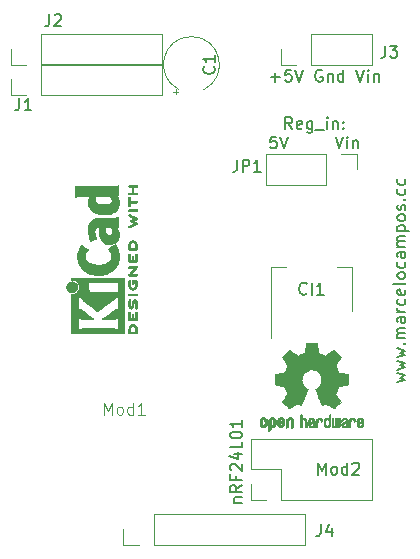
<source format=gbr>
%TF.GenerationSoftware,KiCad,Pcbnew,(5.1.6)-1*%
%TF.CreationDate,2020-12-25T18:58:44-03:00*%
%TF.ProjectId,nRF24L01_Arduino,6e524632-344c-4303-915f-41726475696e,rev?*%
%TF.SameCoordinates,Original*%
%TF.FileFunction,Legend,Top*%
%TF.FilePolarity,Positive*%
%FSLAX46Y46*%
G04 Gerber Fmt 4.6, Leading zero omitted, Abs format (unit mm)*
G04 Created by KiCad (PCBNEW (5.1.6)-1) date 2020-12-25 18:58:44*
%MOMM*%
%LPD*%
G01*
G04 APERTURE LIST*
%ADD10C,0.150000*%
%ADD11C,0.010000*%
%ADD12C,0.120000*%
%ADD13C,0.100000*%
G04 APERTURE END LIST*
D10*
X95543714Y-86597047D02*
X96210380Y-86406571D01*
X95734190Y-86216095D01*
X96210380Y-86025619D01*
X95543714Y-85835142D01*
X95543714Y-85549428D02*
X96210380Y-85358952D01*
X95734190Y-85168476D01*
X96210380Y-84978000D01*
X95543714Y-84787523D01*
X95543714Y-84501809D02*
X96210380Y-84311333D01*
X95734190Y-84120857D01*
X96210380Y-83930380D01*
X95543714Y-83739904D01*
X96115142Y-83358952D02*
X96162761Y-83311333D01*
X96210380Y-83358952D01*
X96162761Y-83406571D01*
X96115142Y-83358952D01*
X96210380Y-83358952D01*
X96210380Y-82882761D02*
X95543714Y-82882761D01*
X95638952Y-82882761D02*
X95591333Y-82835142D01*
X95543714Y-82739904D01*
X95543714Y-82597047D01*
X95591333Y-82501809D01*
X95686571Y-82454190D01*
X96210380Y-82454190D01*
X95686571Y-82454190D02*
X95591333Y-82406571D01*
X95543714Y-82311333D01*
X95543714Y-82168476D01*
X95591333Y-82073238D01*
X95686571Y-82025619D01*
X96210380Y-82025619D01*
X96210380Y-81120857D02*
X95686571Y-81120857D01*
X95591333Y-81168476D01*
X95543714Y-81263714D01*
X95543714Y-81454190D01*
X95591333Y-81549428D01*
X96162761Y-81120857D02*
X96210380Y-81216095D01*
X96210380Y-81454190D01*
X96162761Y-81549428D01*
X96067523Y-81597047D01*
X95972285Y-81597047D01*
X95877047Y-81549428D01*
X95829428Y-81454190D01*
X95829428Y-81216095D01*
X95781809Y-81120857D01*
X96210380Y-80644666D02*
X95543714Y-80644666D01*
X95734190Y-80644666D02*
X95638952Y-80597047D01*
X95591333Y-80549428D01*
X95543714Y-80454190D01*
X95543714Y-80358952D01*
X96162761Y-79597047D02*
X96210380Y-79692285D01*
X96210380Y-79882761D01*
X96162761Y-79978000D01*
X96115142Y-80025619D01*
X96019904Y-80073238D01*
X95734190Y-80073238D01*
X95638952Y-80025619D01*
X95591333Y-79978000D01*
X95543714Y-79882761D01*
X95543714Y-79692285D01*
X95591333Y-79597047D01*
X96162761Y-78787523D02*
X96210380Y-78882761D01*
X96210380Y-79073238D01*
X96162761Y-79168476D01*
X96067523Y-79216095D01*
X95686571Y-79216095D01*
X95591333Y-79168476D01*
X95543714Y-79073238D01*
X95543714Y-78882761D01*
X95591333Y-78787523D01*
X95686571Y-78739904D01*
X95781809Y-78739904D01*
X95877047Y-79216095D01*
X96210380Y-78168476D02*
X96162761Y-78263714D01*
X96067523Y-78311333D01*
X95210380Y-78311333D01*
X96210380Y-77644666D02*
X96162761Y-77739904D01*
X96115142Y-77787523D01*
X96019904Y-77835142D01*
X95734190Y-77835142D01*
X95638952Y-77787523D01*
X95591333Y-77739904D01*
X95543714Y-77644666D01*
X95543714Y-77501809D01*
X95591333Y-77406571D01*
X95638952Y-77358952D01*
X95734190Y-77311333D01*
X96019904Y-77311333D01*
X96115142Y-77358952D01*
X96162761Y-77406571D01*
X96210380Y-77501809D01*
X96210380Y-77644666D01*
X96162761Y-76454190D02*
X96210380Y-76549428D01*
X96210380Y-76739904D01*
X96162761Y-76835142D01*
X96115142Y-76882761D01*
X96019904Y-76930380D01*
X95734190Y-76930380D01*
X95638952Y-76882761D01*
X95591333Y-76835142D01*
X95543714Y-76739904D01*
X95543714Y-76549428D01*
X95591333Y-76454190D01*
X96210380Y-75597047D02*
X95686571Y-75597047D01*
X95591333Y-75644666D01*
X95543714Y-75739904D01*
X95543714Y-75930380D01*
X95591333Y-76025619D01*
X96162761Y-75597047D02*
X96210380Y-75692285D01*
X96210380Y-75930380D01*
X96162761Y-76025619D01*
X96067523Y-76073238D01*
X95972285Y-76073238D01*
X95877047Y-76025619D01*
X95829428Y-75930380D01*
X95829428Y-75692285D01*
X95781809Y-75597047D01*
X96210380Y-75120857D02*
X95543714Y-75120857D01*
X95638952Y-75120857D02*
X95591333Y-75073238D01*
X95543714Y-74978000D01*
X95543714Y-74835142D01*
X95591333Y-74739904D01*
X95686571Y-74692285D01*
X96210380Y-74692285D01*
X95686571Y-74692285D02*
X95591333Y-74644666D01*
X95543714Y-74549428D01*
X95543714Y-74406571D01*
X95591333Y-74311333D01*
X95686571Y-74263714D01*
X96210380Y-74263714D01*
X95543714Y-73787523D02*
X96543714Y-73787523D01*
X95591333Y-73787523D02*
X95543714Y-73692285D01*
X95543714Y-73501809D01*
X95591333Y-73406571D01*
X95638952Y-73358952D01*
X95734190Y-73311333D01*
X96019904Y-73311333D01*
X96115142Y-73358952D01*
X96162761Y-73406571D01*
X96210380Y-73501809D01*
X96210380Y-73692285D01*
X96162761Y-73787523D01*
X96210380Y-72739904D02*
X96162761Y-72835142D01*
X96115142Y-72882761D01*
X96019904Y-72930380D01*
X95734190Y-72930380D01*
X95638952Y-72882761D01*
X95591333Y-72835142D01*
X95543714Y-72739904D01*
X95543714Y-72597047D01*
X95591333Y-72501809D01*
X95638952Y-72454190D01*
X95734190Y-72406571D01*
X96019904Y-72406571D01*
X96115142Y-72454190D01*
X96162761Y-72501809D01*
X96210380Y-72597047D01*
X96210380Y-72739904D01*
X96162761Y-72025619D02*
X96210380Y-71930380D01*
X96210380Y-71739904D01*
X96162761Y-71644666D01*
X96067523Y-71597047D01*
X96019904Y-71597047D01*
X95924666Y-71644666D01*
X95877047Y-71739904D01*
X95877047Y-71882761D01*
X95829428Y-71978000D01*
X95734190Y-72025619D01*
X95686571Y-72025619D01*
X95591333Y-71978000D01*
X95543714Y-71882761D01*
X95543714Y-71739904D01*
X95591333Y-71644666D01*
X96115142Y-71168476D02*
X96162761Y-71120857D01*
X96210380Y-71168476D01*
X96162761Y-71216095D01*
X96115142Y-71168476D01*
X96210380Y-71168476D01*
X96162761Y-70263714D02*
X96210380Y-70358952D01*
X96210380Y-70549428D01*
X96162761Y-70644666D01*
X96115142Y-70692285D01*
X96019904Y-70739904D01*
X95734190Y-70739904D01*
X95638952Y-70692285D01*
X95591333Y-70644666D01*
X95543714Y-70549428D01*
X95543714Y-70358952D01*
X95591333Y-70263714D01*
X96162761Y-69406571D02*
X96210380Y-69501809D01*
X96210380Y-69692285D01*
X96162761Y-69787523D01*
X96115142Y-69835142D01*
X96019904Y-69882761D01*
X95734190Y-69882761D01*
X95638952Y-69835142D01*
X95591333Y-69787523D01*
X95543714Y-69692285D01*
X95543714Y-69501809D01*
X95591333Y-69406571D01*
X86638047Y-65159380D02*
X86304714Y-64683190D01*
X86066619Y-65159380D02*
X86066619Y-64159380D01*
X86447571Y-64159380D01*
X86542809Y-64207000D01*
X86590428Y-64254619D01*
X86638047Y-64349857D01*
X86638047Y-64492714D01*
X86590428Y-64587952D01*
X86542809Y-64635571D01*
X86447571Y-64683190D01*
X86066619Y-64683190D01*
X87447571Y-65111761D02*
X87352333Y-65159380D01*
X87161857Y-65159380D01*
X87066619Y-65111761D01*
X87019000Y-65016523D01*
X87019000Y-64635571D01*
X87066619Y-64540333D01*
X87161857Y-64492714D01*
X87352333Y-64492714D01*
X87447571Y-64540333D01*
X87495190Y-64635571D01*
X87495190Y-64730809D01*
X87019000Y-64826047D01*
X88352333Y-64492714D02*
X88352333Y-65302238D01*
X88304714Y-65397476D01*
X88257095Y-65445095D01*
X88161857Y-65492714D01*
X88019000Y-65492714D01*
X87923761Y-65445095D01*
X88352333Y-65111761D02*
X88257095Y-65159380D01*
X88066619Y-65159380D01*
X87971380Y-65111761D01*
X87923761Y-65064142D01*
X87876142Y-64968904D01*
X87876142Y-64683190D01*
X87923761Y-64587952D01*
X87971380Y-64540333D01*
X88066619Y-64492714D01*
X88257095Y-64492714D01*
X88352333Y-64540333D01*
X88590428Y-65254619D02*
X89352333Y-65254619D01*
X89590428Y-65159380D02*
X89590428Y-64492714D01*
X89590428Y-64159380D02*
X89542809Y-64207000D01*
X89590428Y-64254619D01*
X89638047Y-64207000D01*
X89590428Y-64159380D01*
X89590428Y-64254619D01*
X90066619Y-64492714D02*
X90066619Y-65159380D01*
X90066619Y-64587952D02*
X90114238Y-64540333D01*
X90209476Y-64492714D01*
X90352333Y-64492714D01*
X90447571Y-64540333D01*
X90495190Y-64635571D01*
X90495190Y-65159380D01*
X90971380Y-65064142D02*
X91019000Y-65111761D01*
X90971380Y-65159380D01*
X90923761Y-65111761D01*
X90971380Y-65064142D01*
X90971380Y-65159380D01*
X90971380Y-64540333D02*
X91019000Y-64587952D01*
X90971380Y-64635571D01*
X90923761Y-64587952D01*
X90971380Y-64540333D01*
X90971380Y-64635571D01*
X85304714Y-65809380D02*
X84828523Y-65809380D01*
X84780904Y-66285571D01*
X84828523Y-66237952D01*
X84923761Y-66190333D01*
X85161857Y-66190333D01*
X85257095Y-66237952D01*
X85304714Y-66285571D01*
X85352333Y-66380809D01*
X85352333Y-66618904D01*
X85304714Y-66714142D01*
X85257095Y-66761761D01*
X85161857Y-66809380D01*
X84923761Y-66809380D01*
X84828523Y-66761761D01*
X84780904Y-66714142D01*
X85638047Y-65809380D02*
X85971380Y-66809380D01*
X86304714Y-65809380D01*
X90304714Y-65809380D02*
X90638047Y-66809380D01*
X90971380Y-65809380D01*
X91304714Y-66809380D02*
X91304714Y-66142714D01*
X91304714Y-65809380D02*
X91257095Y-65857000D01*
X91304714Y-65904619D01*
X91352333Y-65857000D01*
X91304714Y-65809380D01*
X91304714Y-65904619D01*
X91780904Y-66142714D02*
X91780904Y-66809380D01*
X91780904Y-66237952D02*
X91828523Y-66190333D01*
X91923761Y-66142714D01*
X92066619Y-66142714D01*
X92161857Y-66190333D01*
X92209476Y-66285571D01*
X92209476Y-66809380D01*
X84836571Y-60777428D02*
X85598476Y-60777428D01*
X85217523Y-61158380D02*
X85217523Y-60396476D01*
X86550857Y-60158380D02*
X86074666Y-60158380D01*
X86027047Y-60634571D01*
X86074666Y-60586952D01*
X86169904Y-60539333D01*
X86408000Y-60539333D01*
X86503238Y-60586952D01*
X86550857Y-60634571D01*
X86598476Y-60729809D01*
X86598476Y-60967904D01*
X86550857Y-61063142D01*
X86503238Y-61110761D01*
X86408000Y-61158380D01*
X86169904Y-61158380D01*
X86074666Y-61110761D01*
X86027047Y-61063142D01*
X86884190Y-60158380D02*
X87217523Y-61158380D01*
X87550857Y-60158380D01*
X89169904Y-60206000D02*
X89074666Y-60158380D01*
X88931809Y-60158380D01*
X88788952Y-60206000D01*
X88693714Y-60301238D01*
X88646095Y-60396476D01*
X88598476Y-60586952D01*
X88598476Y-60729809D01*
X88646095Y-60920285D01*
X88693714Y-61015523D01*
X88788952Y-61110761D01*
X88931809Y-61158380D01*
X89027047Y-61158380D01*
X89169904Y-61110761D01*
X89217523Y-61063142D01*
X89217523Y-60729809D01*
X89027047Y-60729809D01*
X89646095Y-60491714D02*
X89646095Y-61158380D01*
X89646095Y-60586952D02*
X89693714Y-60539333D01*
X89788952Y-60491714D01*
X89931809Y-60491714D01*
X90027047Y-60539333D01*
X90074666Y-60634571D01*
X90074666Y-61158380D01*
X90979428Y-61158380D02*
X90979428Y-60158380D01*
X90979428Y-61110761D02*
X90884190Y-61158380D01*
X90693714Y-61158380D01*
X90598476Y-61110761D01*
X90550857Y-61063142D01*
X90503238Y-60967904D01*
X90503238Y-60682190D01*
X90550857Y-60586952D01*
X90598476Y-60539333D01*
X90693714Y-60491714D01*
X90884190Y-60491714D01*
X90979428Y-60539333D01*
X92074666Y-60158380D02*
X92408000Y-61158380D01*
X92741333Y-60158380D01*
X93074666Y-61158380D02*
X93074666Y-60491714D01*
X93074666Y-60158380D02*
X93027047Y-60206000D01*
X93074666Y-60253619D01*
X93122285Y-60206000D01*
X93074666Y-60158380D01*
X93074666Y-60253619D01*
X93550857Y-60491714D02*
X93550857Y-61158380D01*
X93550857Y-60586952D02*
X93598476Y-60539333D01*
X93693714Y-60491714D01*
X93836571Y-60491714D01*
X93931809Y-60539333D01*
X93979428Y-60634571D01*
X93979428Y-61158380D01*
X81700714Y-96797380D02*
X82367380Y-96797380D01*
X81795952Y-96797380D02*
X81748333Y-96749761D01*
X81700714Y-96654523D01*
X81700714Y-96511666D01*
X81748333Y-96416428D01*
X81843571Y-96368809D01*
X82367380Y-96368809D01*
X82367380Y-95321190D02*
X81891190Y-95654523D01*
X82367380Y-95892619D02*
X81367380Y-95892619D01*
X81367380Y-95511666D01*
X81415000Y-95416428D01*
X81462619Y-95368809D01*
X81557857Y-95321190D01*
X81700714Y-95321190D01*
X81795952Y-95368809D01*
X81843571Y-95416428D01*
X81891190Y-95511666D01*
X81891190Y-95892619D01*
X81843571Y-94559285D02*
X81843571Y-94892619D01*
X82367380Y-94892619D02*
X81367380Y-94892619D01*
X81367380Y-94416428D01*
X81462619Y-94083095D02*
X81415000Y-94035476D01*
X81367380Y-93940238D01*
X81367380Y-93702142D01*
X81415000Y-93606904D01*
X81462619Y-93559285D01*
X81557857Y-93511666D01*
X81653095Y-93511666D01*
X81795952Y-93559285D01*
X82367380Y-94130714D01*
X82367380Y-93511666D01*
X81700714Y-92654523D02*
X82367380Y-92654523D01*
X81319761Y-92892619D02*
X82034047Y-93130714D01*
X82034047Y-92511666D01*
X82367380Y-91654523D02*
X82367380Y-92130714D01*
X81367380Y-92130714D01*
X81367380Y-91130714D02*
X81367380Y-91035476D01*
X81415000Y-90940238D01*
X81462619Y-90892619D01*
X81557857Y-90845000D01*
X81748333Y-90797380D01*
X81986428Y-90797380D01*
X82176904Y-90845000D01*
X82272142Y-90892619D01*
X82319761Y-90940238D01*
X82367380Y-91035476D01*
X82367380Y-91130714D01*
X82319761Y-91225952D01*
X82272142Y-91273571D01*
X82176904Y-91321190D01*
X81986428Y-91368809D01*
X81748333Y-91368809D01*
X81557857Y-91321190D01*
X81462619Y-91273571D01*
X81415000Y-91225952D01*
X81367380Y-91130714D01*
X82367380Y-89845000D02*
X82367380Y-90416428D01*
X82367380Y-90130714D02*
X81367380Y-90130714D01*
X81510238Y-90225952D01*
X81605476Y-90321190D01*
X81653095Y-90416428D01*
D11*
%TO.C,REF\u002A\u002A*%
G36*
X67974054Y-79146400D02*
G01*
X68087993Y-79135535D01*
X68195616Y-79103918D01*
X68294615Y-79053015D01*
X68382684Y-78984293D01*
X68457516Y-78899219D01*
X68515384Y-78802232D01*
X68555005Y-78695964D01*
X68573573Y-78588950D01*
X68572434Y-78483300D01*
X68552930Y-78381125D01*
X68516406Y-78284534D01*
X68464205Y-78195638D01*
X68397673Y-78116546D01*
X68318152Y-78049369D01*
X68226987Y-77996217D01*
X68125523Y-77959199D01*
X68015102Y-77940427D01*
X67965206Y-77938489D01*
X67877267Y-77938489D01*
X67877267Y-77886560D01*
X67880111Y-77850253D01*
X67891911Y-77823355D01*
X67915649Y-77796249D01*
X67954031Y-77757867D01*
X70145602Y-77757867D01*
X70407739Y-77757876D01*
X70648241Y-77757908D01*
X70868048Y-77757972D01*
X71068101Y-77758076D01*
X71249344Y-77758227D01*
X71412716Y-77758434D01*
X71559160Y-77758706D01*
X71689617Y-77759050D01*
X71805029Y-77759474D01*
X71906338Y-77759987D01*
X71994484Y-77760597D01*
X72070410Y-77761312D01*
X72135057Y-77762140D01*
X72189367Y-77763089D01*
X72234280Y-77764167D01*
X72270740Y-77765383D01*
X72299687Y-77766745D01*
X72322063Y-77768261D01*
X72338809Y-77769938D01*
X72350868Y-77771786D01*
X72359180Y-77773813D01*
X72364687Y-77776025D01*
X72366537Y-77777108D01*
X72373549Y-77781271D01*
X72379996Y-77784805D01*
X72385900Y-77788635D01*
X72391286Y-77793682D01*
X72396178Y-77800871D01*
X72400598Y-77811123D01*
X72404572Y-77825364D01*
X72408121Y-77844514D01*
X72411270Y-77869499D01*
X72414042Y-77901240D01*
X72416461Y-77940662D01*
X72418551Y-77988686D01*
X72420335Y-78046237D01*
X72421837Y-78114237D01*
X72423080Y-78193610D01*
X72424089Y-78285279D01*
X72424885Y-78390166D01*
X72425494Y-78509196D01*
X72425939Y-78643290D01*
X72426243Y-78793373D01*
X72426430Y-78960367D01*
X72426524Y-79145196D01*
X72426548Y-79348783D01*
X72426525Y-79572050D01*
X72426480Y-79815922D01*
X72426437Y-80081321D01*
X72426432Y-80119704D01*
X72426389Y-80386682D01*
X72426318Y-80632002D01*
X72426213Y-80856583D01*
X72426066Y-81061345D01*
X72425869Y-81247206D01*
X72425616Y-81415088D01*
X72425300Y-81565908D01*
X72424913Y-81700587D01*
X72424447Y-81820044D01*
X72423897Y-81925199D01*
X72423253Y-82016971D01*
X72422511Y-82096279D01*
X72421661Y-82164043D01*
X72420697Y-82221182D01*
X72419611Y-82268617D01*
X72418397Y-82307266D01*
X72417047Y-82338049D01*
X72415555Y-82361885D01*
X72413911Y-82379694D01*
X72412111Y-82392395D01*
X72410145Y-82400908D01*
X72408477Y-82405266D01*
X72404906Y-82413728D01*
X72402270Y-82421497D01*
X72399634Y-82428602D01*
X72396062Y-82435073D01*
X72390621Y-82440939D01*
X72382375Y-82446229D01*
X72370390Y-82450974D01*
X72353731Y-82455202D01*
X72331463Y-82458943D01*
X72302652Y-82462227D01*
X72266363Y-82465083D01*
X72221661Y-82467540D01*
X72167611Y-82469629D01*
X72103279Y-82471378D01*
X72027730Y-82472817D01*
X71940030Y-82473976D01*
X71839243Y-82474883D01*
X71724434Y-82475569D01*
X71594670Y-82476063D01*
X71449015Y-82476395D01*
X71286535Y-82476593D01*
X71106295Y-82476687D01*
X70907360Y-82476708D01*
X70688796Y-82476685D01*
X70449668Y-82476646D01*
X70189040Y-82476622D01*
X70146889Y-82476622D01*
X69883992Y-82476636D01*
X69642732Y-82476661D01*
X69422165Y-82476671D01*
X69221352Y-82476642D01*
X69039349Y-82476548D01*
X68875216Y-82476362D01*
X68728011Y-82476059D01*
X68596792Y-82475614D01*
X68486867Y-82475034D01*
X68486867Y-82172197D01*
X68544711Y-82132407D01*
X68560479Y-82121236D01*
X68574441Y-82111166D01*
X68587784Y-82102138D01*
X68601693Y-82094097D01*
X68617356Y-82086986D01*
X68635958Y-82080747D01*
X68658686Y-82075325D01*
X68686727Y-82070662D01*
X68721267Y-82066701D01*
X68763492Y-82063385D01*
X68814589Y-82060659D01*
X68875744Y-82058464D01*
X68948144Y-82056745D01*
X69032975Y-82055444D01*
X69131422Y-82054505D01*
X69244674Y-82053870D01*
X69373916Y-82053484D01*
X69520334Y-82053288D01*
X69685116Y-82053227D01*
X69869447Y-82053243D01*
X70074513Y-82053280D01*
X70197133Y-82053289D01*
X70414082Y-82053265D01*
X70609642Y-82053231D01*
X70784999Y-82053243D01*
X70941341Y-82053358D01*
X71079857Y-82053630D01*
X71201734Y-82054118D01*
X71308160Y-82054876D01*
X71400322Y-82055962D01*
X71479409Y-82057431D01*
X71546608Y-82059340D01*
X71603107Y-82061744D01*
X71650093Y-82064701D01*
X71688755Y-82068266D01*
X71720280Y-82072495D01*
X71745855Y-82077446D01*
X71766670Y-82083173D01*
X71783911Y-82089733D01*
X71798765Y-82097183D01*
X71812422Y-82105579D01*
X71826069Y-82114976D01*
X71840893Y-82125432D01*
X71849783Y-82131523D01*
X71907400Y-82170296D01*
X71907400Y-81638732D01*
X71907365Y-81515483D01*
X71907215Y-81412987D01*
X71906878Y-81329420D01*
X71906286Y-81262956D01*
X71905367Y-81211771D01*
X71904051Y-81174041D01*
X71902269Y-81147940D01*
X71899951Y-81131644D01*
X71897026Y-81123328D01*
X71893424Y-81121168D01*
X71889075Y-81123339D01*
X71887645Y-81124535D01*
X71850573Y-81149685D01*
X71797772Y-81175583D01*
X71735770Y-81199192D01*
X71709357Y-81207461D01*
X71691416Y-81212078D01*
X71670355Y-81215979D01*
X71644089Y-81219248D01*
X71610532Y-81221966D01*
X71567599Y-81224215D01*
X71513204Y-81226077D01*
X71445262Y-81227636D01*
X71361688Y-81228972D01*
X71260395Y-81230169D01*
X71139300Y-81231308D01*
X71094600Y-81231685D01*
X70969449Y-81232702D01*
X70865082Y-81233460D01*
X70779707Y-81233903D01*
X70711533Y-81233970D01*
X70658765Y-81233605D01*
X70619614Y-81232748D01*
X70592285Y-81231341D01*
X70574986Y-81229325D01*
X70565926Y-81226643D01*
X70563312Y-81223236D01*
X70565351Y-81219044D01*
X70569667Y-81214571D01*
X70582602Y-81204216D01*
X70611676Y-81182158D01*
X70654759Y-81149957D01*
X70709718Y-81109174D01*
X70774423Y-81061370D01*
X70846742Y-81008105D01*
X70924544Y-80950940D01*
X71005698Y-80891437D01*
X71088072Y-80831155D01*
X71169536Y-80771655D01*
X71247957Y-80714498D01*
X71321204Y-80661245D01*
X71387147Y-80613457D01*
X71443654Y-80572693D01*
X71488593Y-80540516D01*
X71519834Y-80518485D01*
X71526466Y-80513917D01*
X71563369Y-80490996D01*
X71611359Y-80464188D01*
X71660897Y-80438789D01*
X71667577Y-80435568D01*
X71715772Y-80413890D01*
X71753334Y-80401304D01*
X71789160Y-80395574D01*
X71831200Y-80394456D01*
X71907400Y-80395090D01*
X71907400Y-79240651D01*
X71813669Y-79331815D01*
X71763775Y-79378612D01*
X71707295Y-79428899D01*
X71653026Y-79474944D01*
X71627673Y-79495369D01*
X71588128Y-79525807D01*
X71534916Y-79565862D01*
X71469667Y-79614361D01*
X71394011Y-79670135D01*
X71309577Y-79732011D01*
X71217994Y-79798819D01*
X71120892Y-79869387D01*
X71019901Y-79942545D01*
X70916650Y-80017121D01*
X70812768Y-80091944D01*
X70709885Y-80165843D01*
X70609631Y-80237646D01*
X70513636Y-80306184D01*
X70423527Y-80370284D01*
X70340936Y-80428775D01*
X70267492Y-80480486D01*
X70204824Y-80524247D01*
X70154561Y-80558885D01*
X70118334Y-80583230D01*
X70097771Y-80596111D01*
X70093668Y-80597869D01*
X70082342Y-80589910D01*
X70055162Y-80569115D01*
X70013829Y-80536847D01*
X69960044Y-80494470D01*
X69895506Y-80443347D01*
X69821918Y-80384841D01*
X69740978Y-80320314D01*
X69654388Y-80251131D01*
X69563848Y-80178653D01*
X69471060Y-80104246D01*
X69396702Y-80044517D01*
X69396702Y-79033511D01*
X69409659Y-79027602D01*
X69431908Y-79013272D01*
X69433391Y-79012225D01*
X69463544Y-78993438D01*
X69500375Y-78973791D01*
X69508511Y-78969892D01*
X69516940Y-78966356D01*
X69527059Y-78963230D01*
X69540260Y-78960486D01*
X69557938Y-78958092D01*
X69581484Y-78956019D01*
X69612293Y-78954235D01*
X69651757Y-78952712D01*
X69701269Y-78951419D01*
X69762223Y-78950326D01*
X69836011Y-78949403D01*
X69924028Y-78948619D01*
X70027665Y-78947945D01*
X70148316Y-78947350D01*
X70287374Y-78946805D01*
X70446232Y-78946279D01*
X70625089Y-78945745D01*
X70810207Y-78945206D01*
X70974145Y-78944772D01*
X71118303Y-78944509D01*
X71244079Y-78944484D01*
X71352871Y-78944765D01*
X71446077Y-78945419D01*
X71525097Y-78946514D01*
X71591328Y-78948118D01*
X71646170Y-78950297D01*
X71691021Y-78953119D01*
X71727278Y-78956651D01*
X71756341Y-78960961D01*
X71779609Y-78966117D01*
X71798479Y-78972185D01*
X71814351Y-78979233D01*
X71828622Y-78987329D01*
X71842691Y-78996540D01*
X71855158Y-79005040D01*
X71881452Y-79022176D01*
X71899037Y-79032322D01*
X71902257Y-79033511D01*
X71903334Y-79022604D01*
X71904335Y-78991411D01*
X71905235Y-78942223D01*
X71906010Y-78877333D01*
X71906637Y-78799030D01*
X71907091Y-78709607D01*
X71907349Y-78611356D01*
X71907400Y-78542445D01*
X71907180Y-78437452D01*
X71906548Y-78340610D01*
X71905549Y-78254107D01*
X71904227Y-78180132D01*
X71902626Y-78120874D01*
X71900791Y-78078520D01*
X71898765Y-78055260D01*
X71897493Y-78051378D01*
X71882591Y-78059076D01*
X71874560Y-78067074D01*
X71857434Y-78080246D01*
X71827183Y-78097485D01*
X71802622Y-78109407D01*
X71743711Y-78136045D01*
X70566845Y-78139120D01*
X69389978Y-78142195D01*
X69389978Y-78587853D01*
X69390142Y-78685670D01*
X69390611Y-78776064D01*
X69391347Y-78856630D01*
X69392316Y-78924962D01*
X69393480Y-78978656D01*
X69394803Y-79015305D01*
X69396249Y-79032504D01*
X69396702Y-79033511D01*
X69396702Y-80044517D01*
X69377722Y-80029270D01*
X69285537Y-79955090D01*
X69196204Y-79883069D01*
X69111424Y-79814569D01*
X69032898Y-79750955D01*
X68962326Y-79693588D01*
X68901409Y-79643833D01*
X68851847Y-79603052D01*
X68831178Y-79585888D01*
X68730516Y-79499596D01*
X68647259Y-79422997D01*
X68579438Y-79354183D01*
X68525089Y-79291248D01*
X68517722Y-79281867D01*
X68487117Y-79242356D01*
X68486867Y-80374116D01*
X68534844Y-80368827D01*
X68592188Y-80372130D01*
X68660463Y-80393661D01*
X68740212Y-80433635D01*
X68812495Y-80478943D01*
X68835140Y-80495161D01*
X68872696Y-80523214D01*
X68923021Y-80561430D01*
X68983973Y-80608137D01*
X69053411Y-80661661D01*
X69129194Y-80720331D01*
X69209180Y-80782475D01*
X69291228Y-80846421D01*
X69373196Y-80910495D01*
X69452943Y-80973027D01*
X69528327Y-81032343D01*
X69597207Y-81086771D01*
X69657442Y-81134639D01*
X69706889Y-81174275D01*
X69743408Y-81204006D01*
X69764858Y-81222161D01*
X69768156Y-81225220D01*
X69760149Y-81228079D01*
X69729855Y-81230293D01*
X69677556Y-81231857D01*
X69603531Y-81232767D01*
X69508063Y-81233020D01*
X69391434Y-81232613D01*
X69271445Y-81231704D01*
X69139333Y-81230382D01*
X69027594Y-81228857D01*
X68934025Y-81226881D01*
X68856419Y-81224206D01*
X68792574Y-81220582D01*
X68740283Y-81215761D01*
X68697344Y-81209494D01*
X68661551Y-81201532D01*
X68630700Y-81191627D01*
X68602586Y-81179531D01*
X68575005Y-81164993D01*
X68549966Y-81150311D01*
X68486867Y-81112314D01*
X68486867Y-82172197D01*
X68486867Y-82475034D01*
X68480617Y-82475001D01*
X68378544Y-82474195D01*
X68289633Y-82473170D01*
X68212941Y-82471900D01*
X68147527Y-82470360D01*
X68092449Y-82468524D01*
X68046765Y-82466367D01*
X68009534Y-82463863D01*
X67979813Y-82460987D01*
X67956662Y-82457713D01*
X67939139Y-82454015D01*
X67926301Y-82449869D01*
X67917208Y-82445247D01*
X67910918Y-82440126D01*
X67906488Y-82434478D01*
X67902978Y-82428279D01*
X67899445Y-82421504D01*
X67895876Y-82415508D01*
X67893300Y-82410275D01*
X67890972Y-82402099D01*
X67888878Y-82389886D01*
X67887007Y-82372541D01*
X67885347Y-82348969D01*
X67883884Y-82318077D01*
X67882608Y-82278768D01*
X67881504Y-82229950D01*
X67880561Y-82170527D01*
X67879767Y-82099404D01*
X67879109Y-82015488D01*
X67878575Y-81917683D01*
X67878153Y-81804894D01*
X67877829Y-81676029D01*
X67877592Y-81529991D01*
X67877430Y-81365686D01*
X67877330Y-81182020D01*
X67877280Y-80977897D01*
X67877267Y-80766753D01*
X67877267Y-79146400D01*
X67974054Y-79146400D01*
G37*
X67974054Y-79146400D02*
X68087993Y-79135535D01*
X68195616Y-79103918D01*
X68294615Y-79053015D01*
X68382684Y-78984293D01*
X68457516Y-78899219D01*
X68515384Y-78802232D01*
X68555005Y-78695964D01*
X68573573Y-78588950D01*
X68572434Y-78483300D01*
X68552930Y-78381125D01*
X68516406Y-78284534D01*
X68464205Y-78195638D01*
X68397673Y-78116546D01*
X68318152Y-78049369D01*
X68226987Y-77996217D01*
X68125523Y-77959199D01*
X68015102Y-77940427D01*
X67965206Y-77938489D01*
X67877267Y-77938489D01*
X67877267Y-77886560D01*
X67880111Y-77850253D01*
X67891911Y-77823355D01*
X67915649Y-77796249D01*
X67954031Y-77757867D01*
X70145602Y-77757867D01*
X70407739Y-77757876D01*
X70648241Y-77757908D01*
X70868048Y-77757972D01*
X71068101Y-77758076D01*
X71249344Y-77758227D01*
X71412716Y-77758434D01*
X71559160Y-77758706D01*
X71689617Y-77759050D01*
X71805029Y-77759474D01*
X71906338Y-77759987D01*
X71994484Y-77760597D01*
X72070410Y-77761312D01*
X72135057Y-77762140D01*
X72189367Y-77763089D01*
X72234280Y-77764167D01*
X72270740Y-77765383D01*
X72299687Y-77766745D01*
X72322063Y-77768261D01*
X72338809Y-77769938D01*
X72350868Y-77771786D01*
X72359180Y-77773813D01*
X72364687Y-77776025D01*
X72366537Y-77777108D01*
X72373549Y-77781271D01*
X72379996Y-77784805D01*
X72385900Y-77788635D01*
X72391286Y-77793682D01*
X72396178Y-77800871D01*
X72400598Y-77811123D01*
X72404572Y-77825364D01*
X72408121Y-77844514D01*
X72411270Y-77869499D01*
X72414042Y-77901240D01*
X72416461Y-77940662D01*
X72418551Y-77988686D01*
X72420335Y-78046237D01*
X72421837Y-78114237D01*
X72423080Y-78193610D01*
X72424089Y-78285279D01*
X72424885Y-78390166D01*
X72425494Y-78509196D01*
X72425939Y-78643290D01*
X72426243Y-78793373D01*
X72426430Y-78960367D01*
X72426524Y-79145196D01*
X72426548Y-79348783D01*
X72426525Y-79572050D01*
X72426480Y-79815922D01*
X72426437Y-80081321D01*
X72426432Y-80119704D01*
X72426389Y-80386682D01*
X72426318Y-80632002D01*
X72426213Y-80856583D01*
X72426066Y-81061345D01*
X72425869Y-81247206D01*
X72425616Y-81415088D01*
X72425300Y-81565908D01*
X72424913Y-81700587D01*
X72424447Y-81820044D01*
X72423897Y-81925199D01*
X72423253Y-82016971D01*
X72422511Y-82096279D01*
X72421661Y-82164043D01*
X72420697Y-82221182D01*
X72419611Y-82268617D01*
X72418397Y-82307266D01*
X72417047Y-82338049D01*
X72415555Y-82361885D01*
X72413911Y-82379694D01*
X72412111Y-82392395D01*
X72410145Y-82400908D01*
X72408477Y-82405266D01*
X72404906Y-82413728D01*
X72402270Y-82421497D01*
X72399634Y-82428602D01*
X72396062Y-82435073D01*
X72390621Y-82440939D01*
X72382375Y-82446229D01*
X72370390Y-82450974D01*
X72353731Y-82455202D01*
X72331463Y-82458943D01*
X72302652Y-82462227D01*
X72266363Y-82465083D01*
X72221661Y-82467540D01*
X72167611Y-82469629D01*
X72103279Y-82471378D01*
X72027730Y-82472817D01*
X71940030Y-82473976D01*
X71839243Y-82474883D01*
X71724434Y-82475569D01*
X71594670Y-82476063D01*
X71449015Y-82476395D01*
X71286535Y-82476593D01*
X71106295Y-82476687D01*
X70907360Y-82476708D01*
X70688796Y-82476685D01*
X70449668Y-82476646D01*
X70189040Y-82476622D01*
X70146889Y-82476622D01*
X69883992Y-82476636D01*
X69642732Y-82476661D01*
X69422165Y-82476671D01*
X69221352Y-82476642D01*
X69039349Y-82476548D01*
X68875216Y-82476362D01*
X68728011Y-82476059D01*
X68596792Y-82475614D01*
X68486867Y-82475034D01*
X68486867Y-82172197D01*
X68544711Y-82132407D01*
X68560479Y-82121236D01*
X68574441Y-82111166D01*
X68587784Y-82102138D01*
X68601693Y-82094097D01*
X68617356Y-82086986D01*
X68635958Y-82080747D01*
X68658686Y-82075325D01*
X68686727Y-82070662D01*
X68721267Y-82066701D01*
X68763492Y-82063385D01*
X68814589Y-82060659D01*
X68875744Y-82058464D01*
X68948144Y-82056745D01*
X69032975Y-82055444D01*
X69131422Y-82054505D01*
X69244674Y-82053870D01*
X69373916Y-82053484D01*
X69520334Y-82053288D01*
X69685116Y-82053227D01*
X69869447Y-82053243D01*
X70074513Y-82053280D01*
X70197133Y-82053289D01*
X70414082Y-82053265D01*
X70609642Y-82053231D01*
X70784999Y-82053243D01*
X70941341Y-82053358D01*
X71079857Y-82053630D01*
X71201734Y-82054118D01*
X71308160Y-82054876D01*
X71400322Y-82055962D01*
X71479409Y-82057431D01*
X71546608Y-82059340D01*
X71603107Y-82061744D01*
X71650093Y-82064701D01*
X71688755Y-82068266D01*
X71720280Y-82072495D01*
X71745855Y-82077446D01*
X71766670Y-82083173D01*
X71783911Y-82089733D01*
X71798765Y-82097183D01*
X71812422Y-82105579D01*
X71826069Y-82114976D01*
X71840893Y-82125432D01*
X71849783Y-82131523D01*
X71907400Y-82170296D01*
X71907400Y-81638732D01*
X71907365Y-81515483D01*
X71907215Y-81412987D01*
X71906878Y-81329420D01*
X71906286Y-81262956D01*
X71905367Y-81211771D01*
X71904051Y-81174041D01*
X71902269Y-81147940D01*
X71899951Y-81131644D01*
X71897026Y-81123328D01*
X71893424Y-81121168D01*
X71889075Y-81123339D01*
X71887645Y-81124535D01*
X71850573Y-81149685D01*
X71797772Y-81175583D01*
X71735770Y-81199192D01*
X71709357Y-81207461D01*
X71691416Y-81212078D01*
X71670355Y-81215979D01*
X71644089Y-81219248D01*
X71610532Y-81221966D01*
X71567599Y-81224215D01*
X71513204Y-81226077D01*
X71445262Y-81227636D01*
X71361688Y-81228972D01*
X71260395Y-81230169D01*
X71139300Y-81231308D01*
X71094600Y-81231685D01*
X70969449Y-81232702D01*
X70865082Y-81233460D01*
X70779707Y-81233903D01*
X70711533Y-81233970D01*
X70658765Y-81233605D01*
X70619614Y-81232748D01*
X70592285Y-81231341D01*
X70574986Y-81229325D01*
X70565926Y-81226643D01*
X70563312Y-81223236D01*
X70565351Y-81219044D01*
X70569667Y-81214571D01*
X70582602Y-81204216D01*
X70611676Y-81182158D01*
X70654759Y-81149957D01*
X70709718Y-81109174D01*
X70774423Y-81061370D01*
X70846742Y-81008105D01*
X70924544Y-80950940D01*
X71005698Y-80891437D01*
X71088072Y-80831155D01*
X71169536Y-80771655D01*
X71247957Y-80714498D01*
X71321204Y-80661245D01*
X71387147Y-80613457D01*
X71443654Y-80572693D01*
X71488593Y-80540516D01*
X71519834Y-80518485D01*
X71526466Y-80513917D01*
X71563369Y-80490996D01*
X71611359Y-80464188D01*
X71660897Y-80438789D01*
X71667577Y-80435568D01*
X71715772Y-80413890D01*
X71753334Y-80401304D01*
X71789160Y-80395574D01*
X71831200Y-80394456D01*
X71907400Y-80395090D01*
X71907400Y-79240651D01*
X71813669Y-79331815D01*
X71763775Y-79378612D01*
X71707295Y-79428899D01*
X71653026Y-79474944D01*
X71627673Y-79495369D01*
X71588128Y-79525807D01*
X71534916Y-79565862D01*
X71469667Y-79614361D01*
X71394011Y-79670135D01*
X71309577Y-79732011D01*
X71217994Y-79798819D01*
X71120892Y-79869387D01*
X71019901Y-79942545D01*
X70916650Y-80017121D01*
X70812768Y-80091944D01*
X70709885Y-80165843D01*
X70609631Y-80237646D01*
X70513636Y-80306184D01*
X70423527Y-80370284D01*
X70340936Y-80428775D01*
X70267492Y-80480486D01*
X70204824Y-80524247D01*
X70154561Y-80558885D01*
X70118334Y-80583230D01*
X70097771Y-80596111D01*
X70093668Y-80597869D01*
X70082342Y-80589910D01*
X70055162Y-80569115D01*
X70013829Y-80536847D01*
X69960044Y-80494470D01*
X69895506Y-80443347D01*
X69821918Y-80384841D01*
X69740978Y-80320314D01*
X69654388Y-80251131D01*
X69563848Y-80178653D01*
X69471060Y-80104246D01*
X69396702Y-80044517D01*
X69396702Y-79033511D01*
X69409659Y-79027602D01*
X69431908Y-79013272D01*
X69433391Y-79012225D01*
X69463544Y-78993438D01*
X69500375Y-78973791D01*
X69508511Y-78969892D01*
X69516940Y-78966356D01*
X69527059Y-78963230D01*
X69540260Y-78960486D01*
X69557938Y-78958092D01*
X69581484Y-78956019D01*
X69612293Y-78954235D01*
X69651757Y-78952712D01*
X69701269Y-78951419D01*
X69762223Y-78950326D01*
X69836011Y-78949403D01*
X69924028Y-78948619D01*
X70027665Y-78947945D01*
X70148316Y-78947350D01*
X70287374Y-78946805D01*
X70446232Y-78946279D01*
X70625089Y-78945745D01*
X70810207Y-78945206D01*
X70974145Y-78944772D01*
X71118303Y-78944509D01*
X71244079Y-78944484D01*
X71352871Y-78944765D01*
X71446077Y-78945419D01*
X71525097Y-78946514D01*
X71591328Y-78948118D01*
X71646170Y-78950297D01*
X71691021Y-78953119D01*
X71727278Y-78956651D01*
X71756341Y-78960961D01*
X71779609Y-78966117D01*
X71798479Y-78972185D01*
X71814351Y-78979233D01*
X71828622Y-78987329D01*
X71842691Y-78996540D01*
X71855158Y-79005040D01*
X71881452Y-79022176D01*
X71899037Y-79032322D01*
X71902257Y-79033511D01*
X71903334Y-79022604D01*
X71904335Y-78991411D01*
X71905235Y-78942223D01*
X71906010Y-78877333D01*
X71906637Y-78799030D01*
X71907091Y-78709607D01*
X71907349Y-78611356D01*
X71907400Y-78542445D01*
X71907180Y-78437452D01*
X71906548Y-78340610D01*
X71905549Y-78254107D01*
X71904227Y-78180132D01*
X71902626Y-78120874D01*
X71900791Y-78078520D01*
X71898765Y-78055260D01*
X71897493Y-78051378D01*
X71882591Y-78059076D01*
X71874560Y-78067074D01*
X71857434Y-78080246D01*
X71827183Y-78097485D01*
X71802622Y-78109407D01*
X71743711Y-78136045D01*
X70566845Y-78139120D01*
X69389978Y-78142195D01*
X69389978Y-78587853D01*
X69390142Y-78685670D01*
X69390611Y-78776064D01*
X69391347Y-78856630D01*
X69392316Y-78924962D01*
X69393480Y-78978656D01*
X69394803Y-79015305D01*
X69396249Y-79032504D01*
X69396702Y-79033511D01*
X69396702Y-80044517D01*
X69377722Y-80029270D01*
X69285537Y-79955090D01*
X69196204Y-79883069D01*
X69111424Y-79814569D01*
X69032898Y-79750955D01*
X68962326Y-79693588D01*
X68901409Y-79643833D01*
X68851847Y-79603052D01*
X68831178Y-79585888D01*
X68730516Y-79499596D01*
X68647259Y-79422997D01*
X68579438Y-79354183D01*
X68525089Y-79291248D01*
X68517722Y-79281867D01*
X68487117Y-79242356D01*
X68486867Y-80374116D01*
X68534844Y-80368827D01*
X68592188Y-80372130D01*
X68660463Y-80393661D01*
X68740212Y-80433635D01*
X68812495Y-80478943D01*
X68835140Y-80495161D01*
X68872696Y-80523214D01*
X68923021Y-80561430D01*
X68983973Y-80608137D01*
X69053411Y-80661661D01*
X69129194Y-80720331D01*
X69209180Y-80782475D01*
X69291228Y-80846421D01*
X69373196Y-80910495D01*
X69452943Y-80973027D01*
X69528327Y-81032343D01*
X69597207Y-81086771D01*
X69657442Y-81134639D01*
X69706889Y-81174275D01*
X69743408Y-81204006D01*
X69764858Y-81222161D01*
X69768156Y-81225220D01*
X69760149Y-81228079D01*
X69729855Y-81230293D01*
X69677556Y-81231857D01*
X69603531Y-81232767D01*
X69508063Y-81233020D01*
X69391434Y-81232613D01*
X69271445Y-81231704D01*
X69139333Y-81230382D01*
X69027594Y-81228857D01*
X68934025Y-81226881D01*
X68856419Y-81224206D01*
X68792574Y-81220582D01*
X68740283Y-81215761D01*
X68697344Y-81209494D01*
X68661551Y-81201532D01*
X68630700Y-81191627D01*
X68602586Y-81179531D01*
X68575005Y-81164993D01*
X68549966Y-81150311D01*
X68486867Y-81112314D01*
X68486867Y-82172197D01*
X68486867Y-82475034D01*
X68480617Y-82475001D01*
X68378544Y-82474195D01*
X68289633Y-82473170D01*
X68212941Y-82471900D01*
X68147527Y-82470360D01*
X68092449Y-82468524D01*
X68046765Y-82466367D01*
X68009534Y-82463863D01*
X67979813Y-82460987D01*
X67956662Y-82457713D01*
X67939139Y-82454015D01*
X67926301Y-82449869D01*
X67917208Y-82445247D01*
X67910918Y-82440126D01*
X67906488Y-82434478D01*
X67902978Y-82428279D01*
X67899445Y-82421504D01*
X67895876Y-82415508D01*
X67893300Y-82410275D01*
X67890972Y-82402099D01*
X67888878Y-82389886D01*
X67887007Y-82372541D01*
X67885347Y-82348969D01*
X67883884Y-82318077D01*
X67882608Y-82278768D01*
X67881504Y-82229950D01*
X67880561Y-82170527D01*
X67879767Y-82099404D01*
X67879109Y-82015488D01*
X67878575Y-81917683D01*
X67878153Y-81804894D01*
X67877829Y-81676029D01*
X67877592Y-81529991D01*
X67877430Y-81365686D01*
X67877330Y-81182020D01*
X67877280Y-80977897D01*
X67877267Y-80766753D01*
X67877267Y-79146400D01*
X67974054Y-79146400D01*
G36*
X68434071Y-75871571D02*
G01*
X68455245Y-75711430D01*
X68495385Y-75547490D01*
X68554889Y-75377687D01*
X68634154Y-75199957D01*
X68639699Y-75188690D01*
X68667725Y-75130995D01*
X68691802Y-75079448D01*
X68710249Y-75037809D01*
X68721386Y-75009838D01*
X68723933Y-75000267D01*
X68728941Y-74981050D01*
X68733147Y-74976439D01*
X68743580Y-74981542D01*
X68769868Y-74997582D01*
X68809257Y-75022712D01*
X68858991Y-75055086D01*
X68916315Y-75092857D01*
X68978476Y-75134178D01*
X69042718Y-75177202D01*
X69106285Y-75220083D01*
X69166425Y-75260974D01*
X69220380Y-75298029D01*
X69265397Y-75329400D01*
X69298721Y-75353241D01*
X69317597Y-75367706D01*
X69319787Y-75369691D01*
X69315138Y-75379809D01*
X69297962Y-75402150D01*
X69271440Y-75432720D01*
X69256964Y-75448464D01*
X69181682Y-75544953D01*
X69126241Y-75651664D01*
X69091141Y-75767168D01*
X69076880Y-75890038D01*
X69078051Y-75959439D01*
X69095212Y-76080577D01*
X69131094Y-76189795D01*
X69185959Y-76287418D01*
X69260070Y-76373772D01*
X69353688Y-76449185D01*
X69467076Y-76513982D01*
X69553667Y-76551399D01*
X69689366Y-76595252D01*
X69836850Y-76627572D01*
X69992314Y-76648443D01*
X70151956Y-76657949D01*
X70311973Y-76656173D01*
X70468561Y-76643197D01*
X70617918Y-76619106D01*
X70756240Y-76583982D01*
X70879724Y-76537908D01*
X70913978Y-76521627D01*
X71028064Y-76453380D01*
X71124557Y-76372921D01*
X71202670Y-76281430D01*
X71261617Y-76180089D01*
X71300612Y-76070080D01*
X71318868Y-75952585D01*
X71320211Y-75911117D01*
X71309290Y-75789559D01*
X71276474Y-75669122D01*
X71222439Y-75551334D01*
X71147865Y-75437723D01*
X71069539Y-75346315D01*
X71025008Y-75299785D01*
X71322271Y-75118517D01*
X71396433Y-75073420D01*
X71464646Y-75032181D01*
X71524459Y-74996265D01*
X71573420Y-74967134D01*
X71609079Y-74946250D01*
X71628984Y-74935076D01*
X71632079Y-74933625D01*
X71641718Y-74941854D01*
X71658999Y-74967433D01*
X71682283Y-75007127D01*
X71709934Y-75057703D01*
X71740315Y-75115926D01*
X71771790Y-75178563D01*
X71802722Y-75242379D01*
X71831473Y-75304140D01*
X71856408Y-75360612D01*
X71875889Y-75408562D01*
X71884318Y-75432014D01*
X71922133Y-75565779D01*
X71947136Y-75703673D01*
X71960140Y-75851378D01*
X71962468Y-75978167D01*
X71961373Y-76046122D01*
X71959275Y-76111723D01*
X71956434Y-76169153D01*
X71953106Y-76212597D01*
X71951422Y-76226702D01*
X71922587Y-76365716D01*
X71877468Y-76507243D01*
X71818750Y-76644725D01*
X71749120Y-76771606D01*
X71696441Y-76849111D01*
X71588239Y-76976519D01*
X71461671Y-77094822D01*
X71319866Y-77201828D01*
X71165951Y-77295348D01*
X71003053Y-77373190D01*
X70885756Y-77417044D01*
X70702128Y-77467292D01*
X70507581Y-77500791D01*
X70306325Y-77517551D01*
X70102568Y-77517584D01*
X69900521Y-77500899D01*
X69704392Y-77467507D01*
X69518391Y-77417420D01*
X69506803Y-77413603D01*
X69344750Y-77350719D01*
X69196832Y-77273972D01*
X69058865Y-77180758D01*
X68926661Y-77068473D01*
X68881399Y-77024608D01*
X68757457Y-76888466D01*
X68654915Y-76748509D01*
X68572656Y-76602589D01*
X68509564Y-76448558D01*
X68464523Y-76284268D01*
X68447033Y-76188711D01*
X68431466Y-76029977D01*
X68434071Y-75871571D01*
G37*
X68434071Y-75871571D02*
X68455245Y-75711430D01*
X68495385Y-75547490D01*
X68554889Y-75377687D01*
X68634154Y-75199957D01*
X68639699Y-75188690D01*
X68667725Y-75130995D01*
X68691802Y-75079448D01*
X68710249Y-75037809D01*
X68721386Y-75009838D01*
X68723933Y-75000267D01*
X68728941Y-74981050D01*
X68733147Y-74976439D01*
X68743580Y-74981542D01*
X68769868Y-74997582D01*
X68809257Y-75022712D01*
X68858991Y-75055086D01*
X68916315Y-75092857D01*
X68978476Y-75134178D01*
X69042718Y-75177202D01*
X69106285Y-75220083D01*
X69166425Y-75260974D01*
X69220380Y-75298029D01*
X69265397Y-75329400D01*
X69298721Y-75353241D01*
X69317597Y-75367706D01*
X69319787Y-75369691D01*
X69315138Y-75379809D01*
X69297962Y-75402150D01*
X69271440Y-75432720D01*
X69256964Y-75448464D01*
X69181682Y-75544953D01*
X69126241Y-75651664D01*
X69091141Y-75767168D01*
X69076880Y-75890038D01*
X69078051Y-75959439D01*
X69095212Y-76080577D01*
X69131094Y-76189795D01*
X69185959Y-76287418D01*
X69260070Y-76373772D01*
X69353688Y-76449185D01*
X69467076Y-76513982D01*
X69553667Y-76551399D01*
X69689366Y-76595252D01*
X69836850Y-76627572D01*
X69992314Y-76648443D01*
X70151956Y-76657949D01*
X70311973Y-76656173D01*
X70468561Y-76643197D01*
X70617918Y-76619106D01*
X70756240Y-76583982D01*
X70879724Y-76537908D01*
X70913978Y-76521627D01*
X71028064Y-76453380D01*
X71124557Y-76372921D01*
X71202670Y-76281430D01*
X71261617Y-76180089D01*
X71300612Y-76070080D01*
X71318868Y-75952585D01*
X71320211Y-75911117D01*
X71309290Y-75789559D01*
X71276474Y-75669122D01*
X71222439Y-75551334D01*
X71147865Y-75437723D01*
X71069539Y-75346315D01*
X71025008Y-75299785D01*
X71322271Y-75118517D01*
X71396433Y-75073420D01*
X71464646Y-75032181D01*
X71524459Y-74996265D01*
X71573420Y-74967134D01*
X71609079Y-74946250D01*
X71628984Y-74935076D01*
X71632079Y-74933625D01*
X71641718Y-74941854D01*
X71658999Y-74967433D01*
X71682283Y-75007127D01*
X71709934Y-75057703D01*
X71740315Y-75115926D01*
X71771790Y-75178563D01*
X71802722Y-75242379D01*
X71831473Y-75304140D01*
X71856408Y-75360612D01*
X71875889Y-75408562D01*
X71884318Y-75432014D01*
X71922133Y-75565779D01*
X71947136Y-75703673D01*
X71960140Y-75851378D01*
X71962468Y-75978167D01*
X71961373Y-76046122D01*
X71959275Y-76111723D01*
X71956434Y-76169153D01*
X71953106Y-76212597D01*
X71951422Y-76226702D01*
X71922587Y-76365716D01*
X71877468Y-76507243D01*
X71818750Y-76644725D01*
X71749120Y-76771606D01*
X71696441Y-76849111D01*
X71588239Y-76976519D01*
X71461671Y-77094822D01*
X71319866Y-77201828D01*
X71165951Y-77295348D01*
X71003053Y-77373190D01*
X70885756Y-77417044D01*
X70702128Y-77467292D01*
X70507581Y-77500791D01*
X70306325Y-77517551D01*
X70102568Y-77517584D01*
X69900521Y-77500899D01*
X69704392Y-77467507D01*
X69518391Y-77417420D01*
X69506803Y-77413603D01*
X69344750Y-77350719D01*
X69196832Y-77273972D01*
X69058865Y-77180758D01*
X68926661Y-77068473D01*
X68881399Y-77024608D01*
X68757457Y-76888466D01*
X68654915Y-76748509D01*
X68572656Y-76602589D01*
X68509564Y-76448558D01*
X68464523Y-76284268D01*
X68447033Y-76188711D01*
X68431466Y-76029977D01*
X68434071Y-75871571D01*
G36*
X69351552Y-73526426D02*
G01*
X69371567Y-73374508D01*
X69405202Y-73239244D01*
X69452725Y-73119761D01*
X69514405Y-73015185D01*
X69577965Y-72937576D01*
X69652099Y-72868735D01*
X69731871Y-72814994D01*
X69824091Y-72772090D01*
X69867161Y-72756616D01*
X69906142Y-72743756D01*
X69942289Y-72732554D01*
X69977434Y-72722880D01*
X70013410Y-72714604D01*
X70052050Y-72707597D01*
X70095185Y-72701728D01*
X70144649Y-72696869D01*
X70202273Y-72692890D01*
X70269891Y-72689660D01*
X70349334Y-72687051D01*
X70442436Y-72684933D01*
X70551027Y-72683176D01*
X70676942Y-72681651D01*
X70822012Y-72680228D01*
X70964778Y-72678975D01*
X71120968Y-72677649D01*
X71256239Y-72676444D01*
X71372246Y-72675234D01*
X71470645Y-72673894D01*
X71553093Y-72672300D01*
X71621246Y-72670325D01*
X71676760Y-72667844D01*
X71721292Y-72664731D01*
X71756498Y-72660862D01*
X71784034Y-72656111D01*
X71805556Y-72650352D01*
X71822722Y-72643461D01*
X71837186Y-72635311D01*
X71850606Y-72625777D01*
X71864638Y-72614734D01*
X71870071Y-72610434D01*
X71892910Y-72594614D01*
X71908463Y-72587578D01*
X71908922Y-72587556D01*
X71911121Y-72598433D01*
X71913147Y-72629418D01*
X71914942Y-72678043D01*
X71916451Y-72741837D01*
X71917616Y-72818331D01*
X71918380Y-72905056D01*
X71918686Y-72999543D01*
X71918689Y-73010450D01*
X71918689Y-73433343D01*
X71822622Y-73436605D01*
X71726556Y-73439867D01*
X71777543Y-73501956D01*
X71845057Y-73599286D01*
X71899749Y-73709187D01*
X71929978Y-73795651D01*
X71944666Y-73864722D01*
X71954659Y-73948075D01*
X71959646Y-74037841D01*
X71959313Y-74126155D01*
X71953351Y-74205149D01*
X71947638Y-74241378D01*
X71909776Y-74381397D01*
X71854932Y-74507822D01*
X71783924Y-74619740D01*
X71697568Y-74716238D01*
X71596679Y-74796400D01*
X71482076Y-74859313D01*
X71355984Y-74903688D01*
X71299401Y-74916022D01*
X71237202Y-74923632D01*
X71162363Y-74927261D01*
X71128467Y-74927755D01*
X71125282Y-74927690D01*
X71125282Y-74167752D01*
X71200333Y-74158459D01*
X71264160Y-74130272D01*
X71319798Y-74081803D01*
X71324211Y-74076746D01*
X71359037Y-74028452D01*
X71381620Y-73976743D01*
X71393540Y-73916011D01*
X71396383Y-73840648D01*
X71395978Y-73822541D01*
X71393325Y-73768722D01*
X71387909Y-73728692D01*
X71377745Y-73693676D01*
X71360850Y-73654897D01*
X71355672Y-73644255D01*
X71319844Y-73583604D01*
X71277212Y-73536785D01*
X71261973Y-73524048D01*
X71205462Y-73479378D01*
X71009586Y-73479378D01*
X70930939Y-73479914D01*
X70872988Y-73481604D01*
X70833875Y-73484572D01*
X70811741Y-73488943D01*
X70805274Y-73493028D01*
X70802111Y-73508953D01*
X70799488Y-73542736D01*
X70797655Y-73589660D01*
X70796857Y-73645007D01*
X70796842Y-73653894D01*
X70802096Y-73774670D01*
X70818263Y-73877340D01*
X70845961Y-73963894D01*
X70885808Y-74036319D01*
X70932758Y-74091249D01*
X70990645Y-74135796D01*
X71053693Y-74160520D01*
X71125282Y-74167752D01*
X71125282Y-74927690D01*
X71034712Y-74925822D01*
X70955812Y-74917478D01*
X70884590Y-74901232D01*
X70813864Y-74875595D01*
X70761493Y-74851599D01*
X70666196Y-74792980D01*
X70578170Y-74714883D01*
X70499017Y-74619685D01*
X70430340Y-74509762D01*
X70373741Y-74387490D01*
X70330821Y-74255245D01*
X70315882Y-74190578D01*
X70293777Y-74054396D01*
X70279194Y-73905951D01*
X70272813Y-73754495D01*
X70274445Y-73627936D01*
X70281224Y-73466050D01*
X70222245Y-73473470D01*
X70123092Y-73492762D01*
X70042372Y-73523896D01*
X69979466Y-73567731D01*
X69933756Y-73625129D01*
X69904622Y-73696952D01*
X69891447Y-73784059D01*
X69893611Y-73887314D01*
X69897612Y-73925289D01*
X69922780Y-74066480D01*
X69963814Y-74203293D01*
X70001815Y-74297822D01*
X70021190Y-74342982D01*
X70036760Y-74381415D01*
X70046405Y-74407766D01*
X70048452Y-74415454D01*
X70039374Y-74425198D01*
X70010405Y-74441917D01*
X69961217Y-74465768D01*
X69891484Y-74496907D01*
X69800879Y-74535493D01*
X69785089Y-74542090D01*
X69712772Y-74572147D01*
X69647425Y-74599126D01*
X69591906Y-74621864D01*
X69549072Y-74639194D01*
X69521781Y-74649952D01*
X69512942Y-74653059D01*
X69508187Y-74643060D01*
X69502910Y-74616783D01*
X69499231Y-74588511D01*
X69494474Y-74558354D01*
X69485028Y-74510567D01*
X69471820Y-74449388D01*
X69455776Y-74379054D01*
X69437820Y-74303806D01*
X69430797Y-74275245D01*
X69405209Y-74170184D01*
X69385147Y-74082520D01*
X69369969Y-74007932D01*
X69359035Y-73942097D01*
X69351704Y-73880693D01*
X69347335Y-73819398D01*
X69345287Y-73753890D01*
X69344889Y-73695872D01*
X69351552Y-73526426D01*
G37*
X69351552Y-73526426D02*
X69371567Y-73374508D01*
X69405202Y-73239244D01*
X69452725Y-73119761D01*
X69514405Y-73015185D01*
X69577965Y-72937576D01*
X69652099Y-72868735D01*
X69731871Y-72814994D01*
X69824091Y-72772090D01*
X69867161Y-72756616D01*
X69906142Y-72743756D01*
X69942289Y-72732554D01*
X69977434Y-72722880D01*
X70013410Y-72714604D01*
X70052050Y-72707597D01*
X70095185Y-72701728D01*
X70144649Y-72696869D01*
X70202273Y-72692890D01*
X70269891Y-72689660D01*
X70349334Y-72687051D01*
X70442436Y-72684933D01*
X70551027Y-72683176D01*
X70676942Y-72681651D01*
X70822012Y-72680228D01*
X70964778Y-72678975D01*
X71120968Y-72677649D01*
X71256239Y-72676444D01*
X71372246Y-72675234D01*
X71470645Y-72673894D01*
X71553093Y-72672300D01*
X71621246Y-72670325D01*
X71676760Y-72667844D01*
X71721292Y-72664731D01*
X71756498Y-72660862D01*
X71784034Y-72656111D01*
X71805556Y-72650352D01*
X71822722Y-72643461D01*
X71837186Y-72635311D01*
X71850606Y-72625777D01*
X71864638Y-72614734D01*
X71870071Y-72610434D01*
X71892910Y-72594614D01*
X71908463Y-72587578D01*
X71908922Y-72587556D01*
X71911121Y-72598433D01*
X71913147Y-72629418D01*
X71914942Y-72678043D01*
X71916451Y-72741837D01*
X71917616Y-72818331D01*
X71918380Y-72905056D01*
X71918686Y-72999543D01*
X71918689Y-73010450D01*
X71918689Y-73433343D01*
X71822622Y-73436605D01*
X71726556Y-73439867D01*
X71777543Y-73501956D01*
X71845057Y-73599286D01*
X71899749Y-73709187D01*
X71929978Y-73795651D01*
X71944666Y-73864722D01*
X71954659Y-73948075D01*
X71959646Y-74037841D01*
X71959313Y-74126155D01*
X71953351Y-74205149D01*
X71947638Y-74241378D01*
X71909776Y-74381397D01*
X71854932Y-74507822D01*
X71783924Y-74619740D01*
X71697568Y-74716238D01*
X71596679Y-74796400D01*
X71482076Y-74859313D01*
X71355984Y-74903688D01*
X71299401Y-74916022D01*
X71237202Y-74923632D01*
X71162363Y-74927261D01*
X71128467Y-74927755D01*
X71125282Y-74927690D01*
X71125282Y-74167752D01*
X71200333Y-74158459D01*
X71264160Y-74130272D01*
X71319798Y-74081803D01*
X71324211Y-74076746D01*
X71359037Y-74028452D01*
X71381620Y-73976743D01*
X71393540Y-73916011D01*
X71396383Y-73840648D01*
X71395978Y-73822541D01*
X71393325Y-73768722D01*
X71387909Y-73728692D01*
X71377745Y-73693676D01*
X71360850Y-73654897D01*
X71355672Y-73644255D01*
X71319844Y-73583604D01*
X71277212Y-73536785D01*
X71261973Y-73524048D01*
X71205462Y-73479378D01*
X71009586Y-73479378D01*
X70930939Y-73479914D01*
X70872988Y-73481604D01*
X70833875Y-73484572D01*
X70811741Y-73488943D01*
X70805274Y-73493028D01*
X70802111Y-73508953D01*
X70799488Y-73542736D01*
X70797655Y-73589660D01*
X70796857Y-73645007D01*
X70796842Y-73653894D01*
X70802096Y-73774670D01*
X70818263Y-73877340D01*
X70845961Y-73963894D01*
X70885808Y-74036319D01*
X70932758Y-74091249D01*
X70990645Y-74135796D01*
X71053693Y-74160520D01*
X71125282Y-74167752D01*
X71125282Y-74927690D01*
X71034712Y-74925822D01*
X70955812Y-74917478D01*
X70884590Y-74901232D01*
X70813864Y-74875595D01*
X70761493Y-74851599D01*
X70666196Y-74792980D01*
X70578170Y-74714883D01*
X70499017Y-74619685D01*
X70430340Y-74509762D01*
X70373741Y-74387490D01*
X70330821Y-74255245D01*
X70315882Y-74190578D01*
X70293777Y-74054396D01*
X70279194Y-73905951D01*
X70272813Y-73754495D01*
X70274445Y-73627936D01*
X70281224Y-73466050D01*
X70222245Y-73473470D01*
X70123092Y-73492762D01*
X70042372Y-73523896D01*
X69979466Y-73567731D01*
X69933756Y-73625129D01*
X69904622Y-73696952D01*
X69891447Y-73784059D01*
X69893611Y-73887314D01*
X69897612Y-73925289D01*
X69922780Y-74066480D01*
X69963814Y-74203293D01*
X70001815Y-74297822D01*
X70021190Y-74342982D01*
X70036760Y-74381415D01*
X70046405Y-74407766D01*
X70048452Y-74415454D01*
X70039374Y-74425198D01*
X70010405Y-74441917D01*
X69961217Y-74465768D01*
X69891484Y-74496907D01*
X69800879Y-74535493D01*
X69785089Y-74542090D01*
X69712772Y-74572147D01*
X69647425Y-74599126D01*
X69591906Y-74621864D01*
X69549072Y-74639194D01*
X69521781Y-74649952D01*
X69512942Y-74653059D01*
X69508187Y-74643060D01*
X69502910Y-74616783D01*
X69499231Y-74588511D01*
X69494474Y-74558354D01*
X69485028Y-74510567D01*
X69471820Y-74449388D01*
X69455776Y-74379054D01*
X69437820Y-74303806D01*
X69430797Y-74275245D01*
X69405209Y-74170184D01*
X69385147Y-74082520D01*
X69369969Y-74007932D01*
X69359035Y-73942097D01*
X69351704Y-73880693D01*
X69347335Y-73819398D01*
X69345287Y-73753890D01*
X69344889Y-73695872D01*
X69351552Y-73526426D01*
G36*
X69957245Y-70013493D02*
G01*
X70191662Y-70013474D01*
X70404603Y-70013448D01*
X70597168Y-70013375D01*
X70770459Y-70013218D01*
X70925576Y-70012936D01*
X71063620Y-70012491D01*
X71185692Y-70011844D01*
X71292894Y-70010955D01*
X71386326Y-70009787D01*
X71467090Y-70008299D01*
X71536286Y-70006454D01*
X71595015Y-70004211D01*
X71644379Y-70001531D01*
X71685478Y-69998377D01*
X71719413Y-69994708D01*
X71747286Y-69990487D01*
X71770198Y-69985673D01*
X71789249Y-69980227D01*
X71805540Y-69974112D01*
X71820173Y-69967288D01*
X71834249Y-69959715D01*
X71848868Y-69951355D01*
X71857974Y-69946161D01*
X71918689Y-69911896D01*
X71918689Y-70770045D01*
X71822733Y-70770045D01*
X71779370Y-70770776D01*
X71746205Y-70772728D01*
X71728424Y-70775537D01*
X71726778Y-70776779D01*
X71733662Y-70788201D01*
X71751505Y-70810916D01*
X71770879Y-70833615D01*
X71811614Y-70888200D01*
X71852617Y-70957679D01*
X71890123Y-71034730D01*
X71920364Y-71112035D01*
X71930012Y-71142887D01*
X71944578Y-71211384D01*
X71954539Y-71294236D01*
X71959583Y-71383629D01*
X71959396Y-71471752D01*
X71953666Y-71550793D01*
X71947858Y-71588489D01*
X71909797Y-71726586D01*
X71852073Y-71853887D01*
X71775211Y-71969708D01*
X71679739Y-72073363D01*
X71566179Y-72164167D01*
X71455381Y-72230969D01*
X71338625Y-72285836D01*
X71219276Y-72327837D01*
X71093283Y-72357833D01*
X70956594Y-72376689D01*
X70805158Y-72385268D01*
X70727711Y-72385994D01*
X70670934Y-72383900D01*
X70670934Y-71554783D01*
X70764002Y-71554576D01*
X70851692Y-71551663D01*
X70928772Y-71546000D01*
X70990009Y-71537545D01*
X71002350Y-71534962D01*
X71109633Y-71503160D01*
X71196658Y-71461502D01*
X71263642Y-71409637D01*
X71310805Y-71347219D01*
X71338365Y-71273900D01*
X71346541Y-71189331D01*
X71335551Y-71093165D01*
X71319829Y-71029689D01*
X71301639Y-70980546D01*
X71275791Y-70926417D01*
X71252089Y-70885756D01*
X71205721Y-70815200D01*
X70055530Y-70815200D01*
X70011962Y-70882608D01*
X69971040Y-70961133D01*
X69944389Y-71045319D01*
X69932465Y-71130443D01*
X69935722Y-71211784D01*
X69954615Y-71284620D01*
X69970184Y-71316574D01*
X70013181Y-71374499D01*
X70069953Y-71423456D01*
X70142575Y-71464610D01*
X70233121Y-71499126D01*
X70343666Y-71528167D01*
X70349533Y-71529448D01*
X70411788Y-71539619D01*
X70489594Y-71547261D01*
X70577720Y-71552330D01*
X70670934Y-71554783D01*
X70670934Y-72383900D01*
X70514895Y-72378143D01*
X70319059Y-72356198D01*
X70140332Y-72320214D01*
X69978845Y-72270241D01*
X69834726Y-72206332D01*
X69708106Y-72128538D01*
X69599115Y-72036911D01*
X69507883Y-71931503D01*
X69476932Y-71886338D01*
X69420785Y-71785389D01*
X69381174Y-71682099D01*
X69357014Y-71572011D01*
X69347219Y-71450670D01*
X69348265Y-71358164D01*
X69359231Y-71228510D01*
X69381046Y-71115916D01*
X69414714Y-71017125D01*
X69461236Y-70928879D01*
X69495448Y-70880014D01*
X69517362Y-70850647D01*
X69532333Y-70828957D01*
X69536733Y-70820747D01*
X69525904Y-70819132D01*
X69495251Y-70817841D01*
X69447526Y-70816862D01*
X69385479Y-70816183D01*
X69311862Y-70815790D01*
X69229427Y-70815670D01*
X69140925Y-70815812D01*
X69049107Y-70816203D01*
X68956724Y-70816829D01*
X68866528Y-70817680D01*
X68781271Y-70818740D01*
X68703703Y-70819999D01*
X68636576Y-70821444D01*
X68582641Y-70823062D01*
X68544650Y-70824839D01*
X68537667Y-70825331D01*
X68467251Y-70832908D01*
X68412102Y-70844469D01*
X68364981Y-70862208D01*
X68318647Y-70888318D01*
X68309067Y-70894585D01*
X68272378Y-70919017D01*
X68272378Y-70013689D01*
X69957245Y-70013493D01*
G37*
X69957245Y-70013493D02*
X70191662Y-70013474D01*
X70404603Y-70013448D01*
X70597168Y-70013375D01*
X70770459Y-70013218D01*
X70925576Y-70012936D01*
X71063620Y-70012491D01*
X71185692Y-70011844D01*
X71292894Y-70010955D01*
X71386326Y-70009787D01*
X71467090Y-70008299D01*
X71536286Y-70006454D01*
X71595015Y-70004211D01*
X71644379Y-70001531D01*
X71685478Y-69998377D01*
X71719413Y-69994708D01*
X71747286Y-69990487D01*
X71770198Y-69985673D01*
X71789249Y-69980227D01*
X71805540Y-69974112D01*
X71820173Y-69967288D01*
X71834249Y-69959715D01*
X71848868Y-69951355D01*
X71857974Y-69946161D01*
X71918689Y-69911896D01*
X71918689Y-70770045D01*
X71822733Y-70770045D01*
X71779370Y-70770776D01*
X71746205Y-70772728D01*
X71728424Y-70775537D01*
X71726778Y-70776779D01*
X71733662Y-70788201D01*
X71751505Y-70810916D01*
X71770879Y-70833615D01*
X71811614Y-70888200D01*
X71852617Y-70957679D01*
X71890123Y-71034730D01*
X71920364Y-71112035D01*
X71930012Y-71142887D01*
X71944578Y-71211384D01*
X71954539Y-71294236D01*
X71959583Y-71383629D01*
X71959396Y-71471752D01*
X71953666Y-71550793D01*
X71947858Y-71588489D01*
X71909797Y-71726586D01*
X71852073Y-71853887D01*
X71775211Y-71969708D01*
X71679739Y-72073363D01*
X71566179Y-72164167D01*
X71455381Y-72230969D01*
X71338625Y-72285836D01*
X71219276Y-72327837D01*
X71093283Y-72357833D01*
X70956594Y-72376689D01*
X70805158Y-72385268D01*
X70727711Y-72385994D01*
X70670934Y-72383900D01*
X70670934Y-71554783D01*
X70764002Y-71554576D01*
X70851692Y-71551663D01*
X70928772Y-71546000D01*
X70990009Y-71537545D01*
X71002350Y-71534962D01*
X71109633Y-71503160D01*
X71196658Y-71461502D01*
X71263642Y-71409637D01*
X71310805Y-71347219D01*
X71338365Y-71273900D01*
X71346541Y-71189331D01*
X71335551Y-71093165D01*
X71319829Y-71029689D01*
X71301639Y-70980546D01*
X71275791Y-70926417D01*
X71252089Y-70885756D01*
X71205721Y-70815200D01*
X70055530Y-70815200D01*
X70011962Y-70882608D01*
X69971040Y-70961133D01*
X69944389Y-71045319D01*
X69932465Y-71130443D01*
X69935722Y-71211784D01*
X69954615Y-71284620D01*
X69970184Y-71316574D01*
X70013181Y-71374499D01*
X70069953Y-71423456D01*
X70142575Y-71464610D01*
X70233121Y-71499126D01*
X70343666Y-71528167D01*
X70349533Y-71529448D01*
X70411788Y-71539619D01*
X70489594Y-71547261D01*
X70577720Y-71552330D01*
X70670934Y-71554783D01*
X70670934Y-72383900D01*
X70514895Y-72378143D01*
X70319059Y-72356198D01*
X70140332Y-72320214D01*
X69978845Y-72270241D01*
X69834726Y-72206332D01*
X69708106Y-72128538D01*
X69599115Y-72036911D01*
X69507883Y-71931503D01*
X69476932Y-71886338D01*
X69420785Y-71785389D01*
X69381174Y-71682099D01*
X69357014Y-71572011D01*
X69347219Y-71450670D01*
X69348265Y-71358164D01*
X69359231Y-71228510D01*
X69381046Y-71115916D01*
X69414714Y-71017125D01*
X69461236Y-70928879D01*
X69495448Y-70880014D01*
X69517362Y-70850647D01*
X69532333Y-70828957D01*
X69536733Y-70820747D01*
X69525904Y-70819132D01*
X69495251Y-70817841D01*
X69447526Y-70816862D01*
X69385479Y-70816183D01*
X69311862Y-70815790D01*
X69229427Y-70815670D01*
X69140925Y-70815812D01*
X69049107Y-70816203D01*
X68956724Y-70816829D01*
X68866528Y-70817680D01*
X68781271Y-70818740D01*
X68703703Y-70819999D01*
X68636576Y-70821444D01*
X68582641Y-70823062D01*
X68544650Y-70824839D01*
X68537667Y-70825331D01*
X68467251Y-70832908D01*
X68412102Y-70844469D01*
X68364981Y-70862208D01*
X68318647Y-70888318D01*
X68309067Y-70894585D01*
X68272378Y-70919017D01*
X68272378Y-70013689D01*
X69957245Y-70013493D01*
G36*
X67511571Y-78473043D02*
G01*
X67535809Y-78376768D01*
X67578641Y-78290184D01*
X67638419Y-78215373D01*
X67713494Y-78154418D01*
X67802220Y-78109399D01*
X67898530Y-78083136D01*
X67995795Y-78077286D01*
X68089654Y-78092140D01*
X68177511Y-78125840D01*
X68256770Y-78176528D01*
X68324836Y-78242345D01*
X68379112Y-78321434D01*
X68417002Y-78411934D01*
X68429426Y-78463200D01*
X68436947Y-78507698D01*
X68439919Y-78541999D01*
X68438094Y-78574960D01*
X68431225Y-78615434D01*
X68424250Y-78648531D01*
X68392741Y-78741947D01*
X68341617Y-78825619D01*
X68272429Y-78897665D01*
X68186728Y-78956200D01*
X68159489Y-78970148D01*
X68123122Y-78986586D01*
X68092582Y-78996894D01*
X68060450Y-79002460D01*
X68019307Y-79004669D01*
X67973222Y-79004948D01*
X67888865Y-79000861D01*
X67819586Y-78987446D01*
X67758961Y-78962256D01*
X67700567Y-78922846D01*
X67656302Y-78884298D01*
X67590484Y-78812406D01*
X67545053Y-78737313D01*
X67517850Y-78654562D01*
X67507576Y-78576928D01*
X67511571Y-78473043D01*
G37*
X67511571Y-78473043D02*
X67535809Y-78376768D01*
X67578641Y-78290184D01*
X67638419Y-78215373D01*
X67713494Y-78154418D01*
X67802220Y-78109399D01*
X67898530Y-78083136D01*
X67995795Y-78077286D01*
X68089654Y-78092140D01*
X68177511Y-78125840D01*
X68256770Y-78176528D01*
X68324836Y-78242345D01*
X68379112Y-78321434D01*
X68417002Y-78411934D01*
X68429426Y-78463200D01*
X68436947Y-78507698D01*
X68439919Y-78541999D01*
X68438094Y-78574960D01*
X68431225Y-78615434D01*
X68424250Y-78648531D01*
X68392741Y-78741947D01*
X68341617Y-78825619D01*
X68272429Y-78897665D01*
X68186728Y-78956200D01*
X68159489Y-78970148D01*
X68123122Y-78986586D01*
X68092582Y-78996894D01*
X68060450Y-79002460D01*
X68019307Y-79004669D01*
X67973222Y-79004948D01*
X67888865Y-79000861D01*
X67819586Y-78987446D01*
X67758961Y-78962256D01*
X67700567Y-78922846D01*
X67656302Y-78884298D01*
X67590484Y-78812406D01*
X67545053Y-78737313D01*
X67517850Y-78654562D01*
X67507576Y-78576928D01*
X67511571Y-78473043D01*
G36*
X72754066Y-82321371D02*
G01*
X72754467Y-82281889D01*
X72757259Y-82166200D01*
X72765550Y-82069311D01*
X72780232Y-81987919D01*
X72802193Y-81918723D01*
X72832322Y-81858420D01*
X72871510Y-81803708D01*
X72888532Y-81784167D01*
X72928363Y-81751750D01*
X72982413Y-81722520D01*
X73042323Y-81699991D01*
X73099739Y-81687679D01*
X73120956Y-81686400D01*
X73179769Y-81694417D01*
X73244013Y-81715899D01*
X73304821Y-81746999D01*
X73353330Y-81783866D01*
X73359182Y-81789854D01*
X73400321Y-81840579D01*
X73432435Y-81896125D01*
X73456365Y-81959696D01*
X73472953Y-82034494D01*
X73483041Y-82123722D01*
X73487469Y-82230582D01*
X73487845Y-82279528D01*
X73487545Y-82341762D01*
X73486292Y-82385528D01*
X73483554Y-82414931D01*
X73478801Y-82434079D01*
X73471501Y-82447077D01*
X73465267Y-82454045D01*
X73457694Y-82460626D01*
X73447924Y-82465788D01*
X73433340Y-82469703D01*
X73411326Y-82472543D01*
X73379264Y-82474480D01*
X73334536Y-82475684D01*
X73274526Y-82476328D01*
X73196617Y-82476583D01*
X73120956Y-82476622D01*
X73020041Y-82476870D01*
X72939427Y-82476817D01*
X72900822Y-82475857D01*
X72900822Y-82329867D01*
X73341089Y-82329867D01*
X73341004Y-82236734D01*
X73339396Y-82180693D01*
X73335256Y-82121999D01*
X73329464Y-82073028D01*
X73329226Y-82071538D01*
X73310090Y-81992392D01*
X73280287Y-81931002D01*
X73237878Y-81884305D01*
X73191961Y-81854635D01*
X73141026Y-81836353D01*
X73093200Y-81837771D01*
X73041933Y-81858988D01*
X72988899Y-81900489D01*
X72949600Y-81957998D01*
X72923331Y-82032750D01*
X72914035Y-82082708D01*
X72907507Y-82139416D01*
X72902782Y-82199519D01*
X72900817Y-82250639D01*
X72900808Y-82253667D01*
X72900822Y-82329867D01*
X72900822Y-82475857D01*
X72876851Y-82475260D01*
X72830055Y-82470998D01*
X72796778Y-82462830D01*
X72774759Y-82449556D01*
X72761739Y-82429974D01*
X72755457Y-82402883D01*
X72753653Y-82367082D01*
X72754066Y-82321371D01*
G37*
X72754066Y-82321371D02*
X72754467Y-82281889D01*
X72757259Y-82166200D01*
X72765550Y-82069311D01*
X72780232Y-81987919D01*
X72802193Y-81918723D01*
X72832322Y-81858420D01*
X72871510Y-81803708D01*
X72888532Y-81784167D01*
X72928363Y-81751750D01*
X72982413Y-81722520D01*
X73042323Y-81699991D01*
X73099739Y-81687679D01*
X73120956Y-81686400D01*
X73179769Y-81694417D01*
X73244013Y-81715899D01*
X73304821Y-81746999D01*
X73353330Y-81783866D01*
X73359182Y-81789854D01*
X73400321Y-81840579D01*
X73432435Y-81896125D01*
X73456365Y-81959696D01*
X73472953Y-82034494D01*
X73483041Y-82123722D01*
X73487469Y-82230582D01*
X73487845Y-82279528D01*
X73487545Y-82341762D01*
X73486292Y-82385528D01*
X73483554Y-82414931D01*
X73478801Y-82434079D01*
X73471501Y-82447077D01*
X73465267Y-82454045D01*
X73457694Y-82460626D01*
X73447924Y-82465788D01*
X73433340Y-82469703D01*
X73411326Y-82472543D01*
X73379264Y-82474480D01*
X73334536Y-82475684D01*
X73274526Y-82476328D01*
X73196617Y-82476583D01*
X73120956Y-82476622D01*
X73020041Y-82476870D01*
X72939427Y-82476817D01*
X72900822Y-82475857D01*
X72900822Y-82329867D01*
X73341089Y-82329867D01*
X73341004Y-82236734D01*
X73339396Y-82180693D01*
X73335256Y-82121999D01*
X73329464Y-82073028D01*
X73329226Y-82071538D01*
X73310090Y-81992392D01*
X73280287Y-81931002D01*
X73237878Y-81884305D01*
X73191961Y-81854635D01*
X73141026Y-81836353D01*
X73093200Y-81837771D01*
X73041933Y-81858988D01*
X72988899Y-81900489D01*
X72949600Y-81957998D01*
X72923331Y-82032750D01*
X72914035Y-82082708D01*
X72907507Y-82139416D01*
X72902782Y-82199519D01*
X72900817Y-82250639D01*
X72900808Y-82253667D01*
X72900822Y-82329867D01*
X72900822Y-82475857D01*
X72876851Y-82475260D01*
X72830055Y-82470998D01*
X72796778Y-82462830D01*
X72774759Y-82449556D01*
X72761739Y-82429974D01*
X72755457Y-82402883D01*
X72753653Y-82367082D01*
X72754066Y-82321371D01*
G36*
X72754146Y-80912794D02*
G01*
X72754518Y-80843386D01*
X72755385Y-80790997D01*
X72756946Y-80752847D01*
X72759403Y-80726159D01*
X72762957Y-80708153D01*
X72767810Y-80696049D01*
X72774161Y-80687069D01*
X72777084Y-80683818D01*
X72808142Y-80664043D01*
X72843828Y-80660482D01*
X72875510Y-80673491D01*
X72881913Y-80679506D01*
X72888121Y-80689235D01*
X72892910Y-80704901D01*
X72896514Y-80729408D01*
X72899164Y-80765661D01*
X72901095Y-80816565D01*
X72902539Y-80885026D01*
X72903418Y-80947617D01*
X72906467Y-81195334D01*
X72971378Y-81198719D01*
X73036289Y-81202105D01*
X73036289Y-81033958D01*
X73036919Y-80960959D01*
X73039553Y-80907517D01*
X73045309Y-80870628D01*
X73055304Y-80847288D01*
X73070656Y-80834494D01*
X73092482Y-80829242D01*
X73112738Y-80828445D01*
X73137592Y-80830923D01*
X73155906Y-80840277D01*
X73168637Y-80859383D01*
X73176741Y-80891118D01*
X73181176Y-80938359D01*
X73182899Y-81003983D01*
X73183045Y-81039801D01*
X73183045Y-81200978D01*
X73341089Y-81200978D01*
X73341089Y-80952622D01*
X73341202Y-80871213D01*
X73341712Y-80809342D01*
X73342870Y-80763968D01*
X73344930Y-80732054D01*
X73348146Y-80710559D01*
X73352772Y-80696443D01*
X73359059Y-80686668D01*
X73363667Y-80681689D01*
X73390560Y-80664610D01*
X73414467Y-80659111D01*
X73443667Y-80666963D01*
X73465267Y-80681689D01*
X73472066Y-80689546D01*
X73477346Y-80699688D01*
X73481298Y-80714844D01*
X73484113Y-80737741D01*
X73485982Y-80771109D01*
X73487098Y-80817675D01*
X73487651Y-80880167D01*
X73487833Y-80961314D01*
X73487845Y-81003422D01*
X73487765Y-81093598D01*
X73487398Y-81163924D01*
X73486552Y-81217129D01*
X73485036Y-81255940D01*
X73482659Y-81283087D01*
X73479229Y-81301298D01*
X73474554Y-81313300D01*
X73468444Y-81321822D01*
X73465267Y-81325156D01*
X73457670Y-81331755D01*
X73447870Y-81336927D01*
X73433239Y-81340846D01*
X73411152Y-81343684D01*
X73378982Y-81345615D01*
X73334103Y-81346812D01*
X73273889Y-81347448D01*
X73195713Y-81347697D01*
X73122923Y-81347734D01*
X73029707Y-81347700D01*
X72956431Y-81347465D01*
X72900458Y-81346830D01*
X72859151Y-81345594D01*
X72829872Y-81343556D01*
X72809984Y-81340517D01*
X72796850Y-81336277D01*
X72787832Y-81330635D01*
X72780293Y-81323391D01*
X72778612Y-81321606D01*
X72771172Y-81312945D01*
X72765409Y-81302882D01*
X72761112Y-81288625D01*
X72758064Y-81267383D01*
X72756051Y-81236364D01*
X72754860Y-81192777D01*
X72754275Y-81133831D01*
X72754083Y-81056734D01*
X72754067Y-81002001D01*
X72754146Y-80912794D01*
G37*
X72754146Y-80912794D02*
X72754518Y-80843386D01*
X72755385Y-80790997D01*
X72756946Y-80752847D01*
X72759403Y-80726159D01*
X72762957Y-80708153D01*
X72767810Y-80696049D01*
X72774161Y-80687069D01*
X72777084Y-80683818D01*
X72808142Y-80664043D01*
X72843828Y-80660482D01*
X72875510Y-80673491D01*
X72881913Y-80679506D01*
X72888121Y-80689235D01*
X72892910Y-80704901D01*
X72896514Y-80729408D01*
X72899164Y-80765661D01*
X72901095Y-80816565D01*
X72902539Y-80885026D01*
X72903418Y-80947617D01*
X72906467Y-81195334D01*
X72971378Y-81198719D01*
X73036289Y-81202105D01*
X73036289Y-81033958D01*
X73036919Y-80960959D01*
X73039553Y-80907517D01*
X73045309Y-80870628D01*
X73055304Y-80847288D01*
X73070656Y-80834494D01*
X73092482Y-80829242D01*
X73112738Y-80828445D01*
X73137592Y-80830923D01*
X73155906Y-80840277D01*
X73168637Y-80859383D01*
X73176741Y-80891118D01*
X73181176Y-80938359D01*
X73182899Y-81003983D01*
X73183045Y-81039801D01*
X73183045Y-81200978D01*
X73341089Y-81200978D01*
X73341089Y-80952622D01*
X73341202Y-80871213D01*
X73341712Y-80809342D01*
X73342870Y-80763968D01*
X73344930Y-80732054D01*
X73348146Y-80710559D01*
X73352772Y-80696443D01*
X73359059Y-80686668D01*
X73363667Y-80681689D01*
X73390560Y-80664610D01*
X73414467Y-80659111D01*
X73443667Y-80666963D01*
X73465267Y-80681689D01*
X73472066Y-80689546D01*
X73477346Y-80699688D01*
X73481298Y-80714844D01*
X73484113Y-80737741D01*
X73485982Y-80771109D01*
X73487098Y-80817675D01*
X73487651Y-80880167D01*
X73487833Y-80961314D01*
X73487845Y-81003422D01*
X73487765Y-81093598D01*
X73487398Y-81163924D01*
X73486552Y-81217129D01*
X73485036Y-81255940D01*
X73482659Y-81283087D01*
X73479229Y-81301298D01*
X73474554Y-81313300D01*
X73468444Y-81321822D01*
X73465267Y-81325156D01*
X73457670Y-81331755D01*
X73447870Y-81336927D01*
X73433239Y-81340846D01*
X73411152Y-81343684D01*
X73378982Y-81345615D01*
X73334103Y-81346812D01*
X73273889Y-81347448D01*
X73195713Y-81347697D01*
X73122923Y-81347734D01*
X73029707Y-81347700D01*
X72956431Y-81347465D01*
X72900458Y-81346830D01*
X72859151Y-81345594D01*
X72829872Y-81343556D01*
X72809984Y-81340517D01*
X72796850Y-81336277D01*
X72787832Y-81330635D01*
X72780293Y-81323391D01*
X72778612Y-81321606D01*
X72771172Y-81312945D01*
X72765409Y-81302882D01*
X72761112Y-81288625D01*
X72758064Y-81267383D01*
X72756051Y-81236364D01*
X72754860Y-81192777D01*
X72754275Y-81133831D01*
X72754083Y-81056734D01*
X72754067Y-81002001D01*
X72754146Y-80912794D01*
G36*
X72755351Y-79891703D02*
G01*
X72760581Y-79816888D01*
X72768750Y-79747306D01*
X72779550Y-79687002D01*
X72792673Y-79640020D01*
X72807813Y-79610406D01*
X72812269Y-79605860D01*
X72846850Y-79590054D01*
X72882351Y-79594847D01*
X72912725Y-79619364D01*
X72913596Y-79620534D01*
X72922954Y-79634954D01*
X72927876Y-79650008D01*
X72928473Y-79671005D01*
X72924861Y-79703257D01*
X72917154Y-79752073D01*
X72916505Y-79756000D01*
X72907569Y-79828739D01*
X72903161Y-79907217D01*
X72903119Y-79985927D01*
X72907279Y-80059361D01*
X72915479Y-80122011D01*
X72927557Y-80168370D01*
X72928771Y-80171416D01*
X72947615Y-80205048D01*
X72966685Y-80216864D01*
X72985439Y-80207614D01*
X73003337Y-80178047D01*
X73019837Y-80128911D01*
X73034396Y-80060957D01*
X73041406Y-80015645D01*
X73054889Y-79921456D01*
X73067214Y-79846544D01*
X73079449Y-79787717D01*
X73092661Y-79741785D01*
X73107917Y-79705555D01*
X73126285Y-79675838D01*
X73148831Y-79649442D01*
X73170971Y-79628230D01*
X73201819Y-79603065D01*
X73228345Y-79590681D01*
X73261026Y-79586808D01*
X73272995Y-79586667D01*
X73312712Y-79589576D01*
X73342259Y-79601202D01*
X73368486Y-79621323D01*
X73408576Y-79662216D01*
X73439149Y-79707817D01*
X73461203Y-79761513D01*
X73475735Y-79826692D01*
X73483741Y-79906744D01*
X73486218Y-80005057D01*
X73486177Y-80021289D01*
X73484818Y-80086849D01*
X73481730Y-80151866D01*
X73477356Y-80209252D01*
X73472140Y-80251922D01*
X73471541Y-80255372D01*
X73461491Y-80297796D01*
X73448796Y-80333780D01*
X73437190Y-80354150D01*
X73406572Y-80373107D01*
X73370918Y-80374427D01*
X73339144Y-80358085D01*
X73335551Y-80354429D01*
X73324876Y-80339315D01*
X73320276Y-80320415D01*
X73321059Y-80291162D01*
X73325127Y-80255651D01*
X73328762Y-80215970D01*
X73331828Y-80160345D01*
X73334053Y-80095406D01*
X73335164Y-80027785D01*
X73335237Y-80010000D01*
X73334964Y-79942128D01*
X73333646Y-79892454D01*
X73330827Y-79856610D01*
X73326050Y-79830224D01*
X73318857Y-79808926D01*
X73312867Y-79796126D01*
X73296233Y-79768000D01*
X73281168Y-79750068D01*
X73276897Y-79747447D01*
X73259263Y-79752976D01*
X73242192Y-79779260D01*
X73226458Y-79824478D01*
X73212838Y-79886808D01*
X73209804Y-79905171D01*
X73194738Y-80001090D01*
X73182146Y-80077641D01*
X73171111Y-80137780D01*
X73160720Y-80184460D01*
X73150056Y-80220637D01*
X73138205Y-80249265D01*
X73124251Y-80273298D01*
X73107281Y-80295692D01*
X73086378Y-80319402D01*
X73079049Y-80327380D01*
X73051699Y-80355353D01*
X73030029Y-80370160D01*
X73005232Y-80375952D01*
X72973983Y-80376889D01*
X72912705Y-80366575D01*
X72860640Y-80335752D01*
X72817958Y-80284595D01*
X72784825Y-80213283D01*
X72769964Y-80162400D01*
X72760366Y-80107100D01*
X72754936Y-80040853D01*
X72753367Y-79967706D01*
X72755351Y-79891703D01*
G37*
X72755351Y-79891703D02*
X72760581Y-79816888D01*
X72768750Y-79747306D01*
X72779550Y-79687002D01*
X72792673Y-79640020D01*
X72807813Y-79610406D01*
X72812269Y-79605860D01*
X72846850Y-79590054D01*
X72882351Y-79594847D01*
X72912725Y-79619364D01*
X72913596Y-79620534D01*
X72922954Y-79634954D01*
X72927876Y-79650008D01*
X72928473Y-79671005D01*
X72924861Y-79703257D01*
X72917154Y-79752073D01*
X72916505Y-79756000D01*
X72907569Y-79828739D01*
X72903161Y-79907217D01*
X72903119Y-79985927D01*
X72907279Y-80059361D01*
X72915479Y-80122011D01*
X72927557Y-80168370D01*
X72928771Y-80171416D01*
X72947615Y-80205048D01*
X72966685Y-80216864D01*
X72985439Y-80207614D01*
X73003337Y-80178047D01*
X73019837Y-80128911D01*
X73034396Y-80060957D01*
X73041406Y-80015645D01*
X73054889Y-79921456D01*
X73067214Y-79846544D01*
X73079449Y-79787717D01*
X73092661Y-79741785D01*
X73107917Y-79705555D01*
X73126285Y-79675838D01*
X73148831Y-79649442D01*
X73170971Y-79628230D01*
X73201819Y-79603065D01*
X73228345Y-79590681D01*
X73261026Y-79586808D01*
X73272995Y-79586667D01*
X73312712Y-79589576D01*
X73342259Y-79601202D01*
X73368486Y-79621323D01*
X73408576Y-79662216D01*
X73439149Y-79707817D01*
X73461203Y-79761513D01*
X73475735Y-79826692D01*
X73483741Y-79906744D01*
X73486218Y-80005057D01*
X73486177Y-80021289D01*
X73484818Y-80086849D01*
X73481730Y-80151866D01*
X73477356Y-80209252D01*
X73472140Y-80251922D01*
X73471541Y-80255372D01*
X73461491Y-80297796D01*
X73448796Y-80333780D01*
X73437190Y-80354150D01*
X73406572Y-80373107D01*
X73370918Y-80374427D01*
X73339144Y-80358085D01*
X73335551Y-80354429D01*
X73324876Y-80339315D01*
X73320276Y-80320415D01*
X73321059Y-80291162D01*
X73325127Y-80255651D01*
X73328762Y-80215970D01*
X73331828Y-80160345D01*
X73334053Y-80095406D01*
X73335164Y-80027785D01*
X73335237Y-80010000D01*
X73334964Y-79942128D01*
X73333646Y-79892454D01*
X73330827Y-79856610D01*
X73326050Y-79830224D01*
X73318857Y-79808926D01*
X73312867Y-79796126D01*
X73296233Y-79768000D01*
X73281168Y-79750068D01*
X73276897Y-79747447D01*
X73259263Y-79752976D01*
X73242192Y-79779260D01*
X73226458Y-79824478D01*
X73212838Y-79886808D01*
X73209804Y-79905171D01*
X73194738Y-80001090D01*
X73182146Y-80077641D01*
X73171111Y-80137780D01*
X73160720Y-80184460D01*
X73150056Y-80220637D01*
X73138205Y-80249265D01*
X73124251Y-80273298D01*
X73107281Y-80295692D01*
X73086378Y-80319402D01*
X73079049Y-80327380D01*
X73051699Y-80355353D01*
X73030029Y-80370160D01*
X73005232Y-80375952D01*
X72973983Y-80376889D01*
X72912705Y-80366575D01*
X72860640Y-80335752D01*
X72817958Y-80284595D01*
X72784825Y-80213283D01*
X72769964Y-80162400D01*
X72760366Y-80107100D01*
X72754936Y-80040853D01*
X72753367Y-79967706D01*
X72755351Y-79891703D01*
G36*
X72776645Y-79123822D02*
G01*
X72784218Y-79117242D01*
X72793987Y-79112079D01*
X72808571Y-79108164D01*
X72830585Y-79105324D01*
X72862648Y-79103387D01*
X72907375Y-79102183D01*
X72967385Y-79101539D01*
X73045294Y-79101284D01*
X73120956Y-79101245D01*
X73214802Y-79101314D01*
X73288689Y-79101638D01*
X73345232Y-79102386D01*
X73387049Y-79103732D01*
X73416757Y-79105846D01*
X73436973Y-79108900D01*
X73450314Y-79113066D01*
X73459398Y-79118516D01*
X73465267Y-79123822D01*
X73484947Y-79156826D01*
X73483181Y-79191991D01*
X73461717Y-79223455D01*
X73453337Y-79230684D01*
X73443614Y-79236334D01*
X73429861Y-79240599D01*
X73409389Y-79243673D01*
X73379512Y-79245752D01*
X73337541Y-79247030D01*
X73280789Y-79247701D01*
X73206567Y-79247959D01*
X73122537Y-79248000D01*
X72809485Y-79248000D01*
X72781776Y-79220291D01*
X72758463Y-79186137D01*
X72757623Y-79153006D01*
X72776645Y-79123822D01*
G37*
X72776645Y-79123822D02*
X72784218Y-79117242D01*
X72793987Y-79112079D01*
X72808571Y-79108164D01*
X72830585Y-79105324D01*
X72862648Y-79103387D01*
X72907375Y-79102183D01*
X72967385Y-79101539D01*
X73045294Y-79101284D01*
X73120956Y-79101245D01*
X73214802Y-79101314D01*
X73288689Y-79101638D01*
X73345232Y-79102386D01*
X73387049Y-79103732D01*
X73416757Y-79105846D01*
X73436973Y-79108900D01*
X73450314Y-79113066D01*
X73459398Y-79118516D01*
X73465267Y-79123822D01*
X73484947Y-79156826D01*
X73483181Y-79191991D01*
X73461717Y-79223455D01*
X73453337Y-79230684D01*
X73443614Y-79236334D01*
X73429861Y-79240599D01*
X73409389Y-79243673D01*
X73379512Y-79245752D01*
X73337541Y-79247030D01*
X73280789Y-79247701D01*
X73206567Y-79247959D01*
X73122537Y-79248000D01*
X72809485Y-79248000D01*
X72781776Y-79220291D01*
X72758463Y-79186137D01*
X72757623Y-79153006D01*
X72776645Y-79123822D01*
G36*
X72759599Y-78150081D02*
G01*
X72771095Y-78081565D01*
X72788967Y-78028943D01*
X72812499Y-77994708D01*
X72825924Y-77985379D01*
X72857148Y-77975893D01*
X72885395Y-77982277D01*
X72912182Y-78002430D01*
X72924713Y-78033745D01*
X72923696Y-78079183D01*
X72916906Y-78114326D01*
X72903971Y-78192419D01*
X72902742Y-78272226D01*
X72913241Y-78361555D01*
X72917690Y-78386229D01*
X72941108Y-78469291D01*
X72975945Y-78534273D01*
X73021604Y-78580461D01*
X73077494Y-78607145D01*
X73106388Y-78612663D01*
X73165012Y-78609051D01*
X73216879Y-78585729D01*
X73260978Y-78544824D01*
X73296299Y-78488459D01*
X73321829Y-78418760D01*
X73336559Y-78337852D01*
X73339478Y-78247860D01*
X73329575Y-78150910D01*
X73328641Y-78145436D01*
X73321459Y-78106875D01*
X73314521Y-78085494D01*
X73304227Y-78076227D01*
X73286976Y-78074006D01*
X73277841Y-78073956D01*
X73239489Y-78073956D01*
X73239489Y-78142431D01*
X73235347Y-78202900D01*
X73222147Y-78244165D01*
X73198730Y-78268175D01*
X73163936Y-78276877D01*
X73159394Y-78276983D01*
X73129654Y-78271892D01*
X73108419Y-78254433D01*
X73094366Y-78221939D01*
X73086173Y-78171743D01*
X73083161Y-78123123D01*
X73081433Y-78052456D01*
X73084070Y-78001198D01*
X73093800Y-77966239D01*
X73113353Y-77944470D01*
X73145456Y-77932780D01*
X73192838Y-77928060D01*
X73255071Y-77927200D01*
X73324535Y-77928609D01*
X73371786Y-77932848D01*
X73397012Y-77939936D01*
X73398988Y-77941311D01*
X73430508Y-77980228D01*
X73455470Y-78037286D01*
X73473340Y-78108869D01*
X73483586Y-78191358D01*
X73485673Y-78281139D01*
X73479068Y-78374592D01*
X73470956Y-78429556D01*
X73446554Y-78515766D01*
X73406662Y-78595892D01*
X73354887Y-78662977D01*
X73344539Y-78673173D01*
X73301035Y-78706302D01*
X73247118Y-78736194D01*
X73190592Y-78759357D01*
X73139259Y-78772298D01*
X73119544Y-78773858D01*
X73078419Y-78767218D01*
X73027252Y-78749568D01*
X72973394Y-78724297D01*
X72924195Y-78694789D01*
X72891334Y-78668719D01*
X72842452Y-78607765D01*
X72803545Y-78528969D01*
X72775494Y-78435157D01*
X72759179Y-78329150D01*
X72755192Y-78232000D01*
X72759599Y-78150081D01*
G37*
X72759599Y-78150081D02*
X72771095Y-78081565D01*
X72788967Y-78028943D01*
X72812499Y-77994708D01*
X72825924Y-77985379D01*
X72857148Y-77975893D01*
X72885395Y-77982277D01*
X72912182Y-78002430D01*
X72924713Y-78033745D01*
X72923696Y-78079183D01*
X72916906Y-78114326D01*
X72903971Y-78192419D01*
X72902742Y-78272226D01*
X72913241Y-78361555D01*
X72917690Y-78386229D01*
X72941108Y-78469291D01*
X72975945Y-78534273D01*
X73021604Y-78580461D01*
X73077494Y-78607145D01*
X73106388Y-78612663D01*
X73165012Y-78609051D01*
X73216879Y-78585729D01*
X73260978Y-78544824D01*
X73296299Y-78488459D01*
X73321829Y-78418760D01*
X73336559Y-78337852D01*
X73339478Y-78247860D01*
X73329575Y-78150910D01*
X73328641Y-78145436D01*
X73321459Y-78106875D01*
X73314521Y-78085494D01*
X73304227Y-78076227D01*
X73286976Y-78074006D01*
X73277841Y-78073956D01*
X73239489Y-78073956D01*
X73239489Y-78142431D01*
X73235347Y-78202900D01*
X73222147Y-78244165D01*
X73198730Y-78268175D01*
X73163936Y-78276877D01*
X73159394Y-78276983D01*
X73129654Y-78271892D01*
X73108419Y-78254433D01*
X73094366Y-78221939D01*
X73086173Y-78171743D01*
X73083161Y-78123123D01*
X73081433Y-78052456D01*
X73084070Y-78001198D01*
X73093800Y-77966239D01*
X73113353Y-77944470D01*
X73145456Y-77932780D01*
X73192838Y-77928060D01*
X73255071Y-77927200D01*
X73324535Y-77928609D01*
X73371786Y-77932848D01*
X73397012Y-77939936D01*
X73398988Y-77941311D01*
X73430508Y-77980228D01*
X73455470Y-78037286D01*
X73473340Y-78108869D01*
X73483586Y-78191358D01*
X73485673Y-78281139D01*
X73479068Y-78374592D01*
X73470956Y-78429556D01*
X73446554Y-78515766D01*
X73406662Y-78595892D01*
X73354887Y-78662977D01*
X73344539Y-78673173D01*
X73301035Y-78706302D01*
X73247118Y-78736194D01*
X73190592Y-78759357D01*
X73139259Y-78772298D01*
X73119544Y-78773858D01*
X73078419Y-78767218D01*
X73027252Y-78749568D01*
X72973394Y-78724297D01*
X72924195Y-78694789D01*
X72891334Y-78668719D01*
X72842452Y-78607765D01*
X72803545Y-78528969D01*
X72775494Y-78435157D01*
X72759179Y-78329150D01*
X72755192Y-78232000D01*
X72759599Y-78150081D01*
G36*
X72758448Y-77500114D02*
G01*
X72772273Y-77476548D01*
X72794881Y-77445735D01*
X72827338Y-77406078D01*
X72870708Y-77355980D01*
X72926058Y-77293843D01*
X72994451Y-77218072D01*
X73073084Y-77131334D01*
X73236878Y-76950711D01*
X73017029Y-76945067D01*
X72941351Y-76943029D01*
X72884994Y-76941063D01*
X72844706Y-76938734D01*
X72817235Y-76935606D01*
X72799329Y-76931245D01*
X72787737Y-76925216D01*
X72779208Y-76917084D01*
X72775623Y-76912772D01*
X72756670Y-76878241D01*
X72759441Y-76845383D01*
X72775633Y-76819318D01*
X72797199Y-76792667D01*
X73112151Y-76789352D01*
X73204779Y-76788435D01*
X73277544Y-76787968D01*
X73333161Y-76788113D01*
X73374342Y-76789032D01*
X73403803Y-76790887D01*
X73424255Y-76793839D01*
X73438413Y-76798050D01*
X73448991Y-76803682D01*
X73457474Y-76809927D01*
X73473207Y-76823439D01*
X73483636Y-76836883D01*
X73487639Y-76852124D01*
X73484094Y-76871026D01*
X73471879Y-76895455D01*
X73449871Y-76927273D01*
X73416949Y-76968348D01*
X73371991Y-77020542D01*
X73313875Y-77085722D01*
X73247099Y-77159556D01*
X73006458Y-77424845D01*
X73225589Y-77430489D01*
X73301128Y-77432531D01*
X73357354Y-77434502D01*
X73397524Y-77436839D01*
X73424896Y-77439981D01*
X73442728Y-77444364D01*
X73454279Y-77450424D01*
X73462807Y-77458600D01*
X73466282Y-77462784D01*
X73485372Y-77499765D01*
X73482493Y-77534708D01*
X73458100Y-77565136D01*
X73448286Y-77572097D01*
X73436826Y-77577523D01*
X73420968Y-77581603D01*
X73397963Y-77584529D01*
X73365062Y-77586492D01*
X73319516Y-77587683D01*
X73258573Y-77588292D01*
X73179486Y-77588511D01*
X73120956Y-77588534D01*
X73029407Y-77588460D01*
X72957687Y-77588113D01*
X72903045Y-77587301D01*
X72862732Y-77585833D01*
X72833998Y-77583519D01*
X72814093Y-77580167D01*
X72800268Y-77575588D01*
X72789772Y-77569589D01*
X72783811Y-77565136D01*
X72769691Y-77553850D01*
X72759029Y-77543301D01*
X72752892Y-77531893D01*
X72752343Y-77518030D01*
X72758448Y-77500114D01*
G37*
X72758448Y-77500114D02*
X72772273Y-77476548D01*
X72794881Y-77445735D01*
X72827338Y-77406078D01*
X72870708Y-77355980D01*
X72926058Y-77293843D01*
X72994451Y-77218072D01*
X73073084Y-77131334D01*
X73236878Y-76950711D01*
X73017029Y-76945067D01*
X72941351Y-76943029D01*
X72884994Y-76941063D01*
X72844706Y-76938734D01*
X72817235Y-76935606D01*
X72799329Y-76931245D01*
X72787737Y-76925216D01*
X72779208Y-76917084D01*
X72775623Y-76912772D01*
X72756670Y-76878241D01*
X72759441Y-76845383D01*
X72775633Y-76819318D01*
X72797199Y-76792667D01*
X73112151Y-76789352D01*
X73204779Y-76788435D01*
X73277544Y-76787968D01*
X73333161Y-76788113D01*
X73374342Y-76789032D01*
X73403803Y-76790887D01*
X73424255Y-76793839D01*
X73438413Y-76798050D01*
X73448991Y-76803682D01*
X73457474Y-76809927D01*
X73473207Y-76823439D01*
X73483636Y-76836883D01*
X73487639Y-76852124D01*
X73484094Y-76871026D01*
X73471879Y-76895455D01*
X73449871Y-76927273D01*
X73416949Y-76968348D01*
X73371991Y-77020542D01*
X73313875Y-77085722D01*
X73247099Y-77159556D01*
X73006458Y-77424845D01*
X73225589Y-77430489D01*
X73301128Y-77432531D01*
X73357354Y-77434502D01*
X73397524Y-77436839D01*
X73424896Y-77439981D01*
X73442728Y-77444364D01*
X73454279Y-77450424D01*
X73462807Y-77458600D01*
X73466282Y-77462784D01*
X73485372Y-77499765D01*
X73482493Y-77534708D01*
X73458100Y-77565136D01*
X73448286Y-77572097D01*
X73436826Y-77577523D01*
X73420968Y-77581603D01*
X73397963Y-77584529D01*
X73365062Y-77586492D01*
X73319516Y-77587683D01*
X73258573Y-77588292D01*
X73179486Y-77588511D01*
X73120956Y-77588534D01*
X73029407Y-77588460D01*
X72957687Y-77588113D01*
X72903045Y-77587301D01*
X72862732Y-77585833D01*
X72833998Y-77583519D01*
X72814093Y-77580167D01*
X72800268Y-77575588D01*
X72789772Y-77569589D01*
X72783811Y-77565136D01*
X72769691Y-77553850D01*
X72759029Y-77543301D01*
X72752892Y-77531893D01*
X72752343Y-77518030D01*
X72758448Y-77500114D01*
G36*
X72754260Y-75969657D02*
G01*
X72755174Y-75893299D01*
X72757311Y-75834783D01*
X72761175Y-75791745D01*
X72767267Y-75761817D01*
X72776090Y-75742632D01*
X72788146Y-75731824D01*
X72803939Y-75727027D01*
X72823970Y-75725873D01*
X72826335Y-75725867D01*
X72848992Y-75726869D01*
X72866503Y-75731604D01*
X72879574Y-75742667D01*
X72888913Y-75762652D01*
X72895227Y-75794154D01*
X72899222Y-75839768D01*
X72901606Y-75902087D01*
X72903086Y-75983707D01*
X72903414Y-76008723D01*
X72906467Y-76250800D01*
X72971378Y-76254186D01*
X73036289Y-76257571D01*
X73036289Y-76089424D01*
X73036531Y-76023734D01*
X73037556Y-75976828D01*
X73039811Y-75944917D01*
X73043742Y-75924209D01*
X73049798Y-75910916D01*
X73058424Y-75901245D01*
X73058493Y-75901183D01*
X73092112Y-75883644D01*
X73128448Y-75884278D01*
X73159423Y-75902686D01*
X73162607Y-75906329D01*
X73170812Y-75919259D01*
X73176521Y-75936976D01*
X73180162Y-75963430D01*
X73182167Y-76002568D01*
X73182964Y-76058338D01*
X73183045Y-76094006D01*
X73183045Y-76256445D01*
X73341089Y-76256445D01*
X73341089Y-76009839D01*
X73341231Y-75928420D01*
X73341814Y-75866590D01*
X73343068Y-75821363D01*
X73345227Y-75789752D01*
X73348523Y-75768769D01*
X73353189Y-75755427D01*
X73359457Y-75746739D01*
X73361733Y-75744550D01*
X73393280Y-75728386D01*
X73429168Y-75727203D01*
X73460285Y-75740464D01*
X73470271Y-75750957D01*
X73475769Y-75761871D01*
X73480022Y-75778783D01*
X73483180Y-75804367D01*
X73485392Y-75841299D01*
X73486806Y-75892254D01*
X73487572Y-75959906D01*
X73487838Y-76046931D01*
X73487845Y-76066606D01*
X73487787Y-76155089D01*
X73487467Y-76223773D01*
X73486667Y-76275436D01*
X73485167Y-76312855D01*
X73482749Y-76338810D01*
X73479194Y-76356078D01*
X73474282Y-76367438D01*
X73467795Y-76375668D01*
X73463138Y-76380183D01*
X73454889Y-76386979D01*
X73444669Y-76392288D01*
X73429800Y-76396294D01*
X73407602Y-76399179D01*
X73375393Y-76401126D01*
X73330496Y-76402319D01*
X73270228Y-76402939D01*
X73191911Y-76403171D01*
X73125994Y-76403200D01*
X73033628Y-76403129D01*
X72961117Y-76402792D01*
X72905737Y-76402002D01*
X72864765Y-76400574D01*
X72835478Y-76398321D01*
X72815153Y-76395057D01*
X72801066Y-76390596D01*
X72790495Y-76384752D01*
X72783811Y-76379803D01*
X72754067Y-76356406D01*
X72754067Y-76066226D01*
X72754260Y-75969657D01*
G37*
X72754260Y-75969657D02*
X72755174Y-75893299D01*
X72757311Y-75834783D01*
X72761175Y-75791745D01*
X72767267Y-75761817D01*
X72776090Y-75742632D01*
X72788146Y-75731824D01*
X72803939Y-75727027D01*
X72823970Y-75725873D01*
X72826335Y-75725867D01*
X72848992Y-75726869D01*
X72866503Y-75731604D01*
X72879574Y-75742667D01*
X72888913Y-75762652D01*
X72895227Y-75794154D01*
X72899222Y-75839768D01*
X72901606Y-75902087D01*
X72903086Y-75983707D01*
X72903414Y-76008723D01*
X72906467Y-76250800D01*
X72971378Y-76254186D01*
X73036289Y-76257571D01*
X73036289Y-76089424D01*
X73036531Y-76023734D01*
X73037556Y-75976828D01*
X73039811Y-75944917D01*
X73043742Y-75924209D01*
X73049798Y-75910916D01*
X73058424Y-75901245D01*
X73058493Y-75901183D01*
X73092112Y-75883644D01*
X73128448Y-75884278D01*
X73159423Y-75902686D01*
X73162607Y-75906329D01*
X73170812Y-75919259D01*
X73176521Y-75936976D01*
X73180162Y-75963430D01*
X73182167Y-76002568D01*
X73182964Y-76058338D01*
X73183045Y-76094006D01*
X73183045Y-76256445D01*
X73341089Y-76256445D01*
X73341089Y-76009839D01*
X73341231Y-75928420D01*
X73341814Y-75866590D01*
X73343068Y-75821363D01*
X73345227Y-75789752D01*
X73348523Y-75768769D01*
X73353189Y-75755427D01*
X73359457Y-75746739D01*
X73361733Y-75744550D01*
X73393280Y-75728386D01*
X73429168Y-75727203D01*
X73460285Y-75740464D01*
X73470271Y-75750957D01*
X73475769Y-75761871D01*
X73480022Y-75778783D01*
X73483180Y-75804367D01*
X73485392Y-75841299D01*
X73486806Y-75892254D01*
X73487572Y-75959906D01*
X73487838Y-76046931D01*
X73487845Y-76066606D01*
X73487787Y-76155089D01*
X73487467Y-76223773D01*
X73486667Y-76275436D01*
X73485167Y-76312855D01*
X73482749Y-76338810D01*
X73479194Y-76356078D01*
X73474282Y-76367438D01*
X73467795Y-76375668D01*
X73463138Y-76380183D01*
X73454889Y-76386979D01*
X73444669Y-76392288D01*
X73429800Y-76396294D01*
X73407602Y-76399179D01*
X73375393Y-76401126D01*
X73330496Y-76402319D01*
X73270228Y-76402939D01*
X73191911Y-76403171D01*
X73125994Y-76403200D01*
X73033628Y-76403129D01*
X72961117Y-76402792D01*
X72905737Y-76402002D01*
X72864765Y-76400574D01*
X72835478Y-76398321D01*
X72815153Y-76395057D01*
X72801066Y-76390596D01*
X72790495Y-76384752D01*
X72783811Y-76379803D01*
X72754067Y-76356406D01*
X72754067Y-76066226D01*
X72754260Y-75969657D01*
G36*
X72754275Y-75181691D02*
G01*
X72758636Y-75052712D01*
X72771861Y-74943009D01*
X72794741Y-74850774D01*
X72828070Y-74774198D01*
X72872638Y-74711473D01*
X72929236Y-74660788D01*
X72998658Y-74620337D01*
X73000351Y-74619541D01*
X73062483Y-74595399D01*
X73117509Y-74586797D01*
X73172887Y-74593769D01*
X73236073Y-74616346D01*
X73245689Y-74620628D01*
X73301966Y-74649828D01*
X73345451Y-74682644D01*
X73382417Y-74724998D01*
X73419135Y-74782810D01*
X73421052Y-74786169D01*
X73445227Y-74836496D01*
X73463282Y-74893379D01*
X73475839Y-74960473D01*
X73483522Y-75041435D01*
X73486953Y-75139918D01*
X73487251Y-75174714D01*
X73487845Y-75340406D01*
X73458100Y-75363803D01*
X73448319Y-75370743D01*
X73436897Y-75376158D01*
X73421095Y-75380235D01*
X73398175Y-75383163D01*
X73365396Y-75385133D01*
X73341089Y-75385775D01*
X73341089Y-75229156D01*
X73341089Y-75135274D01*
X73339483Y-75080336D01*
X73335255Y-75023940D01*
X73329292Y-74977655D01*
X73328790Y-74974861D01*
X73306736Y-74892652D01*
X73273600Y-74828886D01*
X73227847Y-74781548D01*
X73167939Y-74748618D01*
X73152061Y-74742892D01*
X73127333Y-74737279D01*
X73102902Y-74739709D01*
X73070400Y-74751533D01*
X73054434Y-74758660D01*
X73012006Y-74782000D01*
X72982240Y-74810120D01*
X72961511Y-74841060D01*
X72934537Y-74903034D01*
X72914998Y-74982349D01*
X72903746Y-75074747D01*
X72901270Y-75141667D01*
X72900822Y-75229156D01*
X73341089Y-75229156D01*
X73341089Y-75385775D01*
X73320021Y-75386332D01*
X73259311Y-75386950D01*
X73180526Y-75387175D01*
X73118920Y-75387200D01*
X72809485Y-75387200D01*
X72781776Y-75359491D01*
X72770544Y-75347194D01*
X72762853Y-75333897D01*
X72758040Y-75315328D01*
X72755446Y-75287214D01*
X72754410Y-75245283D01*
X72754270Y-75185263D01*
X72754275Y-75181691D01*
G37*
X72754275Y-75181691D02*
X72758636Y-75052712D01*
X72771861Y-74943009D01*
X72794741Y-74850774D01*
X72828070Y-74774198D01*
X72872638Y-74711473D01*
X72929236Y-74660788D01*
X72998658Y-74620337D01*
X73000351Y-74619541D01*
X73062483Y-74595399D01*
X73117509Y-74586797D01*
X73172887Y-74593769D01*
X73236073Y-74616346D01*
X73245689Y-74620628D01*
X73301966Y-74649828D01*
X73345451Y-74682644D01*
X73382417Y-74724998D01*
X73419135Y-74782810D01*
X73421052Y-74786169D01*
X73445227Y-74836496D01*
X73463282Y-74893379D01*
X73475839Y-74960473D01*
X73483522Y-75041435D01*
X73486953Y-75139918D01*
X73487251Y-75174714D01*
X73487845Y-75340406D01*
X73458100Y-75363803D01*
X73448319Y-75370743D01*
X73436897Y-75376158D01*
X73421095Y-75380235D01*
X73398175Y-75383163D01*
X73365396Y-75385133D01*
X73341089Y-75385775D01*
X73341089Y-75229156D01*
X73341089Y-75135274D01*
X73339483Y-75080336D01*
X73335255Y-75023940D01*
X73329292Y-74977655D01*
X73328790Y-74974861D01*
X73306736Y-74892652D01*
X73273600Y-74828886D01*
X73227847Y-74781548D01*
X73167939Y-74748618D01*
X73152061Y-74742892D01*
X73127333Y-74737279D01*
X73102902Y-74739709D01*
X73070400Y-74751533D01*
X73054434Y-74758660D01*
X73012006Y-74782000D01*
X72982240Y-74810120D01*
X72961511Y-74841060D01*
X72934537Y-74903034D01*
X72914998Y-74982349D01*
X72903746Y-75074747D01*
X72901270Y-75141667D01*
X72900822Y-75229156D01*
X73341089Y-75229156D01*
X73341089Y-75385775D01*
X73320021Y-75386332D01*
X73259311Y-75386950D01*
X73180526Y-75387175D01*
X73118920Y-75387200D01*
X72809485Y-75387200D01*
X72781776Y-75359491D01*
X72770544Y-75347194D01*
X72762853Y-75333897D01*
X72758040Y-75315328D01*
X72755446Y-75287214D01*
X72754410Y-75245283D01*
X72754270Y-75185263D01*
X72754275Y-75181691D01*
G36*
X72756034Y-72455335D02*
G01*
X72763035Y-72435745D01*
X72763377Y-72434990D01*
X72783678Y-72408387D01*
X72804561Y-72393730D01*
X72814352Y-72390862D01*
X72827361Y-72391004D01*
X72845895Y-72395039D01*
X72872257Y-72403854D01*
X72908752Y-72418331D01*
X72957687Y-72439355D01*
X73021365Y-72467812D01*
X73102093Y-72504585D01*
X73146216Y-72524825D01*
X73224985Y-72561375D01*
X73297423Y-72595685D01*
X73360880Y-72626448D01*
X73412708Y-72652352D01*
X73450259Y-72672090D01*
X73470884Y-72684350D01*
X73473733Y-72686776D01*
X73486302Y-72717817D01*
X73484619Y-72752879D01*
X73469332Y-72781000D01*
X73468089Y-72782146D01*
X73451154Y-72793332D01*
X73418170Y-72812096D01*
X73373380Y-72836125D01*
X73321032Y-72863103D01*
X73301742Y-72872799D01*
X73155150Y-72945986D01*
X73314393Y-73025760D01*
X73369415Y-73054233D01*
X73417132Y-73080650D01*
X73453893Y-73102852D01*
X73476044Y-73118681D01*
X73480741Y-73124046D01*
X73487102Y-73165743D01*
X73473733Y-73200151D01*
X73459446Y-73210272D01*
X73427692Y-73227786D01*
X73381597Y-73251265D01*
X73324285Y-73279280D01*
X73258880Y-73310401D01*
X73188507Y-73343201D01*
X73116291Y-73376250D01*
X73045355Y-73408119D01*
X72978825Y-73437381D01*
X72919826Y-73462605D01*
X72871481Y-73482364D01*
X72836915Y-73495228D01*
X72819253Y-73499769D01*
X72818613Y-73499723D01*
X72796388Y-73488674D01*
X72773753Y-73466590D01*
X72772768Y-73465290D01*
X72757425Y-73438147D01*
X72757574Y-73413042D01*
X72760466Y-73403632D01*
X72766718Y-73392166D01*
X72779014Y-73379990D01*
X72799908Y-73365643D01*
X72831949Y-73347664D01*
X72877688Y-73324593D01*
X72939677Y-73294970D01*
X72996898Y-73268255D01*
X73063226Y-73237520D01*
X73122874Y-73209979D01*
X73172725Y-73187062D01*
X73209664Y-73170202D01*
X73230573Y-73160827D01*
X73233845Y-73159460D01*
X73228497Y-73153311D01*
X73206109Y-73139178D01*
X73169946Y-73118943D01*
X73123277Y-73094485D01*
X73104022Y-73084752D01*
X73039004Y-73051783D01*
X72991654Y-73026357D01*
X72959219Y-73006388D01*
X72938946Y-72989790D01*
X72928082Y-72974476D01*
X72923875Y-72958360D01*
X72923400Y-72947857D01*
X72925042Y-72929330D01*
X72931831Y-72913096D01*
X72946566Y-72896965D01*
X72972044Y-72878749D01*
X73011061Y-72856261D01*
X73066414Y-72827311D01*
X73097903Y-72811338D01*
X73148087Y-72785430D01*
X73189704Y-72762833D01*
X73219242Y-72745542D01*
X73233189Y-72735550D01*
X73233770Y-72734191D01*
X73222793Y-72727739D01*
X73194290Y-72713292D01*
X73151244Y-72692297D01*
X73096638Y-72666203D01*
X73033454Y-72636454D01*
X73002071Y-72621820D01*
X72921078Y-72583750D01*
X72858756Y-72553095D01*
X72813071Y-72528263D01*
X72781989Y-72507663D01*
X72763478Y-72489702D01*
X72755504Y-72472790D01*
X72756034Y-72455335D01*
G37*
X72756034Y-72455335D02*
X72763035Y-72435745D01*
X72763377Y-72434990D01*
X72783678Y-72408387D01*
X72804561Y-72393730D01*
X72814352Y-72390862D01*
X72827361Y-72391004D01*
X72845895Y-72395039D01*
X72872257Y-72403854D01*
X72908752Y-72418331D01*
X72957687Y-72439355D01*
X73021365Y-72467812D01*
X73102093Y-72504585D01*
X73146216Y-72524825D01*
X73224985Y-72561375D01*
X73297423Y-72595685D01*
X73360880Y-72626448D01*
X73412708Y-72652352D01*
X73450259Y-72672090D01*
X73470884Y-72684350D01*
X73473733Y-72686776D01*
X73486302Y-72717817D01*
X73484619Y-72752879D01*
X73469332Y-72781000D01*
X73468089Y-72782146D01*
X73451154Y-72793332D01*
X73418170Y-72812096D01*
X73373380Y-72836125D01*
X73321032Y-72863103D01*
X73301742Y-72872799D01*
X73155150Y-72945986D01*
X73314393Y-73025760D01*
X73369415Y-73054233D01*
X73417132Y-73080650D01*
X73453893Y-73102852D01*
X73476044Y-73118681D01*
X73480741Y-73124046D01*
X73487102Y-73165743D01*
X73473733Y-73200151D01*
X73459446Y-73210272D01*
X73427692Y-73227786D01*
X73381597Y-73251265D01*
X73324285Y-73279280D01*
X73258880Y-73310401D01*
X73188507Y-73343201D01*
X73116291Y-73376250D01*
X73045355Y-73408119D01*
X72978825Y-73437381D01*
X72919826Y-73462605D01*
X72871481Y-73482364D01*
X72836915Y-73495228D01*
X72819253Y-73499769D01*
X72818613Y-73499723D01*
X72796388Y-73488674D01*
X72773753Y-73466590D01*
X72772768Y-73465290D01*
X72757425Y-73438147D01*
X72757574Y-73413042D01*
X72760466Y-73403632D01*
X72766718Y-73392166D01*
X72779014Y-73379990D01*
X72799908Y-73365643D01*
X72831949Y-73347664D01*
X72877688Y-73324593D01*
X72939677Y-73294970D01*
X72996898Y-73268255D01*
X73063226Y-73237520D01*
X73122874Y-73209979D01*
X73172725Y-73187062D01*
X73209664Y-73170202D01*
X73230573Y-73160827D01*
X73233845Y-73159460D01*
X73228497Y-73153311D01*
X73206109Y-73139178D01*
X73169946Y-73118943D01*
X73123277Y-73094485D01*
X73104022Y-73084752D01*
X73039004Y-73051783D01*
X72991654Y-73026357D01*
X72959219Y-73006388D01*
X72938946Y-72989790D01*
X72928082Y-72974476D01*
X72923875Y-72958360D01*
X72923400Y-72947857D01*
X72925042Y-72929330D01*
X72931831Y-72913096D01*
X72946566Y-72896965D01*
X72972044Y-72878749D01*
X73011061Y-72856261D01*
X73066414Y-72827311D01*
X73097903Y-72811338D01*
X73148087Y-72785430D01*
X73189704Y-72762833D01*
X73219242Y-72745542D01*
X73233189Y-72735550D01*
X73233770Y-72734191D01*
X73222793Y-72727739D01*
X73194290Y-72713292D01*
X73151244Y-72692297D01*
X73096638Y-72666203D01*
X73033454Y-72636454D01*
X73002071Y-72621820D01*
X72921078Y-72583750D01*
X72858756Y-72553095D01*
X72813071Y-72528263D01*
X72781989Y-72507663D01*
X72763478Y-72489702D01*
X72755504Y-72472790D01*
X72756034Y-72455335D01*
G36*
X72760877Y-72011386D02*
G01*
X72775647Y-71987673D01*
X72797227Y-71961022D01*
X73118773Y-71961022D01*
X73212830Y-71961107D01*
X73286932Y-71961471D01*
X73343704Y-71962276D01*
X73385768Y-71963687D01*
X73415748Y-71965867D01*
X73436267Y-71968979D01*
X73449949Y-71973186D01*
X73459416Y-71978652D01*
X73464082Y-71982528D01*
X73484575Y-72013966D01*
X73483739Y-72049767D01*
X73466264Y-72081127D01*
X73444684Y-72107778D01*
X72797227Y-72107778D01*
X72775647Y-72081127D01*
X72759949Y-72055406D01*
X72754067Y-72034400D01*
X72760877Y-72011386D01*
G37*
X72760877Y-72011386D02*
X72775647Y-71987673D01*
X72797227Y-71961022D01*
X73118773Y-71961022D01*
X73212830Y-71961107D01*
X73286932Y-71961471D01*
X73343704Y-71962276D01*
X73385768Y-71963687D01*
X73415748Y-71965867D01*
X73436267Y-71968979D01*
X73449949Y-71973186D01*
X73459416Y-71978652D01*
X73464082Y-71982528D01*
X73484575Y-72013966D01*
X73483739Y-72049767D01*
X73466264Y-72081127D01*
X73444684Y-72107778D01*
X72797227Y-72107778D01*
X72775647Y-72081127D01*
X72759949Y-72055406D01*
X72754067Y-72034400D01*
X72760877Y-72011386D01*
G36*
X72754163Y-71236935D02*
G01*
X72754542Y-71158228D01*
X72755333Y-71097137D01*
X72756670Y-71051183D01*
X72758683Y-71017886D01*
X72761506Y-70994764D01*
X72765269Y-70979338D01*
X72770105Y-70969129D01*
X72773822Y-70964187D01*
X72806358Y-70938543D01*
X72840138Y-70935441D01*
X72870826Y-70951289D01*
X72883089Y-70961652D01*
X72891450Y-70972804D01*
X72896657Y-70988965D01*
X72899457Y-71014358D01*
X72900596Y-71053202D01*
X72900821Y-71109720D01*
X72900822Y-71120820D01*
X72900822Y-71266756D01*
X73171756Y-71266756D01*
X73257154Y-71266852D01*
X73322864Y-71267289D01*
X73371774Y-71268288D01*
X73406773Y-71270072D01*
X73430749Y-71272863D01*
X73446593Y-71276883D01*
X73457191Y-71282355D01*
X73465267Y-71289334D01*
X73485112Y-71322266D01*
X73483548Y-71356646D01*
X73460906Y-71387824D01*
X73458100Y-71390114D01*
X73447492Y-71397571D01*
X73435081Y-71403253D01*
X73417850Y-71407399D01*
X73392784Y-71410250D01*
X73356867Y-71412046D01*
X73307083Y-71413028D01*
X73240417Y-71413436D01*
X73164589Y-71413511D01*
X72900822Y-71413511D01*
X72900822Y-71552873D01*
X72900418Y-71612678D01*
X72898840Y-71654082D01*
X72895547Y-71681252D01*
X72889992Y-71698354D01*
X72881631Y-71709557D01*
X72880178Y-71710917D01*
X72846939Y-71727275D01*
X72809362Y-71725828D01*
X72776645Y-71707022D01*
X72770298Y-71699750D01*
X72765266Y-71690373D01*
X72761396Y-71676391D01*
X72758537Y-71655304D01*
X72756535Y-71624611D01*
X72755239Y-71581811D01*
X72754498Y-71524405D01*
X72754158Y-71449890D01*
X72754068Y-71355767D01*
X72754067Y-71335740D01*
X72754163Y-71236935D01*
G37*
X72754163Y-71236935D02*
X72754542Y-71158228D01*
X72755333Y-71097137D01*
X72756670Y-71051183D01*
X72758683Y-71017886D01*
X72761506Y-70994764D01*
X72765269Y-70979338D01*
X72770105Y-70969129D01*
X72773822Y-70964187D01*
X72806358Y-70938543D01*
X72840138Y-70935441D01*
X72870826Y-70951289D01*
X72883089Y-70961652D01*
X72891450Y-70972804D01*
X72896657Y-70988965D01*
X72899457Y-71014358D01*
X72900596Y-71053202D01*
X72900821Y-71109720D01*
X72900822Y-71120820D01*
X72900822Y-71266756D01*
X73171756Y-71266756D01*
X73257154Y-71266852D01*
X73322864Y-71267289D01*
X73371774Y-71268288D01*
X73406773Y-71270072D01*
X73430749Y-71272863D01*
X73446593Y-71276883D01*
X73457191Y-71282355D01*
X73465267Y-71289334D01*
X73485112Y-71322266D01*
X73483548Y-71356646D01*
X73460906Y-71387824D01*
X73458100Y-71390114D01*
X73447492Y-71397571D01*
X73435081Y-71403253D01*
X73417850Y-71407399D01*
X73392784Y-71410250D01*
X73356867Y-71412046D01*
X73307083Y-71413028D01*
X73240417Y-71413436D01*
X73164589Y-71413511D01*
X72900822Y-71413511D01*
X72900822Y-71552873D01*
X72900418Y-71612678D01*
X72898840Y-71654082D01*
X72895547Y-71681252D01*
X72889992Y-71698354D01*
X72881631Y-71709557D01*
X72880178Y-71710917D01*
X72846939Y-71727275D01*
X72809362Y-71725828D01*
X72776645Y-71707022D01*
X72770298Y-71699750D01*
X72765266Y-71690373D01*
X72761396Y-71676391D01*
X72758537Y-71655304D01*
X72756535Y-71624611D01*
X72755239Y-71581811D01*
X72754498Y-71524405D01*
X72754158Y-71449890D01*
X72754068Y-71355767D01*
X72754067Y-71335740D01*
X72754163Y-71236935D01*
G36*
X72759533Y-69971177D02*
G01*
X72781776Y-69939798D01*
X72809485Y-69912089D01*
X73118920Y-69912089D01*
X73210799Y-69912162D01*
X73282840Y-69912505D01*
X73337780Y-69913308D01*
X73378360Y-69914759D01*
X73407317Y-69917048D01*
X73427391Y-69920364D01*
X73441321Y-69924895D01*
X73451845Y-69930831D01*
X73458100Y-69935486D01*
X73482673Y-69966217D01*
X73485341Y-70001504D01*
X73470271Y-70033755D01*
X73461374Y-70044412D01*
X73449557Y-70051536D01*
X73430526Y-70055833D01*
X73399992Y-70058009D01*
X73353662Y-70058772D01*
X73317871Y-70058845D01*
X73183045Y-70058845D01*
X73183045Y-70555556D01*
X73305700Y-70555556D01*
X73361787Y-70556069D01*
X73400333Y-70558124D01*
X73426361Y-70562492D01*
X73444897Y-70569944D01*
X73458100Y-70578953D01*
X73482604Y-70609856D01*
X73485506Y-70644804D01*
X73468089Y-70678262D01*
X73458959Y-70687396D01*
X73446855Y-70693848D01*
X73428001Y-70698103D01*
X73398620Y-70700648D01*
X73354937Y-70701971D01*
X73293175Y-70702557D01*
X73279000Y-70702625D01*
X73162631Y-70703109D01*
X73066727Y-70703359D01*
X72989177Y-70703277D01*
X72927869Y-70702769D01*
X72880690Y-70701738D01*
X72845530Y-70700087D01*
X72820276Y-70697721D01*
X72802817Y-70694543D01*
X72791041Y-70690456D01*
X72782835Y-70685366D01*
X72776645Y-70679734D01*
X72756844Y-70647872D01*
X72759533Y-70614643D01*
X72781776Y-70583265D01*
X72796126Y-70570567D01*
X72811978Y-70562474D01*
X72834554Y-70557958D01*
X72869078Y-70555994D01*
X72920776Y-70555556D01*
X73036289Y-70555556D01*
X73036289Y-70058845D01*
X72917756Y-70058845D01*
X72863148Y-70058338D01*
X72826275Y-70056302D01*
X72802307Y-70051965D01*
X72786415Y-70044553D01*
X72776645Y-70036267D01*
X72756844Y-70004406D01*
X72759533Y-69971177D01*
G37*
X72759533Y-69971177D02*
X72781776Y-69939798D01*
X72809485Y-69912089D01*
X73118920Y-69912089D01*
X73210799Y-69912162D01*
X73282840Y-69912505D01*
X73337780Y-69913308D01*
X73378360Y-69914759D01*
X73407317Y-69917048D01*
X73427391Y-69920364D01*
X73441321Y-69924895D01*
X73451845Y-69930831D01*
X73458100Y-69935486D01*
X73482673Y-69966217D01*
X73485341Y-70001504D01*
X73470271Y-70033755D01*
X73461374Y-70044412D01*
X73449557Y-70051536D01*
X73430526Y-70055833D01*
X73399992Y-70058009D01*
X73353662Y-70058772D01*
X73317871Y-70058845D01*
X73183045Y-70058845D01*
X73183045Y-70555556D01*
X73305700Y-70555556D01*
X73361787Y-70556069D01*
X73400333Y-70558124D01*
X73426361Y-70562492D01*
X73444897Y-70569944D01*
X73458100Y-70578953D01*
X73482604Y-70609856D01*
X73485506Y-70644804D01*
X73468089Y-70678262D01*
X73458959Y-70687396D01*
X73446855Y-70693848D01*
X73428001Y-70698103D01*
X73398620Y-70700648D01*
X73354937Y-70701971D01*
X73293175Y-70702557D01*
X73279000Y-70702625D01*
X73162631Y-70703109D01*
X73066727Y-70703359D01*
X72989177Y-70703277D01*
X72927869Y-70702769D01*
X72880690Y-70701738D01*
X72845530Y-70700087D01*
X72820276Y-70697721D01*
X72802817Y-70694543D01*
X72791041Y-70690456D01*
X72782835Y-70685366D01*
X72776645Y-70679734D01*
X72756844Y-70647872D01*
X72759533Y-70614643D01*
X72781776Y-70583265D01*
X72796126Y-70570567D01*
X72811978Y-70562474D01*
X72834554Y-70557958D01*
X72869078Y-70555994D01*
X72920776Y-70555556D01*
X73036289Y-70555556D01*
X73036289Y-70058845D01*
X72917756Y-70058845D01*
X72863148Y-70058338D01*
X72826275Y-70056302D01*
X72802307Y-70051965D01*
X72786415Y-70044553D01*
X72776645Y-70036267D01*
X72756844Y-70004406D01*
X72759533Y-69971177D01*
G36*
X88404878Y-83282776D02*
G01*
X88510612Y-83283355D01*
X88587132Y-83284922D01*
X88639372Y-83287972D01*
X88672263Y-83292996D01*
X88690737Y-83300489D01*
X88699727Y-83310944D01*
X88704163Y-83324853D01*
X88704594Y-83326654D01*
X88711333Y-83359145D01*
X88723808Y-83423252D01*
X88740719Y-83512151D01*
X88760771Y-83619019D01*
X88782664Y-83737033D01*
X88783429Y-83741178D01*
X88805359Y-83856831D01*
X88825877Y-83959014D01*
X88843659Y-84041598D01*
X88857381Y-84098456D01*
X88865718Y-84123458D01*
X88866116Y-84123901D01*
X88890677Y-84136110D01*
X88941315Y-84156456D01*
X89007095Y-84180545D01*
X89007461Y-84180674D01*
X89090317Y-84211818D01*
X89188000Y-84251491D01*
X89280077Y-84291381D01*
X89284434Y-84293353D01*
X89434407Y-84361420D01*
X89766498Y-84134639D01*
X89868374Y-84065504D01*
X89960657Y-84003697D01*
X90038003Y-83952733D01*
X90095064Y-83916127D01*
X90126495Y-83897394D01*
X90129479Y-83896004D01*
X90152321Y-83902190D01*
X90194982Y-83932035D01*
X90259128Y-83986947D01*
X90346421Y-84068334D01*
X90435535Y-84154922D01*
X90521441Y-84240247D01*
X90598327Y-84318108D01*
X90661564Y-84383697D01*
X90706523Y-84432205D01*
X90728576Y-84458825D01*
X90729396Y-84460195D01*
X90731834Y-84478463D01*
X90722650Y-84508295D01*
X90699574Y-84553721D01*
X90660337Y-84618770D01*
X90602670Y-84707470D01*
X90525795Y-84821657D01*
X90457570Y-84922162D01*
X90396582Y-85012303D01*
X90346356Y-85086849D01*
X90310416Y-85140565D01*
X90292287Y-85168218D01*
X90291146Y-85170095D01*
X90293359Y-85196590D01*
X90310138Y-85248086D01*
X90338142Y-85314851D01*
X90348122Y-85336172D01*
X90391672Y-85431159D01*
X90438134Y-85538937D01*
X90475877Y-85632192D01*
X90503073Y-85701406D01*
X90524675Y-85754006D01*
X90537158Y-85781497D01*
X90538709Y-85783616D01*
X90561668Y-85787124D01*
X90615786Y-85796738D01*
X90693868Y-85811089D01*
X90788719Y-85828807D01*
X90893143Y-85848525D01*
X90999944Y-85868874D01*
X91101926Y-85888486D01*
X91191894Y-85905991D01*
X91262653Y-85920022D01*
X91307006Y-85929209D01*
X91317885Y-85931807D01*
X91329122Y-85938218D01*
X91337605Y-85952697D01*
X91343714Y-85980133D01*
X91347832Y-86025411D01*
X91350341Y-86093420D01*
X91351621Y-86189047D01*
X91352054Y-86317180D01*
X91352077Y-86369701D01*
X91352077Y-86796845D01*
X91249500Y-86817091D01*
X91192431Y-86828070D01*
X91107269Y-86844095D01*
X91004372Y-86863233D01*
X90894096Y-86883551D01*
X90863615Y-86889132D01*
X90761855Y-86908917D01*
X90673205Y-86928373D01*
X90605108Y-86945697D01*
X90565004Y-86959088D01*
X90558323Y-86963079D01*
X90541919Y-86991342D01*
X90518399Y-87046109D01*
X90492316Y-87116588D01*
X90487142Y-87131769D01*
X90452956Y-87225896D01*
X90410523Y-87332101D01*
X90368997Y-87427473D01*
X90368792Y-87427916D01*
X90299640Y-87577525D01*
X90754512Y-88246617D01*
X90462500Y-88539116D01*
X90374180Y-88626170D01*
X90293625Y-88702909D01*
X90225360Y-88765237D01*
X90173908Y-88809056D01*
X90143794Y-88830270D01*
X90139474Y-88831616D01*
X90114111Y-88821016D01*
X90062358Y-88791547D01*
X89989868Y-88746705D01*
X89902294Y-88689984D01*
X89807612Y-88626462D01*
X89711516Y-88561668D01*
X89625837Y-88505287D01*
X89556016Y-88460788D01*
X89507494Y-88431639D01*
X89485782Y-88421308D01*
X89459293Y-88430050D01*
X89409062Y-88453087D01*
X89345451Y-88485631D01*
X89338708Y-88489249D01*
X89253046Y-88532210D01*
X89194306Y-88553279D01*
X89157772Y-88553503D01*
X89138731Y-88533928D01*
X89138620Y-88533654D01*
X89129102Y-88510472D01*
X89106403Y-88455441D01*
X89072282Y-88372822D01*
X89028500Y-88266872D01*
X88976816Y-88141852D01*
X88918992Y-88002020D01*
X88862991Y-87866637D01*
X88801447Y-87717234D01*
X88744939Y-87578832D01*
X88695161Y-87455673D01*
X88653806Y-87352002D01*
X88622568Y-87272059D01*
X88603141Y-87220088D01*
X88597154Y-87200692D01*
X88612168Y-87178443D01*
X88651439Y-87142982D01*
X88703807Y-87103887D01*
X88852941Y-86980245D01*
X88969511Y-86838522D01*
X89052118Y-86681704D01*
X89099366Y-86512775D01*
X89109857Y-86334722D01*
X89102231Y-86252539D01*
X89060682Y-86082031D01*
X88989123Y-85931459D01*
X88891995Y-85802309D01*
X88773734Y-85696064D01*
X88638780Y-85614210D01*
X88491571Y-85558232D01*
X88336544Y-85529615D01*
X88178139Y-85529844D01*
X88020794Y-85560405D01*
X87868946Y-85622782D01*
X87727035Y-85718460D01*
X87667803Y-85772572D01*
X87554203Y-85911520D01*
X87475106Y-86063361D01*
X87429986Y-86223667D01*
X87418316Y-86388012D01*
X87439569Y-86551971D01*
X87493220Y-86711118D01*
X87578740Y-86861025D01*
X87695605Y-86997267D01*
X87826193Y-87103887D01*
X87880588Y-87144642D01*
X87919014Y-87179718D01*
X87932846Y-87200726D01*
X87925603Y-87223635D01*
X87905005Y-87278365D01*
X87872746Y-87360672D01*
X87830521Y-87466315D01*
X87780023Y-87591050D01*
X87722948Y-87730636D01*
X87666854Y-87866670D01*
X87604967Y-88016201D01*
X87547644Y-88154767D01*
X87496644Y-88278107D01*
X87453727Y-88381964D01*
X87420653Y-88462080D01*
X87399181Y-88514195D01*
X87391225Y-88533654D01*
X87372429Y-88553423D01*
X87336074Y-88553365D01*
X87277479Y-88532441D01*
X87191968Y-88489613D01*
X87191292Y-88489249D01*
X87126907Y-88456012D01*
X87074861Y-88431802D01*
X87045512Y-88421404D01*
X87044217Y-88421308D01*
X87022124Y-88431855D01*
X86973348Y-88461184D01*
X86903331Y-88505827D01*
X86817514Y-88562314D01*
X86722388Y-88626462D01*
X86625540Y-88691411D01*
X86538253Y-88747896D01*
X86466181Y-88792421D01*
X86414977Y-88821490D01*
X86390526Y-88831616D01*
X86368010Y-88818307D01*
X86322742Y-88781112D01*
X86259244Y-88724128D01*
X86182039Y-88651449D01*
X86095651Y-88567171D01*
X86067399Y-88539016D01*
X85775287Y-88246416D01*
X85997631Y-87920104D01*
X86065202Y-87819897D01*
X86124507Y-87729963D01*
X86172217Y-87655510D01*
X86205007Y-87601751D01*
X86219548Y-87573894D01*
X86219974Y-87571912D01*
X86212308Y-87545655D01*
X86191689Y-87492837D01*
X86161685Y-87422310D01*
X86140625Y-87375093D01*
X86101248Y-87284694D01*
X86064165Y-87193366D01*
X86035415Y-87116200D01*
X86027605Y-87092692D01*
X86005417Y-87029916D01*
X85983727Y-86981411D01*
X85971813Y-86963079D01*
X85945523Y-86951859D01*
X85888142Y-86935954D01*
X85807118Y-86917167D01*
X85709895Y-86897299D01*
X85666385Y-86889132D01*
X85555896Y-86868829D01*
X85449916Y-86849170D01*
X85358801Y-86832088D01*
X85292908Y-86819518D01*
X85280500Y-86817091D01*
X85177923Y-86796845D01*
X85177923Y-86369701D01*
X85178153Y-86229246D01*
X85179099Y-86122979D01*
X85181141Y-86046013D01*
X85184662Y-85993460D01*
X85190043Y-85960433D01*
X85197666Y-85942045D01*
X85207912Y-85933408D01*
X85212115Y-85931807D01*
X85237470Y-85926127D01*
X85293484Y-85914795D01*
X85372964Y-85899179D01*
X85468712Y-85880647D01*
X85573533Y-85860569D01*
X85680232Y-85840312D01*
X85781613Y-85821246D01*
X85870479Y-85804739D01*
X85939637Y-85792159D01*
X85981889Y-85784875D01*
X85991290Y-85783616D01*
X85999807Y-85766763D01*
X86018660Y-85721870D01*
X86044324Y-85657430D01*
X86054123Y-85632192D01*
X86093648Y-85534686D01*
X86140192Y-85426959D01*
X86181877Y-85336172D01*
X86212550Y-85266753D01*
X86232956Y-85209710D01*
X86239768Y-85174777D01*
X86238682Y-85170095D01*
X86224285Y-85147991D01*
X86191412Y-85098831D01*
X86143590Y-85027848D01*
X86084348Y-84940278D01*
X86017215Y-84841357D01*
X86003941Y-84821830D01*
X85926046Y-84706140D01*
X85868787Y-84618044D01*
X85829881Y-84553486D01*
X85807044Y-84508411D01*
X85797994Y-84478763D01*
X85800448Y-84460485D01*
X85800511Y-84460369D01*
X85819827Y-84436361D01*
X85862551Y-84389947D01*
X85924051Y-84325937D01*
X85999698Y-84249145D01*
X86084861Y-84164382D01*
X86094465Y-84154922D01*
X86201790Y-84050989D01*
X86284615Y-83974675D01*
X86344605Y-83924571D01*
X86383423Y-83899270D01*
X86400520Y-83896004D01*
X86425473Y-83910250D01*
X86477255Y-83943156D01*
X86550520Y-83991208D01*
X86639920Y-84050890D01*
X86740111Y-84118688D01*
X86763501Y-84134639D01*
X87095593Y-84361420D01*
X87245565Y-84293353D01*
X87336770Y-84253685D01*
X87434669Y-84213791D01*
X87518831Y-84181983D01*
X87522538Y-84180674D01*
X87588369Y-84156576D01*
X87639116Y-84136200D01*
X87663842Y-84123936D01*
X87663884Y-84123901D01*
X87671729Y-84101734D01*
X87685066Y-84047217D01*
X87702570Y-83966480D01*
X87722917Y-83865650D01*
X87744782Y-83750856D01*
X87746571Y-83741178D01*
X87768504Y-83622904D01*
X87788640Y-83515542D01*
X87805680Y-83425917D01*
X87818328Y-83360851D01*
X87825284Y-83327168D01*
X87825406Y-83326654D01*
X87829639Y-83312325D01*
X87837871Y-83301507D01*
X87855033Y-83293706D01*
X87886058Y-83288429D01*
X87935878Y-83285182D01*
X88009424Y-83283472D01*
X88111629Y-83282807D01*
X88247425Y-83282693D01*
X88265000Y-83282692D01*
X88404878Y-83282776D01*
G37*
X88404878Y-83282776D02*
X88510612Y-83283355D01*
X88587132Y-83284922D01*
X88639372Y-83287972D01*
X88672263Y-83292996D01*
X88690737Y-83300489D01*
X88699727Y-83310944D01*
X88704163Y-83324853D01*
X88704594Y-83326654D01*
X88711333Y-83359145D01*
X88723808Y-83423252D01*
X88740719Y-83512151D01*
X88760771Y-83619019D01*
X88782664Y-83737033D01*
X88783429Y-83741178D01*
X88805359Y-83856831D01*
X88825877Y-83959014D01*
X88843659Y-84041598D01*
X88857381Y-84098456D01*
X88865718Y-84123458D01*
X88866116Y-84123901D01*
X88890677Y-84136110D01*
X88941315Y-84156456D01*
X89007095Y-84180545D01*
X89007461Y-84180674D01*
X89090317Y-84211818D01*
X89188000Y-84251491D01*
X89280077Y-84291381D01*
X89284434Y-84293353D01*
X89434407Y-84361420D01*
X89766498Y-84134639D01*
X89868374Y-84065504D01*
X89960657Y-84003697D01*
X90038003Y-83952733D01*
X90095064Y-83916127D01*
X90126495Y-83897394D01*
X90129479Y-83896004D01*
X90152321Y-83902190D01*
X90194982Y-83932035D01*
X90259128Y-83986947D01*
X90346421Y-84068334D01*
X90435535Y-84154922D01*
X90521441Y-84240247D01*
X90598327Y-84318108D01*
X90661564Y-84383697D01*
X90706523Y-84432205D01*
X90728576Y-84458825D01*
X90729396Y-84460195D01*
X90731834Y-84478463D01*
X90722650Y-84508295D01*
X90699574Y-84553721D01*
X90660337Y-84618770D01*
X90602670Y-84707470D01*
X90525795Y-84821657D01*
X90457570Y-84922162D01*
X90396582Y-85012303D01*
X90346356Y-85086849D01*
X90310416Y-85140565D01*
X90292287Y-85168218D01*
X90291146Y-85170095D01*
X90293359Y-85196590D01*
X90310138Y-85248086D01*
X90338142Y-85314851D01*
X90348122Y-85336172D01*
X90391672Y-85431159D01*
X90438134Y-85538937D01*
X90475877Y-85632192D01*
X90503073Y-85701406D01*
X90524675Y-85754006D01*
X90537158Y-85781497D01*
X90538709Y-85783616D01*
X90561668Y-85787124D01*
X90615786Y-85796738D01*
X90693868Y-85811089D01*
X90788719Y-85828807D01*
X90893143Y-85848525D01*
X90999944Y-85868874D01*
X91101926Y-85888486D01*
X91191894Y-85905991D01*
X91262653Y-85920022D01*
X91307006Y-85929209D01*
X91317885Y-85931807D01*
X91329122Y-85938218D01*
X91337605Y-85952697D01*
X91343714Y-85980133D01*
X91347832Y-86025411D01*
X91350341Y-86093420D01*
X91351621Y-86189047D01*
X91352054Y-86317180D01*
X91352077Y-86369701D01*
X91352077Y-86796845D01*
X91249500Y-86817091D01*
X91192431Y-86828070D01*
X91107269Y-86844095D01*
X91004372Y-86863233D01*
X90894096Y-86883551D01*
X90863615Y-86889132D01*
X90761855Y-86908917D01*
X90673205Y-86928373D01*
X90605108Y-86945697D01*
X90565004Y-86959088D01*
X90558323Y-86963079D01*
X90541919Y-86991342D01*
X90518399Y-87046109D01*
X90492316Y-87116588D01*
X90487142Y-87131769D01*
X90452956Y-87225896D01*
X90410523Y-87332101D01*
X90368997Y-87427473D01*
X90368792Y-87427916D01*
X90299640Y-87577525D01*
X90754512Y-88246617D01*
X90462500Y-88539116D01*
X90374180Y-88626170D01*
X90293625Y-88702909D01*
X90225360Y-88765237D01*
X90173908Y-88809056D01*
X90143794Y-88830270D01*
X90139474Y-88831616D01*
X90114111Y-88821016D01*
X90062358Y-88791547D01*
X89989868Y-88746705D01*
X89902294Y-88689984D01*
X89807612Y-88626462D01*
X89711516Y-88561668D01*
X89625837Y-88505287D01*
X89556016Y-88460788D01*
X89507494Y-88431639D01*
X89485782Y-88421308D01*
X89459293Y-88430050D01*
X89409062Y-88453087D01*
X89345451Y-88485631D01*
X89338708Y-88489249D01*
X89253046Y-88532210D01*
X89194306Y-88553279D01*
X89157772Y-88553503D01*
X89138731Y-88533928D01*
X89138620Y-88533654D01*
X89129102Y-88510472D01*
X89106403Y-88455441D01*
X89072282Y-88372822D01*
X89028500Y-88266872D01*
X88976816Y-88141852D01*
X88918992Y-88002020D01*
X88862991Y-87866637D01*
X88801447Y-87717234D01*
X88744939Y-87578832D01*
X88695161Y-87455673D01*
X88653806Y-87352002D01*
X88622568Y-87272059D01*
X88603141Y-87220088D01*
X88597154Y-87200692D01*
X88612168Y-87178443D01*
X88651439Y-87142982D01*
X88703807Y-87103887D01*
X88852941Y-86980245D01*
X88969511Y-86838522D01*
X89052118Y-86681704D01*
X89099366Y-86512775D01*
X89109857Y-86334722D01*
X89102231Y-86252539D01*
X89060682Y-86082031D01*
X88989123Y-85931459D01*
X88891995Y-85802309D01*
X88773734Y-85696064D01*
X88638780Y-85614210D01*
X88491571Y-85558232D01*
X88336544Y-85529615D01*
X88178139Y-85529844D01*
X88020794Y-85560405D01*
X87868946Y-85622782D01*
X87727035Y-85718460D01*
X87667803Y-85772572D01*
X87554203Y-85911520D01*
X87475106Y-86063361D01*
X87429986Y-86223667D01*
X87418316Y-86388012D01*
X87439569Y-86551971D01*
X87493220Y-86711118D01*
X87578740Y-86861025D01*
X87695605Y-86997267D01*
X87826193Y-87103887D01*
X87880588Y-87144642D01*
X87919014Y-87179718D01*
X87932846Y-87200726D01*
X87925603Y-87223635D01*
X87905005Y-87278365D01*
X87872746Y-87360672D01*
X87830521Y-87466315D01*
X87780023Y-87591050D01*
X87722948Y-87730636D01*
X87666854Y-87866670D01*
X87604967Y-88016201D01*
X87547644Y-88154767D01*
X87496644Y-88278107D01*
X87453727Y-88381964D01*
X87420653Y-88462080D01*
X87399181Y-88514195D01*
X87391225Y-88533654D01*
X87372429Y-88553423D01*
X87336074Y-88553365D01*
X87277479Y-88532441D01*
X87191968Y-88489613D01*
X87191292Y-88489249D01*
X87126907Y-88456012D01*
X87074861Y-88431802D01*
X87045512Y-88421404D01*
X87044217Y-88421308D01*
X87022124Y-88431855D01*
X86973348Y-88461184D01*
X86903331Y-88505827D01*
X86817514Y-88562314D01*
X86722388Y-88626462D01*
X86625540Y-88691411D01*
X86538253Y-88747896D01*
X86466181Y-88792421D01*
X86414977Y-88821490D01*
X86390526Y-88831616D01*
X86368010Y-88818307D01*
X86322742Y-88781112D01*
X86259244Y-88724128D01*
X86182039Y-88651449D01*
X86095651Y-88567171D01*
X86067399Y-88539016D01*
X85775287Y-88246416D01*
X85997631Y-87920104D01*
X86065202Y-87819897D01*
X86124507Y-87729963D01*
X86172217Y-87655510D01*
X86205007Y-87601751D01*
X86219548Y-87573894D01*
X86219974Y-87571912D01*
X86212308Y-87545655D01*
X86191689Y-87492837D01*
X86161685Y-87422310D01*
X86140625Y-87375093D01*
X86101248Y-87284694D01*
X86064165Y-87193366D01*
X86035415Y-87116200D01*
X86027605Y-87092692D01*
X86005417Y-87029916D01*
X85983727Y-86981411D01*
X85971813Y-86963079D01*
X85945523Y-86951859D01*
X85888142Y-86935954D01*
X85807118Y-86917167D01*
X85709895Y-86897299D01*
X85666385Y-86889132D01*
X85555896Y-86868829D01*
X85449916Y-86849170D01*
X85358801Y-86832088D01*
X85292908Y-86819518D01*
X85280500Y-86817091D01*
X85177923Y-86796845D01*
X85177923Y-86369701D01*
X85178153Y-86229246D01*
X85179099Y-86122979D01*
X85181141Y-86046013D01*
X85184662Y-85993460D01*
X85190043Y-85960433D01*
X85197666Y-85942045D01*
X85207912Y-85933408D01*
X85212115Y-85931807D01*
X85237470Y-85926127D01*
X85293484Y-85914795D01*
X85372964Y-85899179D01*
X85468712Y-85880647D01*
X85573533Y-85860569D01*
X85680232Y-85840312D01*
X85781613Y-85821246D01*
X85870479Y-85804739D01*
X85939637Y-85792159D01*
X85981889Y-85784875D01*
X85991290Y-85783616D01*
X85999807Y-85766763D01*
X86018660Y-85721870D01*
X86044324Y-85657430D01*
X86054123Y-85632192D01*
X86093648Y-85534686D01*
X86140192Y-85426959D01*
X86181877Y-85336172D01*
X86212550Y-85266753D01*
X86232956Y-85209710D01*
X86239768Y-85174777D01*
X86238682Y-85170095D01*
X86224285Y-85147991D01*
X86191412Y-85098831D01*
X86143590Y-85027848D01*
X86084348Y-84940278D01*
X86017215Y-84841357D01*
X86003941Y-84821830D01*
X85926046Y-84706140D01*
X85868787Y-84618044D01*
X85829881Y-84553486D01*
X85807044Y-84508411D01*
X85797994Y-84478763D01*
X85800448Y-84460485D01*
X85800511Y-84460369D01*
X85819827Y-84436361D01*
X85862551Y-84389947D01*
X85924051Y-84325937D01*
X85999698Y-84249145D01*
X86084861Y-84164382D01*
X86094465Y-84154922D01*
X86201790Y-84050989D01*
X86284615Y-83974675D01*
X86344605Y-83924571D01*
X86383423Y-83899270D01*
X86400520Y-83896004D01*
X86425473Y-83910250D01*
X86477255Y-83943156D01*
X86550520Y-83991208D01*
X86639920Y-84050890D01*
X86740111Y-84118688D01*
X86763501Y-84134639D01*
X87095593Y-84361420D01*
X87245565Y-84293353D01*
X87336770Y-84253685D01*
X87434669Y-84213791D01*
X87518831Y-84181983D01*
X87522538Y-84180674D01*
X87588369Y-84156576D01*
X87639116Y-84136200D01*
X87663842Y-84123936D01*
X87663884Y-84123901D01*
X87671729Y-84101734D01*
X87685066Y-84047217D01*
X87702570Y-83966480D01*
X87722917Y-83865650D01*
X87744782Y-83750856D01*
X87746571Y-83741178D01*
X87768504Y-83622904D01*
X87788640Y-83515542D01*
X87805680Y-83425917D01*
X87818328Y-83360851D01*
X87825284Y-83327168D01*
X87825406Y-83326654D01*
X87829639Y-83312325D01*
X87837871Y-83301507D01*
X87855033Y-83293706D01*
X87886058Y-83288429D01*
X87935878Y-83285182D01*
X88009424Y-83283472D01*
X88111629Y-83282807D01*
X88247425Y-83282693D01*
X88265000Y-83282692D01*
X88404878Y-83282776D01*
G36*
X92510224Y-89642838D02*
G01*
X92587528Y-89693361D01*
X92624814Y-89738590D01*
X92654353Y-89820663D01*
X92656699Y-89885607D01*
X92651385Y-89972445D01*
X92451115Y-90060103D01*
X92353739Y-90104887D01*
X92290113Y-90140913D01*
X92257029Y-90172117D01*
X92251280Y-90202436D01*
X92269658Y-90235805D01*
X92289923Y-90257923D01*
X92348889Y-90293393D01*
X92413024Y-90295879D01*
X92471926Y-90268235D01*
X92515197Y-90213320D01*
X92522936Y-90193928D01*
X92560006Y-90133364D01*
X92602654Y-90107552D01*
X92661154Y-90085471D01*
X92661154Y-90169184D01*
X92655982Y-90226150D01*
X92635723Y-90274189D01*
X92593262Y-90329346D01*
X92586951Y-90336514D01*
X92539720Y-90385585D01*
X92499121Y-90411920D01*
X92448328Y-90424035D01*
X92406220Y-90428003D01*
X92330902Y-90428991D01*
X92277286Y-90416466D01*
X92243838Y-90397869D01*
X92191268Y-90356975D01*
X92154879Y-90312748D01*
X92131850Y-90257126D01*
X92119359Y-90182047D01*
X92114587Y-90079449D01*
X92114206Y-90027376D01*
X92115501Y-89964948D01*
X92233471Y-89964948D01*
X92234839Y-89998438D01*
X92238249Y-90003923D01*
X92260753Y-89996472D01*
X92309182Y-89976753D01*
X92373908Y-89948718D01*
X92387443Y-89942692D01*
X92469244Y-89901096D01*
X92514312Y-89864538D01*
X92524217Y-89830296D01*
X92500526Y-89795648D01*
X92480960Y-89780339D01*
X92410360Y-89749721D01*
X92344280Y-89754780D01*
X92288959Y-89792151D01*
X92250636Y-89858473D01*
X92238349Y-89911116D01*
X92233471Y-89964948D01*
X92115501Y-89964948D01*
X92116730Y-89905720D01*
X92126032Y-89815710D01*
X92144460Y-89750167D01*
X92174360Y-89701912D01*
X92218080Y-89663767D01*
X92237141Y-89651440D01*
X92323726Y-89619336D01*
X92418522Y-89617316D01*
X92510224Y-89642838D01*
G37*
X92510224Y-89642838D02*
X92587528Y-89693361D01*
X92624814Y-89738590D01*
X92654353Y-89820663D01*
X92656699Y-89885607D01*
X92651385Y-89972445D01*
X92451115Y-90060103D01*
X92353739Y-90104887D01*
X92290113Y-90140913D01*
X92257029Y-90172117D01*
X92251280Y-90202436D01*
X92269658Y-90235805D01*
X92289923Y-90257923D01*
X92348889Y-90293393D01*
X92413024Y-90295879D01*
X92471926Y-90268235D01*
X92515197Y-90213320D01*
X92522936Y-90193928D01*
X92560006Y-90133364D01*
X92602654Y-90107552D01*
X92661154Y-90085471D01*
X92661154Y-90169184D01*
X92655982Y-90226150D01*
X92635723Y-90274189D01*
X92593262Y-90329346D01*
X92586951Y-90336514D01*
X92539720Y-90385585D01*
X92499121Y-90411920D01*
X92448328Y-90424035D01*
X92406220Y-90428003D01*
X92330902Y-90428991D01*
X92277286Y-90416466D01*
X92243838Y-90397869D01*
X92191268Y-90356975D01*
X92154879Y-90312748D01*
X92131850Y-90257126D01*
X92119359Y-90182047D01*
X92114587Y-90079449D01*
X92114206Y-90027376D01*
X92115501Y-89964948D01*
X92233471Y-89964948D01*
X92234839Y-89998438D01*
X92238249Y-90003923D01*
X92260753Y-89996472D01*
X92309182Y-89976753D01*
X92373908Y-89948718D01*
X92387443Y-89942692D01*
X92469244Y-89901096D01*
X92514312Y-89864538D01*
X92524217Y-89830296D01*
X92500526Y-89795648D01*
X92480960Y-89780339D01*
X92410360Y-89749721D01*
X92344280Y-89754780D01*
X92288959Y-89792151D01*
X92250636Y-89858473D01*
X92238349Y-89911116D01*
X92233471Y-89964948D01*
X92115501Y-89964948D01*
X92116730Y-89905720D01*
X92126032Y-89815710D01*
X92144460Y-89750167D01*
X92174360Y-89701912D01*
X92218080Y-89663767D01*
X92237141Y-89651440D01*
X92323726Y-89619336D01*
X92418522Y-89617316D01*
X92510224Y-89642838D01*
G36*
X91835807Y-89631782D02*
G01*
X91859161Y-89641988D01*
X91914902Y-89686134D01*
X91962569Y-89749967D01*
X91992048Y-89818087D01*
X91996846Y-89851670D01*
X91980760Y-89898556D01*
X91945475Y-89923365D01*
X91907644Y-89938387D01*
X91890321Y-89941155D01*
X91881886Y-89921066D01*
X91865230Y-89877351D01*
X91857923Y-89857598D01*
X91816948Y-89789271D01*
X91757622Y-89755191D01*
X91681552Y-89756239D01*
X91675918Y-89757581D01*
X91635305Y-89776836D01*
X91605448Y-89814375D01*
X91585055Y-89874809D01*
X91572836Y-89962751D01*
X91567500Y-90082813D01*
X91567000Y-90146698D01*
X91566752Y-90247403D01*
X91565126Y-90316054D01*
X91560801Y-90359673D01*
X91552454Y-90385282D01*
X91538765Y-90399903D01*
X91518411Y-90410558D01*
X91517234Y-90411095D01*
X91478038Y-90427667D01*
X91458619Y-90433769D01*
X91455635Y-90415319D01*
X91453081Y-90364323D01*
X91451140Y-90287308D01*
X91449997Y-90190805D01*
X91449769Y-90120184D01*
X91450932Y-89983525D01*
X91455479Y-89879851D01*
X91464999Y-89803108D01*
X91481081Y-89747246D01*
X91505313Y-89706212D01*
X91539286Y-89673954D01*
X91572833Y-89651440D01*
X91653499Y-89621476D01*
X91747381Y-89614718D01*
X91835807Y-89631782D01*
G37*
X91835807Y-89631782D02*
X91859161Y-89641988D01*
X91914902Y-89686134D01*
X91962569Y-89749967D01*
X91992048Y-89818087D01*
X91996846Y-89851670D01*
X91980760Y-89898556D01*
X91945475Y-89923365D01*
X91907644Y-89938387D01*
X91890321Y-89941155D01*
X91881886Y-89921066D01*
X91865230Y-89877351D01*
X91857923Y-89857598D01*
X91816948Y-89789271D01*
X91757622Y-89755191D01*
X91681552Y-89756239D01*
X91675918Y-89757581D01*
X91635305Y-89776836D01*
X91605448Y-89814375D01*
X91585055Y-89874809D01*
X91572836Y-89962751D01*
X91567500Y-90082813D01*
X91567000Y-90146698D01*
X91566752Y-90247403D01*
X91565126Y-90316054D01*
X91560801Y-90359673D01*
X91552454Y-90385282D01*
X91538765Y-90399903D01*
X91518411Y-90410558D01*
X91517234Y-90411095D01*
X91478038Y-90427667D01*
X91458619Y-90433769D01*
X91455635Y-90415319D01*
X91453081Y-90364323D01*
X91451140Y-90287308D01*
X91449997Y-90190805D01*
X91449769Y-90120184D01*
X91450932Y-89983525D01*
X91455479Y-89879851D01*
X91464999Y-89803108D01*
X91481081Y-89747246D01*
X91505313Y-89706212D01*
X91539286Y-89673954D01*
X91572833Y-89651440D01*
X91653499Y-89621476D01*
X91747381Y-89614718D01*
X91835807Y-89631782D01*
G36*
X91152333Y-89628528D02*
G01*
X91208590Y-89654117D01*
X91252747Y-89685124D01*
X91285101Y-89719795D01*
X91307438Y-89764520D01*
X91321546Y-89825692D01*
X91329211Y-89909701D01*
X91332220Y-90022940D01*
X91332538Y-90097509D01*
X91332538Y-90388420D01*
X91282773Y-90411095D01*
X91243576Y-90427667D01*
X91224157Y-90433769D01*
X91220442Y-90415610D01*
X91217495Y-90366648D01*
X91215691Y-90295153D01*
X91215308Y-90238385D01*
X91213661Y-90156371D01*
X91209222Y-90091309D01*
X91202740Y-90051467D01*
X91197590Y-90043000D01*
X91162977Y-90051646D01*
X91108640Y-90073823D01*
X91045722Y-90103886D01*
X90985368Y-90136192D01*
X90938721Y-90165098D01*
X90916926Y-90184961D01*
X90916839Y-90185175D01*
X90918714Y-90221935D01*
X90935525Y-90257026D01*
X90965039Y-90285528D01*
X91008116Y-90295061D01*
X91044932Y-90293950D01*
X91097074Y-90293133D01*
X91124444Y-90305349D01*
X91140882Y-90337624D01*
X91142955Y-90343710D01*
X91150081Y-90389739D01*
X91131024Y-90417687D01*
X91081353Y-90431007D01*
X91027697Y-90433470D01*
X90931142Y-90415210D01*
X90881159Y-90389131D01*
X90819429Y-90327868D01*
X90786690Y-90252670D01*
X90783753Y-90173211D01*
X90811424Y-90099167D01*
X90853047Y-90052769D01*
X90894604Y-90026793D01*
X90959922Y-89993907D01*
X91036038Y-89960557D01*
X91048726Y-89955461D01*
X91132333Y-89918565D01*
X91180530Y-89886046D01*
X91196030Y-89853718D01*
X91181550Y-89817394D01*
X91156692Y-89789000D01*
X91097939Y-89754039D01*
X91033293Y-89751417D01*
X90974008Y-89778358D01*
X90931339Y-89832088D01*
X90925739Y-89845950D01*
X90893133Y-89896936D01*
X90845530Y-89934787D01*
X90785461Y-89965850D01*
X90785461Y-89877768D01*
X90788997Y-89823951D01*
X90804156Y-89781534D01*
X90837768Y-89736279D01*
X90870035Y-89701420D01*
X90920209Y-89652062D01*
X90959193Y-89625547D01*
X91001064Y-89614911D01*
X91048460Y-89613154D01*
X91152333Y-89628528D01*
G37*
X91152333Y-89628528D02*
X91208590Y-89654117D01*
X91252747Y-89685124D01*
X91285101Y-89719795D01*
X91307438Y-89764520D01*
X91321546Y-89825692D01*
X91329211Y-89909701D01*
X91332220Y-90022940D01*
X91332538Y-90097509D01*
X91332538Y-90388420D01*
X91282773Y-90411095D01*
X91243576Y-90427667D01*
X91224157Y-90433769D01*
X91220442Y-90415610D01*
X91217495Y-90366648D01*
X91215691Y-90295153D01*
X91215308Y-90238385D01*
X91213661Y-90156371D01*
X91209222Y-90091309D01*
X91202740Y-90051467D01*
X91197590Y-90043000D01*
X91162977Y-90051646D01*
X91108640Y-90073823D01*
X91045722Y-90103886D01*
X90985368Y-90136192D01*
X90938721Y-90165098D01*
X90916926Y-90184961D01*
X90916839Y-90185175D01*
X90918714Y-90221935D01*
X90935525Y-90257026D01*
X90965039Y-90285528D01*
X91008116Y-90295061D01*
X91044932Y-90293950D01*
X91097074Y-90293133D01*
X91124444Y-90305349D01*
X91140882Y-90337624D01*
X91142955Y-90343710D01*
X91150081Y-90389739D01*
X91131024Y-90417687D01*
X91081353Y-90431007D01*
X91027697Y-90433470D01*
X90931142Y-90415210D01*
X90881159Y-90389131D01*
X90819429Y-90327868D01*
X90786690Y-90252670D01*
X90783753Y-90173211D01*
X90811424Y-90099167D01*
X90853047Y-90052769D01*
X90894604Y-90026793D01*
X90959922Y-89993907D01*
X91036038Y-89960557D01*
X91048726Y-89955461D01*
X91132333Y-89918565D01*
X91180530Y-89886046D01*
X91196030Y-89853718D01*
X91181550Y-89817394D01*
X91156692Y-89789000D01*
X91097939Y-89754039D01*
X91033293Y-89751417D01*
X90974008Y-89778358D01*
X90931339Y-89832088D01*
X90925739Y-89845950D01*
X90893133Y-89896936D01*
X90845530Y-89934787D01*
X90785461Y-89965850D01*
X90785461Y-89877768D01*
X90788997Y-89823951D01*
X90804156Y-89781534D01*
X90837768Y-89736279D01*
X90870035Y-89701420D01*
X90920209Y-89652062D01*
X90959193Y-89625547D01*
X91001064Y-89614911D01*
X91048460Y-89613154D01*
X91152333Y-89628528D01*
G36*
X90660929Y-89631662D02*
G01*
X90663911Y-89683068D01*
X90666247Y-89761192D01*
X90667749Y-89859857D01*
X90668231Y-89963343D01*
X90668231Y-90313533D01*
X90606401Y-90375363D01*
X90563793Y-90413462D01*
X90526390Y-90428895D01*
X90475270Y-90427918D01*
X90454978Y-90425433D01*
X90391554Y-90418200D01*
X90339095Y-90414055D01*
X90326308Y-90413672D01*
X90283199Y-90416176D01*
X90221544Y-90422462D01*
X90197638Y-90425433D01*
X90138922Y-90430028D01*
X90099464Y-90420046D01*
X90060338Y-90389228D01*
X90046215Y-90375363D01*
X89984385Y-90313533D01*
X89984385Y-89658503D01*
X90034150Y-89635829D01*
X90077002Y-89619034D01*
X90102073Y-89613154D01*
X90108501Y-89631736D01*
X90114509Y-89683655D01*
X90119697Y-89763172D01*
X90123664Y-89864546D01*
X90125577Y-89950192D01*
X90130923Y-90287231D01*
X90177560Y-90293825D01*
X90219976Y-90289214D01*
X90240760Y-90274287D01*
X90246570Y-90246377D01*
X90251530Y-90186925D01*
X90255246Y-90103466D01*
X90257324Y-90003532D01*
X90257624Y-89952104D01*
X90257923Y-89656054D01*
X90319454Y-89634604D01*
X90363004Y-89620020D01*
X90386694Y-89613219D01*
X90387377Y-89613154D01*
X90389754Y-89631642D01*
X90392366Y-89682906D01*
X90394995Y-89760649D01*
X90397421Y-89858574D01*
X90399115Y-89950192D01*
X90404461Y-90287231D01*
X90521692Y-90287231D01*
X90527072Y-89979746D01*
X90532451Y-89672261D01*
X90589601Y-89642707D01*
X90631797Y-89622413D01*
X90656770Y-89613204D01*
X90657491Y-89613154D01*
X90660929Y-89631662D01*
G37*
X90660929Y-89631662D02*
X90663911Y-89683068D01*
X90666247Y-89761192D01*
X90667749Y-89859857D01*
X90668231Y-89963343D01*
X90668231Y-90313533D01*
X90606401Y-90375363D01*
X90563793Y-90413462D01*
X90526390Y-90428895D01*
X90475270Y-90427918D01*
X90454978Y-90425433D01*
X90391554Y-90418200D01*
X90339095Y-90414055D01*
X90326308Y-90413672D01*
X90283199Y-90416176D01*
X90221544Y-90422462D01*
X90197638Y-90425433D01*
X90138922Y-90430028D01*
X90099464Y-90420046D01*
X90060338Y-90389228D01*
X90046215Y-90375363D01*
X89984385Y-90313533D01*
X89984385Y-89658503D01*
X90034150Y-89635829D01*
X90077002Y-89619034D01*
X90102073Y-89613154D01*
X90108501Y-89631736D01*
X90114509Y-89683655D01*
X90119697Y-89763172D01*
X90123664Y-89864546D01*
X90125577Y-89950192D01*
X90130923Y-90287231D01*
X90177560Y-90293825D01*
X90219976Y-90289214D01*
X90240760Y-90274287D01*
X90246570Y-90246377D01*
X90251530Y-90186925D01*
X90255246Y-90103466D01*
X90257324Y-90003532D01*
X90257624Y-89952104D01*
X90257923Y-89656054D01*
X90319454Y-89634604D01*
X90363004Y-89620020D01*
X90386694Y-89613219D01*
X90387377Y-89613154D01*
X90389754Y-89631642D01*
X90392366Y-89682906D01*
X90394995Y-89760649D01*
X90397421Y-89858574D01*
X90399115Y-89950192D01*
X90404461Y-90287231D01*
X90521692Y-90287231D01*
X90527072Y-89979746D01*
X90532451Y-89672261D01*
X90589601Y-89642707D01*
X90631797Y-89622413D01*
X90656770Y-89613204D01*
X90657491Y-89613154D01*
X90660929Y-89631662D01*
G36*
X89867081Y-89775289D02*
G01*
X89866833Y-89921320D01*
X89865872Y-90033655D01*
X89863794Y-90117678D01*
X89860193Y-90178769D01*
X89854665Y-90222309D01*
X89846804Y-90253679D01*
X89836207Y-90278262D01*
X89828182Y-90292294D01*
X89761728Y-90368388D01*
X89677470Y-90416084D01*
X89584249Y-90433199D01*
X89490900Y-90417546D01*
X89435312Y-90389418D01*
X89376957Y-90340760D01*
X89337186Y-90281333D01*
X89313190Y-90203507D01*
X89302161Y-90099652D01*
X89300599Y-90023462D01*
X89300809Y-90017986D01*
X89437308Y-90017986D01*
X89438141Y-90105355D01*
X89441961Y-90163192D01*
X89450746Y-90201029D01*
X89466474Y-90228398D01*
X89485266Y-90249042D01*
X89548375Y-90288890D01*
X89616137Y-90292295D01*
X89680179Y-90259025D01*
X89685164Y-90254517D01*
X89706439Y-90231067D01*
X89719779Y-90203166D01*
X89727001Y-90161641D01*
X89729923Y-90097316D01*
X89730385Y-90026200D01*
X89729383Y-89936858D01*
X89725238Y-89877258D01*
X89716236Y-89838089D01*
X89700667Y-89810040D01*
X89687902Y-89795144D01*
X89628600Y-89757575D01*
X89560301Y-89753057D01*
X89495110Y-89781753D01*
X89482528Y-89792406D01*
X89461111Y-89816063D01*
X89447744Y-89844251D01*
X89440566Y-89886245D01*
X89437719Y-89951319D01*
X89437308Y-90017986D01*
X89300809Y-90017986D01*
X89305322Y-89900765D01*
X89321362Y-89808577D01*
X89351528Y-89739269D01*
X89398629Y-89685211D01*
X89435312Y-89657505D01*
X89501990Y-89627572D01*
X89579272Y-89613678D01*
X89651110Y-89617397D01*
X89691308Y-89632400D01*
X89707082Y-89636670D01*
X89717550Y-89620750D01*
X89724856Y-89578089D01*
X89730385Y-89513106D01*
X89736437Y-89440732D01*
X89744844Y-89397187D01*
X89760141Y-89372287D01*
X89786864Y-89355845D01*
X89803654Y-89348564D01*
X89867154Y-89321963D01*
X89867081Y-89775289D01*
G37*
X89867081Y-89775289D02*
X89866833Y-89921320D01*
X89865872Y-90033655D01*
X89863794Y-90117678D01*
X89860193Y-90178769D01*
X89854665Y-90222309D01*
X89846804Y-90253679D01*
X89836207Y-90278262D01*
X89828182Y-90292294D01*
X89761728Y-90368388D01*
X89677470Y-90416084D01*
X89584249Y-90433199D01*
X89490900Y-90417546D01*
X89435312Y-90389418D01*
X89376957Y-90340760D01*
X89337186Y-90281333D01*
X89313190Y-90203507D01*
X89302161Y-90099652D01*
X89300599Y-90023462D01*
X89300809Y-90017986D01*
X89437308Y-90017986D01*
X89438141Y-90105355D01*
X89441961Y-90163192D01*
X89450746Y-90201029D01*
X89466474Y-90228398D01*
X89485266Y-90249042D01*
X89548375Y-90288890D01*
X89616137Y-90292295D01*
X89680179Y-90259025D01*
X89685164Y-90254517D01*
X89706439Y-90231067D01*
X89719779Y-90203166D01*
X89727001Y-90161641D01*
X89729923Y-90097316D01*
X89730385Y-90026200D01*
X89729383Y-89936858D01*
X89725238Y-89877258D01*
X89716236Y-89838089D01*
X89700667Y-89810040D01*
X89687902Y-89795144D01*
X89628600Y-89757575D01*
X89560301Y-89753057D01*
X89495110Y-89781753D01*
X89482528Y-89792406D01*
X89461111Y-89816063D01*
X89447744Y-89844251D01*
X89440566Y-89886245D01*
X89437719Y-89951319D01*
X89437308Y-90017986D01*
X89300809Y-90017986D01*
X89305322Y-89900765D01*
X89321362Y-89808577D01*
X89351528Y-89739269D01*
X89398629Y-89685211D01*
X89435312Y-89657505D01*
X89501990Y-89627572D01*
X89579272Y-89613678D01*
X89651110Y-89617397D01*
X89691308Y-89632400D01*
X89707082Y-89636670D01*
X89717550Y-89620750D01*
X89724856Y-89578089D01*
X89730385Y-89513106D01*
X89736437Y-89440732D01*
X89744844Y-89397187D01*
X89760141Y-89372287D01*
X89786864Y-89355845D01*
X89803654Y-89348564D01*
X89867154Y-89321963D01*
X89867081Y-89775289D01*
G36*
X88978362Y-89619670D02*
G01*
X89067117Y-89652421D01*
X89139022Y-89710350D01*
X89167144Y-89751128D01*
X89197802Y-89825954D01*
X89197165Y-89880058D01*
X89164987Y-89916446D01*
X89153081Y-89922633D01*
X89101675Y-89941925D01*
X89075422Y-89936982D01*
X89066530Y-89904587D01*
X89066077Y-89886692D01*
X89049797Y-89820859D01*
X89007365Y-89774807D01*
X88948388Y-89752564D01*
X88882475Y-89758161D01*
X88828895Y-89787229D01*
X88810798Y-89803810D01*
X88797971Y-89823925D01*
X88789306Y-89854332D01*
X88783696Y-89901788D01*
X88780035Y-89973050D01*
X88777215Y-90074875D01*
X88776484Y-90107115D01*
X88773820Y-90217410D01*
X88770792Y-90295036D01*
X88766250Y-90346396D01*
X88759046Y-90377890D01*
X88748033Y-90395920D01*
X88732060Y-90406888D01*
X88721834Y-90411733D01*
X88678406Y-90428301D01*
X88652842Y-90433769D01*
X88644395Y-90415507D01*
X88639239Y-90360296D01*
X88637346Y-90267499D01*
X88638689Y-90136478D01*
X88639107Y-90116269D01*
X88642058Y-89996733D01*
X88645548Y-89909449D01*
X88650514Y-89847591D01*
X88657893Y-89804336D01*
X88668624Y-89772860D01*
X88683645Y-89746339D01*
X88691502Y-89734975D01*
X88736553Y-89684692D01*
X88786940Y-89645581D01*
X88793108Y-89642167D01*
X88883458Y-89615212D01*
X88978362Y-89619670D01*
G37*
X88978362Y-89619670D02*
X89067117Y-89652421D01*
X89139022Y-89710350D01*
X89167144Y-89751128D01*
X89197802Y-89825954D01*
X89197165Y-89880058D01*
X89164987Y-89916446D01*
X89153081Y-89922633D01*
X89101675Y-89941925D01*
X89075422Y-89936982D01*
X89066530Y-89904587D01*
X89066077Y-89886692D01*
X89049797Y-89820859D01*
X89007365Y-89774807D01*
X88948388Y-89752564D01*
X88882475Y-89758161D01*
X88828895Y-89787229D01*
X88810798Y-89803810D01*
X88797971Y-89823925D01*
X88789306Y-89854332D01*
X88783696Y-89901788D01*
X88780035Y-89973050D01*
X88777215Y-90074875D01*
X88776484Y-90107115D01*
X88773820Y-90217410D01*
X88770792Y-90295036D01*
X88766250Y-90346396D01*
X88759046Y-90377890D01*
X88748033Y-90395920D01*
X88732060Y-90406888D01*
X88721834Y-90411733D01*
X88678406Y-90428301D01*
X88652842Y-90433769D01*
X88644395Y-90415507D01*
X88639239Y-90360296D01*
X88637346Y-90267499D01*
X88638689Y-90136478D01*
X88639107Y-90116269D01*
X88642058Y-89996733D01*
X88645548Y-89909449D01*
X88650514Y-89847591D01*
X88657893Y-89804336D01*
X88668624Y-89772860D01*
X88683645Y-89746339D01*
X88691502Y-89734975D01*
X88736553Y-89684692D01*
X88786940Y-89645581D01*
X88793108Y-89642167D01*
X88883458Y-89615212D01*
X88978362Y-89619670D01*
G36*
X88318501Y-89621303D02*
G01*
X88395060Y-89649733D01*
X88395936Y-89650279D01*
X88443285Y-89685127D01*
X88478241Y-89725852D01*
X88502825Y-89778925D01*
X88519062Y-89850814D01*
X88528975Y-89947992D01*
X88534586Y-90076928D01*
X88535077Y-90095298D01*
X88542141Y-90372287D01*
X88482695Y-90403028D01*
X88439681Y-90423802D01*
X88413710Y-90433646D01*
X88412509Y-90433769D01*
X88408014Y-90415606D01*
X88404444Y-90366612D01*
X88402248Y-90295031D01*
X88401769Y-90237068D01*
X88401758Y-90143170D01*
X88397466Y-90084203D01*
X88382503Y-90056079D01*
X88350482Y-90054706D01*
X88295014Y-90075998D01*
X88211269Y-90115136D01*
X88149689Y-90147643D01*
X88118017Y-90175845D01*
X88108706Y-90206582D01*
X88108692Y-90208104D01*
X88124057Y-90261054D01*
X88169547Y-90289660D01*
X88239166Y-90293803D01*
X88289313Y-90293084D01*
X88315754Y-90307527D01*
X88332243Y-90342218D01*
X88341733Y-90386416D01*
X88328057Y-90411493D01*
X88322907Y-90415082D01*
X88274425Y-90429496D01*
X88206531Y-90431537D01*
X88136612Y-90421983D01*
X88087068Y-90404522D01*
X88018570Y-90346364D01*
X87979634Y-90265408D01*
X87971923Y-90202160D01*
X87977807Y-90145111D01*
X87999101Y-90098542D01*
X88041265Y-90057181D01*
X88109759Y-90015755D01*
X88210044Y-89968993D01*
X88216154Y-89966350D01*
X88306490Y-89924617D01*
X88362235Y-89890391D01*
X88386129Y-89859635D01*
X88380913Y-89828311D01*
X88349328Y-89792383D01*
X88339883Y-89784116D01*
X88276617Y-89752058D01*
X88211064Y-89753407D01*
X88153972Y-89784838D01*
X88116093Y-89843024D01*
X88112574Y-89854446D01*
X88078300Y-89909837D01*
X88034809Y-89936518D01*
X87971923Y-89962960D01*
X87971923Y-89894548D01*
X87991052Y-89795110D01*
X88047831Y-89703902D01*
X88077378Y-89673389D01*
X88144542Y-89634228D01*
X88229956Y-89616500D01*
X88318501Y-89621303D01*
G37*
X88318501Y-89621303D02*
X88395060Y-89649733D01*
X88395936Y-89650279D01*
X88443285Y-89685127D01*
X88478241Y-89725852D01*
X88502825Y-89778925D01*
X88519062Y-89850814D01*
X88528975Y-89947992D01*
X88534586Y-90076928D01*
X88535077Y-90095298D01*
X88542141Y-90372287D01*
X88482695Y-90403028D01*
X88439681Y-90423802D01*
X88413710Y-90433646D01*
X88412509Y-90433769D01*
X88408014Y-90415606D01*
X88404444Y-90366612D01*
X88402248Y-90295031D01*
X88401769Y-90237068D01*
X88401758Y-90143170D01*
X88397466Y-90084203D01*
X88382503Y-90056079D01*
X88350482Y-90054706D01*
X88295014Y-90075998D01*
X88211269Y-90115136D01*
X88149689Y-90147643D01*
X88118017Y-90175845D01*
X88108706Y-90206582D01*
X88108692Y-90208104D01*
X88124057Y-90261054D01*
X88169547Y-90289660D01*
X88239166Y-90293803D01*
X88289313Y-90293084D01*
X88315754Y-90307527D01*
X88332243Y-90342218D01*
X88341733Y-90386416D01*
X88328057Y-90411493D01*
X88322907Y-90415082D01*
X88274425Y-90429496D01*
X88206531Y-90431537D01*
X88136612Y-90421983D01*
X88087068Y-90404522D01*
X88018570Y-90346364D01*
X87979634Y-90265408D01*
X87971923Y-90202160D01*
X87977807Y-90145111D01*
X87999101Y-90098542D01*
X88041265Y-90057181D01*
X88109759Y-90015755D01*
X88210044Y-89968993D01*
X88216154Y-89966350D01*
X88306490Y-89924617D01*
X88362235Y-89890391D01*
X88386129Y-89859635D01*
X88380913Y-89828311D01*
X88349328Y-89792383D01*
X88339883Y-89784116D01*
X88276617Y-89752058D01*
X88211064Y-89753407D01*
X88153972Y-89784838D01*
X88116093Y-89843024D01*
X88112574Y-89854446D01*
X88078300Y-89909837D01*
X88034809Y-89936518D01*
X87971923Y-89962960D01*
X87971923Y-89894548D01*
X87991052Y-89795110D01*
X88047831Y-89703902D01*
X88077378Y-89673389D01*
X88144542Y-89634228D01*
X88229956Y-89616500D01*
X88318501Y-89621303D01*
G36*
X87424846Y-89487120D02*
G01*
X87430572Y-89566980D01*
X87437149Y-89614039D01*
X87446262Y-89634566D01*
X87459598Y-89634829D01*
X87463923Y-89632378D01*
X87521444Y-89614636D01*
X87596268Y-89615672D01*
X87672339Y-89633910D01*
X87719918Y-89657505D01*
X87768702Y-89695198D01*
X87804364Y-89737855D01*
X87828845Y-89792057D01*
X87844087Y-89864384D01*
X87852030Y-89961419D01*
X87854616Y-90089742D01*
X87854662Y-90114358D01*
X87854692Y-90390870D01*
X87793161Y-90412320D01*
X87749459Y-90426912D01*
X87725482Y-90433706D01*
X87724777Y-90433769D01*
X87722415Y-90415345D01*
X87720406Y-90364526D01*
X87718901Y-90287993D01*
X87718053Y-90192430D01*
X87717923Y-90134329D01*
X87717651Y-90019771D01*
X87716252Y-89937667D01*
X87712849Y-89881393D01*
X87706567Y-89844326D01*
X87696529Y-89819844D01*
X87681861Y-89801325D01*
X87672702Y-89792406D01*
X87609789Y-89756466D01*
X87541136Y-89753775D01*
X87478848Y-89784170D01*
X87467329Y-89795144D01*
X87450433Y-89815779D01*
X87438714Y-89840256D01*
X87431233Y-89875647D01*
X87427054Y-89929026D01*
X87425237Y-90007466D01*
X87424846Y-90115617D01*
X87424846Y-90390870D01*
X87363315Y-90412320D01*
X87319613Y-90426912D01*
X87295636Y-90433706D01*
X87294930Y-90433769D01*
X87293126Y-90415069D01*
X87291500Y-90362322D01*
X87290117Y-90280557D01*
X87289042Y-90174805D01*
X87288340Y-90050094D01*
X87288077Y-89911455D01*
X87288077Y-89376806D01*
X87415077Y-89323236D01*
X87424846Y-89487120D01*
G37*
X87424846Y-89487120D02*
X87430572Y-89566980D01*
X87437149Y-89614039D01*
X87446262Y-89634566D01*
X87459598Y-89634829D01*
X87463923Y-89632378D01*
X87521444Y-89614636D01*
X87596268Y-89615672D01*
X87672339Y-89633910D01*
X87719918Y-89657505D01*
X87768702Y-89695198D01*
X87804364Y-89737855D01*
X87828845Y-89792057D01*
X87844087Y-89864384D01*
X87852030Y-89961419D01*
X87854616Y-90089742D01*
X87854662Y-90114358D01*
X87854692Y-90390870D01*
X87793161Y-90412320D01*
X87749459Y-90426912D01*
X87725482Y-90433706D01*
X87724777Y-90433769D01*
X87722415Y-90415345D01*
X87720406Y-90364526D01*
X87718901Y-90287993D01*
X87718053Y-90192430D01*
X87717923Y-90134329D01*
X87717651Y-90019771D01*
X87716252Y-89937667D01*
X87712849Y-89881393D01*
X87706567Y-89844326D01*
X87696529Y-89819844D01*
X87681861Y-89801325D01*
X87672702Y-89792406D01*
X87609789Y-89756466D01*
X87541136Y-89753775D01*
X87478848Y-89784170D01*
X87467329Y-89795144D01*
X87450433Y-89815779D01*
X87438714Y-89840256D01*
X87431233Y-89875647D01*
X87427054Y-89929026D01*
X87425237Y-90007466D01*
X87424846Y-90115617D01*
X87424846Y-90390870D01*
X87363315Y-90412320D01*
X87319613Y-90426912D01*
X87295636Y-90433706D01*
X87294930Y-90433769D01*
X87293126Y-90415069D01*
X87291500Y-90362322D01*
X87290117Y-90280557D01*
X87289042Y-90174805D01*
X87288340Y-90050094D01*
X87288077Y-89911455D01*
X87288077Y-89376806D01*
X87415077Y-89323236D01*
X87424846Y-89487120D01*
G36*
X85799254Y-89594745D02*
G01*
X85876286Y-89646567D01*
X85935816Y-89721412D01*
X85971378Y-89816654D01*
X85978571Y-89886756D01*
X85977754Y-89916009D01*
X85970914Y-89938407D01*
X85952112Y-89958474D01*
X85915408Y-89980733D01*
X85854862Y-90009709D01*
X85764534Y-90049927D01*
X85764077Y-90050129D01*
X85680933Y-90088210D01*
X85612753Y-90122025D01*
X85566505Y-90147933D01*
X85549158Y-90162295D01*
X85549154Y-90162411D01*
X85564443Y-90193685D01*
X85600196Y-90228157D01*
X85641242Y-90252990D01*
X85662037Y-90257923D01*
X85718770Y-90240862D01*
X85767627Y-90198133D01*
X85791465Y-90151155D01*
X85814397Y-90116522D01*
X85859318Y-90077081D01*
X85912123Y-90043009D01*
X85958710Y-90024480D01*
X85968452Y-90023462D01*
X85979418Y-90040215D01*
X85980079Y-90083039D01*
X85972020Y-90140781D01*
X85956827Y-90202289D01*
X85936086Y-90256409D01*
X85935038Y-90258510D01*
X85872621Y-90345660D01*
X85791726Y-90404939D01*
X85699856Y-90434034D01*
X85604513Y-90430634D01*
X85513198Y-90392428D01*
X85509138Y-90389741D01*
X85437306Y-90324642D01*
X85390073Y-90239705D01*
X85363934Y-90128021D01*
X85360426Y-90096643D01*
X85354213Y-89948536D01*
X85361661Y-89879468D01*
X85549154Y-89879468D01*
X85551590Y-89922552D01*
X85564914Y-89935126D01*
X85598132Y-89925719D01*
X85650494Y-89903483D01*
X85709024Y-89875610D01*
X85710479Y-89874872D01*
X85760089Y-89848777D01*
X85780000Y-89831363D01*
X85775090Y-89813107D01*
X85754416Y-89789120D01*
X85701819Y-89754406D01*
X85645177Y-89751856D01*
X85594369Y-89777119D01*
X85559276Y-89825847D01*
X85549154Y-89879468D01*
X85361661Y-89879468D01*
X85366992Y-89830036D01*
X85399778Y-89736055D01*
X85445421Y-89670215D01*
X85527802Y-89603681D01*
X85618546Y-89570676D01*
X85711185Y-89568573D01*
X85799254Y-89594745D01*
G37*
X85799254Y-89594745D02*
X85876286Y-89646567D01*
X85935816Y-89721412D01*
X85971378Y-89816654D01*
X85978571Y-89886756D01*
X85977754Y-89916009D01*
X85970914Y-89938407D01*
X85952112Y-89958474D01*
X85915408Y-89980733D01*
X85854862Y-90009709D01*
X85764534Y-90049927D01*
X85764077Y-90050129D01*
X85680933Y-90088210D01*
X85612753Y-90122025D01*
X85566505Y-90147933D01*
X85549158Y-90162295D01*
X85549154Y-90162411D01*
X85564443Y-90193685D01*
X85600196Y-90228157D01*
X85641242Y-90252990D01*
X85662037Y-90257923D01*
X85718770Y-90240862D01*
X85767627Y-90198133D01*
X85791465Y-90151155D01*
X85814397Y-90116522D01*
X85859318Y-90077081D01*
X85912123Y-90043009D01*
X85958710Y-90024480D01*
X85968452Y-90023462D01*
X85979418Y-90040215D01*
X85980079Y-90083039D01*
X85972020Y-90140781D01*
X85956827Y-90202289D01*
X85936086Y-90256409D01*
X85935038Y-90258510D01*
X85872621Y-90345660D01*
X85791726Y-90404939D01*
X85699856Y-90434034D01*
X85604513Y-90430634D01*
X85513198Y-90392428D01*
X85509138Y-90389741D01*
X85437306Y-90324642D01*
X85390073Y-90239705D01*
X85363934Y-90128021D01*
X85360426Y-90096643D01*
X85354213Y-89948536D01*
X85361661Y-89879468D01*
X85549154Y-89879468D01*
X85551590Y-89922552D01*
X85564914Y-89935126D01*
X85598132Y-89925719D01*
X85650494Y-89903483D01*
X85709024Y-89875610D01*
X85710479Y-89874872D01*
X85760089Y-89848777D01*
X85780000Y-89831363D01*
X85775090Y-89813107D01*
X85754416Y-89789120D01*
X85701819Y-89754406D01*
X85645177Y-89751856D01*
X85594369Y-89777119D01*
X85559276Y-89825847D01*
X85549154Y-89879468D01*
X85361661Y-89879468D01*
X85366992Y-89830036D01*
X85399778Y-89736055D01*
X85445421Y-89670215D01*
X85527802Y-89603681D01*
X85618546Y-89570676D01*
X85711185Y-89568573D01*
X85799254Y-89594745D01*
G36*
X84281886Y-89582256D02*
G01*
X84373464Y-89630409D01*
X84441049Y-89707905D01*
X84465057Y-89757727D01*
X84483738Y-89832533D01*
X84493301Y-89927052D01*
X84494208Y-90030210D01*
X84486921Y-90130935D01*
X84471903Y-90218153D01*
X84449615Y-90280791D01*
X84442765Y-90291579D01*
X84361632Y-90372105D01*
X84265266Y-90420336D01*
X84160701Y-90434450D01*
X84054968Y-90412629D01*
X84025543Y-90399547D01*
X83968241Y-90359231D01*
X83917950Y-90305775D01*
X83913197Y-90298995D01*
X83893878Y-90266321D01*
X83881108Y-90231394D01*
X83873564Y-90185414D01*
X83869924Y-90119584D01*
X83868865Y-90025105D01*
X83868846Y-90003923D01*
X83868894Y-89997182D01*
X84064231Y-89997182D01*
X84065368Y-90086349D01*
X84069841Y-90145520D01*
X84079246Y-90183741D01*
X84095176Y-90210053D01*
X84103308Y-90218846D01*
X84150058Y-90252261D01*
X84195447Y-90250737D01*
X84241340Y-90221752D01*
X84268712Y-90190809D01*
X84284923Y-90145643D01*
X84294026Y-90074420D01*
X84294651Y-90066114D01*
X84296204Y-89937037D01*
X84279965Y-89841172D01*
X84246152Y-89779107D01*
X84194984Y-89751432D01*
X84176720Y-89749923D01*
X84128760Y-89757513D01*
X84095953Y-89783808D01*
X84075895Y-89834095D01*
X84066178Y-89913664D01*
X84064231Y-89997182D01*
X83868894Y-89997182D01*
X83869574Y-89903249D01*
X83872629Y-89832906D01*
X83879322Y-89784163D01*
X83890960Y-89748288D01*
X83908853Y-89716548D01*
X83912808Y-89710648D01*
X83979267Y-89631104D01*
X84051685Y-89584929D01*
X84139849Y-89566599D01*
X84169787Y-89565703D01*
X84281886Y-89582256D01*
G37*
X84281886Y-89582256D02*
X84373464Y-89630409D01*
X84441049Y-89707905D01*
X84465057Y-89757727D01*
X84483738Y-89832533D01*
X84493301Y-89927052D01*
X84494208Y-90030210D01*
X84486921Y-90130935D01*
X84471903Y-90218153D01*
X84449615Y-90280791D01*
X84442765Y-90291579D01*
X84361632Y-90372105D01*
X84265266Y-90420336D01*
X84160701Y-90434450D01*
X84054968Y-90412629D01*
X84025543Y-90399547D01*
X83968241Y-90359231D01*
X83917950Y-90305775D01*
X83913197Y-90298995D01*
X83893878Y-90266321D01*
X83881108Y-90231394D01*
X83873564Y-90185414D01*
X83869924Y-90119584D01*
X83868865Y-90025105D01*
X83868846Y-90003923D01*
X83868894Y-89997182D01*
X84064231Y-89997182D01*
X84065368Y-90086349D01*
X84069841Y-90145520D01*
X84079246Y-90183741D01*
X84095176Y-90210053D01*
X84103308Y-90218846D01*
X84150058Y-90252261D01*
X84195447Y-90250737D01*
X84241340Y-90221752D01*
X84268712Y-90190809D01*
X84284923Y-90145643D01*
X84294026Y-90074420D01*
X84294651Y-90066114D01*
X84296204Y-89937037D01*
X84279965Y-89841172D01*
X84246152Y-89779107D01*
X84194984Y-89751432D01*
X84176720Y-89749923D01*
X84128760Y-89757513D01*
X84095953Y-89783808D01*
X84075895Y-89834095D01*
X84066178Y-89913664D01*
X84064231Y-89997182D01*
X83868894Y-89997182D01*
X83869574Y-89903249D01*
X83872629Y-89832906D01*
X83879322Y-89784163D01*
X83890960Y-89748288D01*
X83908853Y-89716548D01*
X83912808Y-89710648D01*
X83979267Y-89631104D01*
X84051685Y-89584929D01*
X84139849Y-89566599D01*
X84169787Y-89565703D01*
X84281886Y-89582256D01*
G36*
X86536664Y-89590089D02*
G01*
X86599367Y-89626358D01*
X86642961Y-89662358D01*
X86674845Y-89700075D01*
X86696810Y-89746199D01*
X86710649Y-89807421D01*
X86718153Y-89890431D01*
X86721117Y-90001919D01*
X86721461Y-90082062D01*
X86721461Y-90377065D01*
X86555385Y-90451515D01*
X86545615Y-90128402D01*
X86541579Y-90007729D01*
X86537344Y-89920141D01*
X86532097Y-89859650D01*
X86525025Y-89820268D01*
X86515311Y-89796007D01*
X86502144Y-89780880D01*
X86497919Y-89777606D01*
X86433909Y-89752034D01*
X86369208Y-89762153D01*
X86330692Y-89789000D01*
X86315025Y-89808024D01*
X86304180Y-89832988D01*
X86297288Y-89870834D01*
X86293479Y-89928502D01*
X86291883Y-90012935D01*
X86291615Y-90100928D01*
X86291563Y-90211323D01*
X86289672Y-90289463D01*
X86283345Y-90342165D01*
X86269983Y-90376242D01*
X86246985Y-90398511D01*
X86211754Y-90415787D01*
X86164697Y-90433738D01*
X86113303Y-90453278D01*
X86119421Y-90106485D01*
X86121884Y-89981468D01*
X86124767Y-89889082D01*
X86128898Y-89822881D01*
X86135107Y-89776420D01*
X86144226Y-89743256D01*
X86157083Y-89716944D01*
X86172584Y-89693729D01*
X86247371Y-89619569D01*
X86338628Y-89576684D01*
X86437883Y-89566412D01*
X86536664Y-89590089D01*
G37*
X86536664Y-89590089D02*
X86599367Y-89626358D01*
X86642961Y-89662358D01*
X86674845Y-89700075D01*
X86696810Y-89746199D01*
X86710649Y-89807421D01*
X86718153Y-89890431D01*
X86721117Y-90001919D01*
X86721461Y-90082062D01*
X86721461Y-90377065D01*
X86555385Y-90451515D01*
X86545615Y-90128402D01*
X86541579Y-90007729D01*
X86537344Y-89920141D01*
X86532097Y-89859650D01*
X86525025Y-89820268D01*
X86515311Y-89796007D01*
X86502144Y-89780880D01*
X86497919Y-89777606D01*
X86433909Y-89752034D01*
X86369208Y-89762153D01*
X86330692Y-89789000D01*
X86315025Y-89808024D01*
X86304180Y-89832988D01*
X86297288Y-89870834D01*
X86293479Y-89928502D01*
X86291883Y-90012935D01*
X86291615Y-90100928D01*
X86291563Y-90211323D01*
X86289672Y-90289463D01*
X86283345Y-90342165D01*
X86269983Y-90376242D01*
X86246985Y-90398511D01*
X86211754Y-90415787D01*
X86164697Y-90433738D01*
X86113303Y-90453278D01*
X86119421Y-90106485D01*
X86121884Y-89981468D01*
X86124767Y-89889082D01*
X86128898Y-89822881D01*
X86135107Y-89776420D01*
X86144226Y-89743256D01*
X86157083Y-89716944D01*
X86172584Y-89693729D01*
X86247371Y-89619569D01*
X86338628Y-89576684D01*
X86437883Y-89566412D01*
X86536664Y-89590089D01*
G36*
X85033886Y-89579505D02*
G01*
X85108539Y-89616727D01*
X85174431Y-89685261D01*
X85192577Y-89710648D01*
X85212345Y-89743866D01*
X85225172Y-89779945D01*
X85232510Y-89828098D01*
X85235813Y-89897536D01*
X85236538Y-89989206D01*
X85233263Y-90114830D01*
X85221877Y-90209154D01*
X85200041Y-90279523D01*
X85165419Y-90333286D01*
X85115670Y-90377788D01*
X85112014Y-90380423D01*
X85062985Y-90407377D01*
X85003945Y-90420712D01*
X84928859Y-90424000D01*
X84806795Y-90424000D01*
X84806744Y-90542497D01*
X84805608Y-90608492D01*
X84798686Y-90647202D01*
X84780598Y-90670419D01*
X84745962Y-90689933D01*
X84737645Y-90693920D01*
X84698720Y-90712603D01*
X84668583Y-90724403D01*
X84646174Y-90725422D01*
X84630433Y-90711761D01*
X84620302Y-90679522D01*
X84614723Y-90624804D01*
X84612635Y-90543711D01*
X84612981Y-90432344D01*
X84614700Y-90286802D01*
X84615237Y-90243269D01*
X84617172Y-90093205D01*
X84618904Y-89995042D01*
X84806692Y-89995042D01*
X84807748Y-90078364D01*
X84812438Y-90132880D01*
X84823051Y-90168837D01*
X84841872Y-90196482D01*
X84854650Y-90209965D01*
X84906890Y-90249417D01*
X84953142Y-90252628D01*
X85000867Y-90220049D01*
X85002077Y-90218846D01*
X85021494Y-90193668D01*
X85033307Y-90159447D01*
X85039265Y-90106748D01*
X85041120Y-90026131D01*
X85041154Y-90008271D01*
X85036670Y-89897175D01*
X85022074Y-89820161D01*
X84995650Y-89773147D01*
X84955683Y-89752050D01*
X84932584Y-89749923D01*
X84877762Y-89759900D01*
X84840158Y-89792752D01*
X84817523Y-89852857D01*
X84807606Y-89944598D01*
X84806692Y-89995042D01*
X84618904Y-89995042D01*
X84619222Y-89977060D01*
X84621873Y-89889679D01*
X84625606Y-89825905D01*
X84630907Y-89780582D01*
X84638258Y-89748555D01*
X84648143Y-89724668D01*
X84661046Y-89703764D01*
X84666579Y-89695898D01*
X84739969Y-89621595D01*
X84832760Y-89579467D01*
X84940096Y-89567722D01*
X85033886Y-89579505D01*
G37*
X85033886Y-89579505D02*
X85108539Y-89616727D01*
X85174431Y-89685261D01*
X85192577Y-89710648D01*
X85212345Y-89743866D01*
X85225172Y-89779945D01*
X85232510Y-89828098D01*
X85235813Y-89897536D01*
X85236538Y-89989206D01*
X85233263Y-90114830D01*
X85221877Y-90209154D01*
X85200041Y-90279523D01*
X85165419Y-90333286D01*
X85115670Y-90377788D01*
X85112014Y-90380423D01*
X85062985Y-90407377D01*
X85003945Y-90420712D01*
X84928859Y-90424000D01*
X84806795Y-90424000D01*
X84806744Y-90542497D01*
X84805608Y-90608492D01*
X84798686Y-90647202D01*
X84780598Y-90670419D01*
X84745962Y-90689933D01*
X84737645Y-90693920D01*
X84698720Y-90712603D01*
X84668583Y-90724403D01*
X84646174Y-90725422D01*
X84630433Y-90711761D01*
X84620302Y-90679522D01*
X84614723Y-90624804D01*
X84612635Y-90543711D01*
X84612981Y-90432344D01*
X84614700Y-90286802D01*
X84615237Y-90243269D01*
X84617172Y-90093205D01*
X84618904Y-89995042D01*
X84806692Y-89995042D01*
X84807748Y-90078364D01*
X84812438Y-90132880D01*
X84823051Y-90168837D01*
X84841872Y-90196482D01*
X84854650Y-90209965D01*
X84906890Y-90249417D01*
X84953142Y-90252628D01*
X85000867Y-90220049D01*
X85002077Y-90218846D01*
X85021494Y-90193668D01*
X85033307Y-90159447D01*
X85039265Y-90106748D01*
X85041120Y-90026131D01*
X85041154Y-90008271D01*
X85036670Y-89897175D01*
X85022074Y-89820161D01*
X84995650Y-89773147D01*
X84955683Y-89752050D01*
X84932584Y-89749923D01*
X84877762Y-89759900D01*
X84840158Y-89792752D01*
X84817523Y-89852857D01*
X84807606Y-89944598D01*
X84806692Y-89995042D01*
X84618904Y-89995042D01*
X84619222Y-89977060D01*
X84621873Y-89889679D01*
X84625606Y-89825905D01*
X84630907Y-89780582D01*
X84638258Y-89748555D01*
X84648143Y-89724668D01*
X84661046Y-89703764D01*
X84666579Y-89695898D01*
X84739969Y-89621595D01*
X84832760Y-89579467D01*
X84940096Y-89567722D01*
X85033886Y-89579505D01*
D12*
%TO.C,J4*%
X87690000Y-100390000D02*
X87690000Y-97730000D01*
X74930000Y-100390000D02*
X87690000Y-100390000D01*
X74930000Y-97730000D02*
X87690000Y-97730000D01*
X74930000Y-100390000D02*
X74930000Y-97730000D01*
X73660000Y-100390000D02*
X72330000Y-100390000D01*
X72330000Y-100390000D02*
X72330000Y-99060000D01*
%TO.C,CI1*%
X91675000Y-76830000D02*
X90415000Y-76830000D01*
X84855000Y-76830000D02*
X86115000Y-76830000D01*
X91675000Y-80590000D02*
X91675000Y-76830000D01*
X84855000Y-82840000D02*
X84855000Y-76830000D01*
%TO.C,J1*%
X75625000Y-62290000D02*
X75625000Y-59630000D01*
X65405000Y-62290000D02*
X75625000Y-62290000D01*
X65405000Y-59630000D02*
X75625000Y-59630000D01*
X65405000Y-62290000D02*
X65405000Y-59630000D01*
X64135000Y-62290000D02*
X62805000Y-62290000D01*
X62805000Y-62290000D02*
X62805000Y-60960000D01*
%TO.C,J2*%
X62805000Y-59750000D02*
X62805000Y-58420000D01*
X64135000Y-59750000D02*
X62805000Y-59750000D01*
X65405000Y-59750000D02*
X65405000Y-57090000D01*
X65405000Y-57090000D02*
X75625000Y-57090000D01*
X65405000Y-59750000D02*
X75625000Y-59750000D01*
X75625000Y-59750000D02*
X75625000Y-57090000D01*
%TO.C,JP1*%
X84395000Y-67250000D02*
X84395000Y-69910000D01*
X89535000Y-67250000D02*
X84395000Y-67250000D01*
X89535000Y-69910000D02*
X84395000Y-69910000D01*
X89535000Y-67250000D02*
X89535000Y-69910000D01*
X90805000Y-67250000D02*
X92135000Y-67250000D01*
X92135000Y-67250000D02*
X92135000Y-68580000D01*
%TO.C,Mod2*%
X93405000Y-96580000D02*
X93405000Y-91380000D01*
X85725000Y-96580000D02*
X93405000Y-96580000D01*
X83125000Y-91380000D02*
X93405000Y-91380000D01*
X85725000Y-96580000D02*
X85725000Y-93980000D01*
X85725000Y-93980000D02*
X83125000Y-93980000D01*
X83125000Y-93980000D02*
X83125000Y-91380000D01*
X84455000Y-96580000D02*
X83125000Y-96580000D01*
X83125000Y-96580000D02*
X83125000Y-95250000D01*
%TO.C,C1*%
X76770000Y-62247288D02*
X76770000Y-61797288D01*
X76545000Y-62022288D02*
X76995000Y-62022288D01*
X79165000Y-61829740D02*
G75*
G03*
X77045000Y-61829741I-1060000J2119740D01*
G01*
%TO.C,J3*%
X93405000Y-59750000D02*
X93405000Y-57090000D01*
X88265000Y-59750000D02*
X93405000Y-59750000D01*
X88265000Y-57090000D02*
X93405000Y-57090000D01*
X88265000Y-59750000D02*
X88265000Y-57090000D01*
X86995000Y-59750000D02*
X85665000Y-59750000D01*
X85665000Y-59750000D02*
X85665000Y-58420000D01*
%TO.C,J4*%
D10*
X89074666Y-98639380D02*
X89074666Y-99353666D01*
X89027047Y-99496523D01*
X88931809Y-99591761D01*
X88788952Y-99639380D01*
X88693714Y-99639380D01*
X89979428Y-98972714D02*
X89979428Y-99639380D01*
X89741333Y-98591761D02*
X89503238Y-99306047D01*
X90122285Y-99306047D01*
%TO.C,Mod1*%
D13*
X70675714Y-89352380D02*
X70675714Y-88352380D01*
X71009047Y-89066666D01*
X71342380Y-88352380D01*
X71342380Y-89352380D01*
X71961428Y-89352380D02*
X71866190Y-89304761D01*
X71818571Y-89257142D01*
X71770952Y-89161904D01*
X71770952Y-88876190D01*
X71818571Y-88780952D01*
X71866190Y-88733333D01*
X71961428Y-88685714D01*
X72104285Y-88685714D01*
X72199523Y-88733333D01*
X72247142Y-88780952D01*
X72294761Y-88876190D01*
X72294761Y-89161904D01*
X72247142Y-89257142D01*
X72199523Y-89304761D01*
X72104285Y-89352380D01*
X71961428Y-89352380D01*
X73151904Y-89352380D02*
X73151904Y-88352380D01*
X73151904Y-89304761D02*
X73056666Y-89352380D01*
X72866190Y-89352380D01*
X72770952Y-89304761D01*
X72723333Y-89257142D01*
X72675714Y-89161904D01*
X72675714Y-88876190D01*
X72723333Y-88780952D01*
X72770952Y-88733333D01*
X72866190Y-88685714D01*
X73056666Y-88685714D01*
X73151904Y-88733333D01*
X74151904Y-89352380D02*
X73580476Y-89352380D01*
X73866190Y-89352380D02*
X73866190Y-88352380D01*
X73770952Y-88495238D01*
X73675714Y-88590476D01*
X73580476Y-88638095D01*
%TO.C,CI1*%
D10*
X87860238Y-79097142D02*
X87812619Y-79144761D01*
X87669761Y-79192380D01*
X87574523Y-79192380D01*
X87431666Y-79144761D01*
X87336428Y-79049523D01*
X87288809Y-78954285D01*
X87241190Y-78763809D01*
X87241190Y-78620952D01*
X87288809Y-78430476D01*
X87336428Y-78335238D01*
X87431666Y-78240000D01*
X87574523Y-78192380D01*
X87669761Y-78192380D01*
X87812619Y-78240000D01*
X87860238Y-78287619D01*
X88288809Y-79192380D02*
X88288809Y-78192380D01*
X89288809Y-79192380D02*
X88717380Y-79192380D01*
X89003095Y-79192380D02*
X89003095Y-78192380D01*
X88907857Y-78335238D01*
X88812619Y-78430476D01*
X88717380Y-78478095D01*
%TO.C,J1*%
X63547666Y-62571380D02*
X63547666Y-63285666D01*
X63500047Y-63428523D01*
X63404809Y-63523761D01*
X63261952Y-63571380D01*
X63166714Y-63571380D01*
X64547666Y-63571380D02*
X63976238Y-63571380D01*
X64261952Y-63571380D02*
X64261952Y-62571380D01*
X64166714Y-62714238D01*
X64071476Y-62809476D01*
X63976238Y-62857095D01*
%TO.C,J2*%
X66087666Y-55459380D02*
X66087666Y-56173666D01*
X66040047Y-56316523D01*
X65944809Y-56411761D01*
X65801952Y-56459380D01*
X65706714Y-56459380D01*
X66516238Y-55554619D02*
X66563857Y-55507000D01*
X66659095Y-55459380D01*
X66897190Y-55459380D01*
X66992428Y-55507000D01*
X67040047Y-55554619D01*
X67087666Y-55649857D01*
X67087666Y-55745095D01*
X67040047Y-55887952D01*
X66468619Y-56459380D01*
X67087666Y-56459380D01*
%TO.C,JP1*%
X81970666Y-67778380D02*
X81970666Y-68492666D01*
X81923047Y-68635523D01*
X81827809Y-68730761D01*
X81684952Y-68778380D01*
X81589714Y-68778380D01*
X82446857Y-68778380D02*
X82446857Y-67778380D01*
X82827809Y-67778380D01*
X82923047Y-67826000D01*
X82970666Y-67873619D01*
X83018285Y-67968857D01*
X83018285Y-68111714D01*
X82970666Y-68206952D01*
X82923047Y-68254571D01*
X82827809Y-68302190D01*
X82446857Y-68302190D01*
X83970666Y-68778380D02*
X83399238Y-68778380D01*
X83684952Y-68778380D02*
X83684952Y-67778380D01*
X83589714Y-67921238D01*
X83494476Y-68016476D01*
X83399238Y-68064095D01*
%TO.C,Mod2*%
X88836714Y-94432380D02*
X88836714Y-93432380D01*
X89170047Y-94146666D01*
X89503380Y-93432380D01*
X89503380Y-94432380D01*
X90122428Y-94432380D02*
X90027190Y-94384761D01*
X89979571Y-94337142D01*
X89931952Y-94241904D01*
X89931952Y-93956190D01*
X89979571Y-93860952D01*
X90027190Y-93813333D01*
X90122428Y-93765714D01*
X90265285Y-93765714D01*
X90360523Y-93813333D01*
X90408142Y-93860952D01*
X90455761Y-93956190D01*
X90455761Y-94241904D01*
X90408142Y-94337142D01*
X90360523Y-94384761D01*
X90265285Y-94432380D01*
X90122428Y-94432380D01*
X91312904Y-94432380D02*
X91312904Y-93432380D01*
X91312904Y-94384761D02*
X91217666Y-94432380D01*
X91027190Y-94432380D01*
X90931952Y-94384761D01*
X90884333Y-94337142D01*
X90836714Y-94241904D01*
X90836714Y-93956190D01*
X90884333Y-93860952D01*
X90931952Y-93813333D01*
X91027190Y-93765714D01*
X91217666Y-93765714D01*
X91312904Y-93813333D01*
X91741476Y-93527619D02*
X91789095Y-93480000D01*
X91884333Y-93432380D01*
X92122428Y-93432380D01*
X92217666Y-93480000D01*
X92265285Y-93527619D01*
X92312904Y-93622857D01*
X92312904Y-93718095D01*
X92265285Y-93860952D01*
X91693857Y-94432380D01*
X92312904Y-94432380D01*
%TO.C,C1*%
X79986142Y-59876666D02*
X80033761Y-59924285D01*
X80081380Y-60067142D01*
X80081380Y-60162380D01*
X80033761Y-60305238D01*
X79938523Y-60400476D01*
X79843285Y-60448095D01*
X79652809Y-60495714D01*
X79509952Y-60495714D01*
X79319476Y-60448095D01*
X79224238Y-60400476D01*
X79129000Y-60305238D01*
X79081380Y-60162380D01*
X79081380Y-60067142D01*
X79129000Y-59924285D01*
X79176619Y-59876666D01*
X80081380Y-58924285D02*
X80081380Y-59495714D01*
X80081380Y-59210000D02*
X79081380Y-59210000D01*
X79224238Y-59305238D01*
X79319476Y-59400476D01*
X79367095Y-59495714D01*
%TO.C,J3*%
X94535666Y-58126380D02*
X94535666Y-58840666D01*
X94488047Y-58983523D01*
X94392809Y-59078761D01*
X94249952Y-59126380D01*
X94154714Y-59126380D01*
X94916619Y-58126380D02*
X95535666Y-58126380D01*
X95202333Y-58507333D01*
X95345190Y-58507333D01*
X95440428Y-58554952D01*
X95488047Y-58602571D01*
X95535666Y-58697809D01*
X95535666Y-58935904D01*
X95488047Y-59031142D01*
X95440428Y-59078761D01*
X95345190Y-59126380D01*
X95059476Y-59126380D01*
X94964238Y-59078761D01*
X94916619Y-59031142D01*
%TD*%
M02*

</source>
